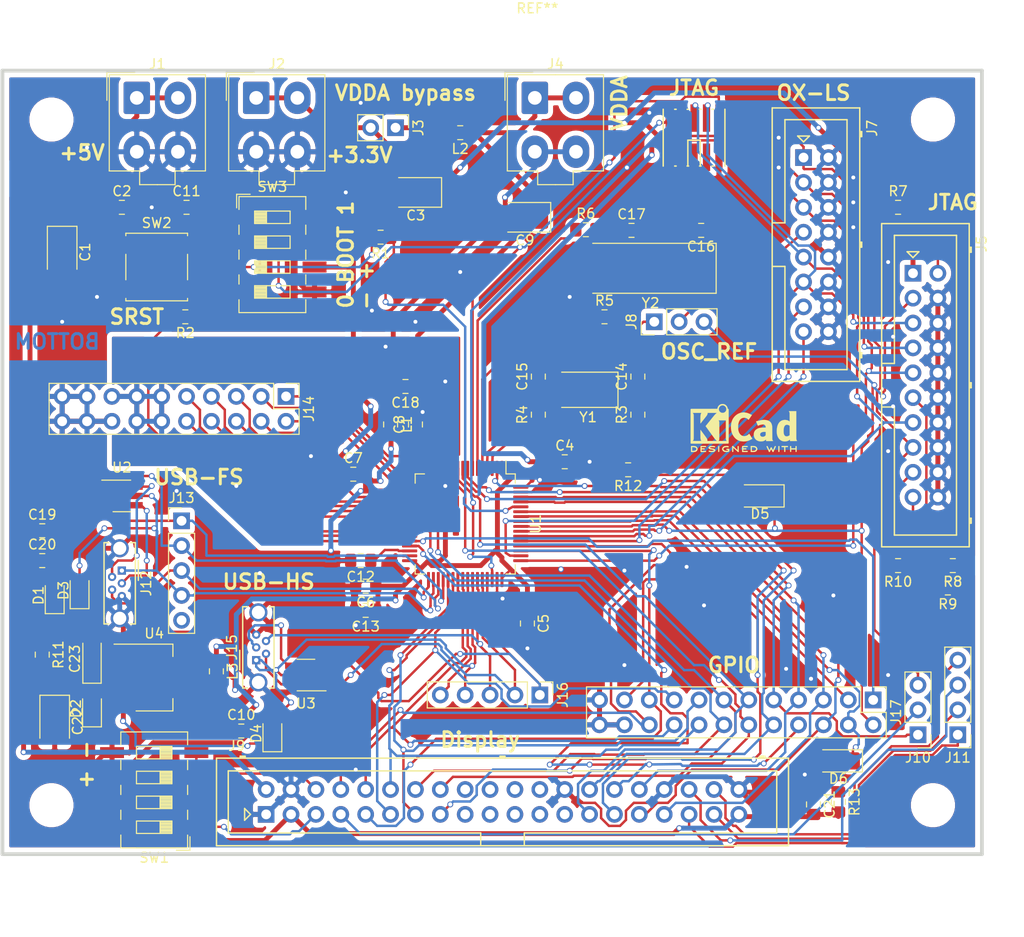
<source format=kicad_pcb>
(kicad_pcb (version 20171130) (host pcbnew "(5.1.9)-1")
  (title_block (title "Demo Setup with Cortex M4 (STM32F446RETx)") (date 2019-08-11) (rev 5) (comment 1 "Fist prototype as ordered"))
  (layers (0 F.Cu signal) (31 B.Cu signal) (34 B.Paste user) (35 F.Paste user) (36 B.SilkS user) (37 F.SilkS user) (38 B.Mask user) (39 F.Mask user) (44 Edge.Cuts user))
  (net 0 "")
  (net 1 +3V3)
  (net 2 GND)
  (net 3 VDDA)
  (net 4 GNDA)
  (net 5 /NRST)
  (net 6 "Net-(J5-Pad2)")
  (net 7 +5V)
  (net 8 "Net-(J5-Pad11)")
  (net 9 "Net-(J5-Pad17)")
  (net 10 "Net-(J5-Pad19)")
  (net 11 "Net-(J6-Pad7)")
  (net 12 "Net-(J7-Pad7)")
  (net 13 /RCC_OSC_REF)
  (net 14 "Net-(C12-Pad1)")
  (net 15 "Net-(C14-Pad1)")
  (net 16 "Net-(C15-Pad1)")
  (net 17 "Net-(C16-Pad1)")
  (net 18 "Net-(C17-Pad1)")
  (net 19 "Net-(J3-Pad1)")
  (net 20 /PB4)
  (net 21 /TDI)
  (net 22 /TMS_SWDIO)
  (net 23 /TCLK_SWCLK)
  (net 24 /TDO_SWO)
  (net 25 /UART_TX)
  (net 26 /UART_RX)
  (net 27 /Y-)
  (net 28 /X-)
  (net 29 /Y+)
  (net 30 /X+)
  (net 31 /FMARK)
  (net 32 /LCD-CS)
  (net 33 /LCD-RS)
  (net 34 /LCD_SCL)
  (net 35 /LCD-NRD)
  (net 36 /LCD_MOSI)
  (net 37 /LCD_MISO)
  (net 38 "Net-(J9-Pad25)")
  (net 39 "Net-(J9-Pad24)")
  (net 40 "Net-(J9-Pad23)")
  (net 41 "Net-(J9-Pad22)")
  (net 42 "Net-(J9-Pad21)")
  (net 43 "Net-(J9-Pad20)")
  (net 44 "Net-(J9-Pad19)")
  (net 45 "Net-(J9-Pad18)")
  (net 46 "Net-(J9-Pad17)")
  (net 47 /DB9)
  (net 48 /DB10)
  (net 49 /DB11)
  (net 50 /DB12)
  (net 51 /DB13)
  (net 52 /DB14)
  (net 53 /DB15)
  (net 54 /DB16)
  (net 55 /DB17)
  (net 56 /LCD-nRST)
  (net 57 "Net-(J9-Pad6)")
  (net 58 "Net-(J9-Pad5)")
  (net 59 "Net-(J9-Pad2)")
  (net 60 /LCD_RESET)
  (net 61 /USBOTG_HS_VBUS)
  (net 62 "Net-(J12-Pad2)")
  (net 63 "Net-(J12-Pad3)")
  (net 64 /USBOTG_HS_ID)
  (net 65 /USBOTG_HS_DP)
  (net 66 /USBOTG_HS_DM)
  (net 67 "Net-(J13-Pad5)")
  (net 68 /ADC2_IN9)
  (net 69 /ADC2_IN8)
  (net 70 /ADC2_IN7)
  (net 71 /ADC2_IN6)
  (net 72 /DAC_OUT1)
  (net 73 /DAC_OUT0)
  (net 74 /ADC1_IN3)
  (net 75 /ADC1_IN2)
  (net 76 /ADC1_IN1)
  (net 77 /ADC1_IN0)
  (net 78 /USBOTG_FS_ID)
  (net 79 "Net-(J15-Pad3)")
  (net 80 "Net-(J15-Pad2)")
  (net 81 /USBOTG_FS_VBUS)
  (net 82 /USBOTG_FS_SOF)
  (net 83 /USBOTG_FS_DM)
  (net 84 /USBOTG_FS_DP)
  (net 85 /PB6)
  (net 86 /PB5)
  (net 87 /PB2)
  (net 88 "Net-(R1-Pad1)")
  (net 89 "Net-(R1-Pad2)")
  (net 90 "Net-(R2-Pad1)")
  (net 91 "Net-(R3-Pad1)")
  (net 92 "Net-(R4-Pad1)")
  (net 93 "Net-(R6-Pad1)")
  (net 94 /VUSB5P)
  (net 95 "Net-(C23-Pad1)")
  (net 96 "Net-(D5-Pad2)")
  (net 97 "Net-(D6-Pad2)")
  (module Resistor_SMD:R_0805_2012Metric_Pad1.15x1.40mm_HandSolder (layer F.Cu) (at 162.56 151.13 270)
    (fp_text reference R13 (at 0 -1.65 270) (layer F.SilkS))
    (fp_text value 100)
    (pad 2 smd roundrect (at 1.025 0 270) (size 1.15 1.4) (layers F.Cu F.Paste F.Mask) (roundrect_rratio 0.217391) (net 1 +3V3))
    (pad 1 smd roundrect (at -1.025 0 270) (size 1.15 1.4) (layers F.Cu F.Paste F.Mask) (roundrect_rratio 0.217391) (net 97 "Net-(D6-Pad2)"))
  )
  (module Resistor_SMD:R_0805_2012Metric_Pad1.15x1.40mm_HandSolder (layer F.Cu) (at 141.097 117.221 180)
    (fp_text reference R12 (at 0 -1.65 180) (layer F.SilkS))
    (fp_text value 100)
    (pad 2 smd roundrect (at 1.025 0 180) (size 1.15 1.4) (layers F.Cu F.Paste F.Mask) (roundrect_rratio 0.217391) (net 1 +3V3))
    (pad 1 smd roundrect (at -1.025 0 180) (size 1.15 1.4) (layers F.Cu F.Paste F.Mask) (roundrect_rratio 0.217391) (net 96 "Net-(D5-Pad2)"))
  )
  (module Resistor_SMD:R_0805_2012Metric_Pad1.15x1.40mm_HandSolder (layer F.Cu) (at 81.28 136.0925 270)
    (fp_text reference R11 (at 0 -1.65 270) (layer F.SilkS))
    (fp_text value 100)
    (pad 2 smd roundrect (at 1.025 0 270) (size 1.15 1.4) (layers F.Cu F.Paste F.Mask) (roundrect_rratio 0.217391) (net 59 "Net-(J9-Pad2)"))
    (pad 1 smd roundrect (at -1.025 0 270) (size 1.15 1.4) (layers F.Cu F.Paste F.Mask) (roundrect_rratio 0.217391) (net 7 +5V))
  )
  (module modules:KiCad-Logo_Copper_11mmx5mm (layer F.Cu) (at 152.908 112.522)
    (fp_text reference G***)
    (fp_text value "KiCad Logo" hide)
    (fp_text user "DESIGNED WITH" (at 0 2.6) (layer F.SilkS) (effects (font (size 0.5 0.97) (thickness 0.125))))
    (pad 1 smd circle (at -2.17 -1.49) (size 0.9 0.9) (layers F.Cu F.Mask))
  )
  (module modules:FTSH-105-XX-X-DV (layer F.Cu) (at 147.828 83.312 180)
    (fp_text reference J6)
    (fp_text value JTAG_SWD_02x05_Samtec)
    (pad 10 smd rect (at -2.54 2) (size 0.74 2.8) (layers F.Cu F.Paste F.Mask) (net 5 /NRST))
    (pad 9 smd rect (at -2.54 -2) (size 0.74 2.8) (layers F.Cu F.Paste F.Mask) (net 2 GND))
    (pad 8 smd rect (at -1.27 2) (size 0.74 2.8) (layers F.Cu F.Paste F.Mask) (net 21 /TDI))
    (pad 7 smd rect (at -1.27 -2) (size 0.74 2.8) (layers F.Cu F.Paste F.Mask) (net 11 "Net-(J6-Pad7)"))
    (pad 6 smd rect (at 0 2) (size 0.74 2.8) (layers F.Cu F.Paste F.Mask) (net 24 /TDO_SWO))
    (pad 5 smd rect (at 0 -2) (size 0.74 2.8) (layers F.Cu F.Paste F.Mask) (net 2 GND))
    (pad 4 smd rect (at 1.27 2) (size 0.74 2.8) (layers F.Cu F.Paste F.Mask) (net 23 /TCLK_SWCLK))
    (pad 3 smd rect (at 1.27 -2) (size 0.74 2.8) (layers F.Cu F.Paste F.Mask) (net 2 GND))
    (pad 2 smd rect (at 2.54 2) (size 0.74 2.8) (layers F.Cu F.Paste F.Mask) (net 22 /TMS_SWDIO))
    (pad 1 smd rect (at 2.54 -2) (size 0.74 2.8) (layers F.Cu F.Paste F.Mask) (net 1 +3V3))
  )
  (module Capacitor_SMD:C_0805_2012Metric_Pad1.15x1.40mm_HandSolder (layer F.Cu) (at 89.408 90.424)
    (fp_text reference C2 (at 0 -1.65) (layer F.SilkS))
    (fp_text value 100n)
    (pad 2 smd roundrect (at 1.025 0) (size 1.15 1.4) (layers F.Cu F.Paste F.Mask) (roundrect_rratio 0.217391) (net 2 GND))
    (pad 1 smd roundrect (at -1.025 0) (size 1.15 1.4) (layers F.Cu F.Paste F.Mask) (roundrect_rratio 0.217391) (net 7 +5V))
  )
  (module Capacitor_SMD:C_0805_2012Metric_Pad1.15x1.40mm_HandSolder (layer F.Cu) (at 134.624507 116.400264)
    (fp_text reference C4 (at 0 -1.65) (layer F.SilkS))
    (fp_text value 100n)
    (pad 2 smd roundrect (at 1.025 0) (size 1.15 1.4) (layers F.Cu F.Paste F.Mask) (roundrect_rratio 0.217391) (net 2 GND))
    (pad 1 smd roundrect (at -1.025 0) (size 1.15 1.4) (layers F.Cu F.Paste F.Mask) (roundrect_rratio 0.217391) (net 1 +3V3))
  )
  (module Capacitor_SMD:C_0805_2012Metric_Pad1.15x1.40mm_HandSolder (layer F.Cu) (at 130.814507 132.910264 270)
    (fp_text reference C5 (at 0 -1.65 270) (layer F.SilkS))
    (fp_text value 100n)
    (pad 2 smd roundrect (at 1.025 0 270) (size 1.15 1.4) (layers F.Cu F.Paste F.Mask) (roundrect_rratio 0.217391) (net 2 GND))
    (pad 1 smd roundrect (at -1.025 0 270) (size 1.15 1.4) (layers F.Cu F.Paste F.Mask) (roundrect_rratio 0.217391) (net 1 +3V3))
  )
  (module Capacitor_SMD:C_0805_2012Metric_Pad1.15x1.40mm_HandSolder (layer F.Cu) (at 114.304507 129.100264 180)
    (fp_text reference C6 (at 0 -1.65 180) (layer F.SilkS))
    (fp_text value 100n)
    (pad 2 smd roundrect (at 1.025 0 180) (size 1.15 1.4) (layers F.Cu F.Paste F.Mask) (roundrect_rratio 0.217391) (net 2 GND))
    (pad 1 smd roundrect (at -1.025 0 180) (size 1.15 1.4) (layers F.Cu F.Paste F.Mask) (roundrect_rratio 0.217391) (net 1 +3V3))
  )
  (module Capacitor_SMD:C_0805_2012Metric_Pad1.15x1.40mm_HandSolder (layer F.Cu) (at 113.034507 117.670264)
    (fp_text reference C7 (at 0 -1.65) (layer F.SilkS))
    (fp_text value 100n)
    (pad 2 smd roundrect (at 1.025 0) (size 1.15 1.4) (layers F.Cu F.Paste F.Mask) (roundrect_rratio 0.217391) (net 2 GND))
    (pad 1 smd roundrect (at -1.025 0) (size 1.15 1.4) (layers F.Cu F.Paste F.Mask) (roundrect_rratio 0.217391) (net 1 +3V3))
  )
  (module Capacitor_SMD:C_0805_2012Metric_Pad1.15x1.40mm_HandSolder (layer F.Cu) (at 119.384507 112.590264 90)
    (fp_text reference C8 (at 0 -1.65 90) (layer F.SilkS))
    (fp_text value 100n)
    (pad 2 smd roundrect (at 1.025 0 90) (size 1.15 1.4) (layers F.Cu F.Paste F.Mask) (roundrect_rratio 0.217391) (net 4 GNDA))
    (pad 1 smd roundrect (at -1.025 0 90) (size 1.15 1.4) (layers F.Cu F.Paste F.Mask) (roundrect_rratio 0.217391) (net 3 VDDA))
  )
  (module Capacitor_SMD:C_0805_2012Metric_Pad1.15x1.40mm_HandSolder (layer F.Cu) (at 101.6 143.891)
    (fp_text reference C10 (at 0 -1.65) (layer F.SilkS))
    (fp_text value 100n)
    (pad 2 smd roundrect (at 1.025 0) (size 1.15 1.4) (layers F.Cu F.Paste F.Mask) (roundrect_rratio 0.217391) (net 1 +3V3))
    (pad 1 smd roundrect (at -1.025 0) (size 1.15 1.4) (layers F.Cu F.Paste F.Mask) (roundrect_rratio 0.217391) (net 2 GND))
  )
  (module Capacitor_SMD:C_0805_2012Metric_Pad1.15x1.40mm_HandSolder (layer F.Cu) (at 96.012 90.424)
    (fp_text reference C11 (at 0 -1.65) (layer F.SilkS))
    (fp_text value 100n)
    (pad 2 smd roundrect (at 1.025 0) (size 1.15 1.4) (layers F.Cu F.Paste F.Mask) (roundrect_rratio 0.217391) (net 5 /NRST))
    (pad 1 smd roundrect (at -1.025 0) (size 1.15 1.4) (layers F.Cu F.Paste F.Mask) (roundrect_rratio 0.217391) (net 2 GND))
  )
  (module Capacitor_SMD:C_0805_2012Metric_Pad1.15x1.40mm_HandSolder (layer F.Cu) (at 113.792 126.492 180)
    (fp_text reference C12 (at 0 -1.65 180) (layer F.SilkS))
    (fp_text value "4u7 l-ESR")
    (pad 2 smd roundrect (at 1.025 0 180) (size 1.15 1.4) (layers F.Cu F.Paste F.Mask) (roundrect_rratio 0.217391) (net 2 GND))
    (pad 1 smd roundrect (at -1.025 0 180) (size 1.15 1.4) (layers F.Cu F.Paste F.Mask) (roundrect_rratio 0.217391) (net 14 "Net-(C12-Pad1)"))
  )
  (module Capacitor_SMD:C_0805_2012Metric_Pad1.15x1.40mm_HandSolder (layer F.Cu) (at 114.3 131.572 180)
    (fp_text reference C13 (at 0 -1.65 180) (layer F.SilkS))
    (fp_text value "4u7 l-ESR")
    (pad 2 smd roundrect (at 1.025 0 180) (size 1.15 1.4) (layers F.Cu F.Paste F.Mask) (roundrect_rratio 0.217391) (net 2 GND))
    (pad 1 smd roundrect (at -1.025 0 180) (size 1.15 1.4) (layers F.Cu F.Paste F.Mask) (roundrect_rratio 0.217391) (net 1 +3V3))
  )
  (module Capacitor_SMD:C_0805_2012Metric_Pad1.15x1.40mm_HandSolder (layer F.Cu) (at 142.090079 107.705 90)
    (fp_text reference C14 (at 0 -1.65 90) (layer F.SilkS))
    (fp_text value 1.5p)
    (pad 2 smd roundrect (at 1.025 0 90) (size 1.15 1.4) (layers F.Cu F.Paste F.Mask) (roundrect_rratio 0.217391) (net 2 GND))
    (pad 1 smd roundrect (at -1.025 0 90) (size 1.15 1.4) (layers F.Cu F.Paste F.Mask) (roundrect_rratio 0.217391) (net 15 "Net-(C14-Pad1)"))
  )
  (module Capacitor_SMD:C_0805_2012Metric_Pad1.15x1.40mm_HandSolder (layer F.Cu) (at 131.930079 107.705 90)
    (fp_text reference C15 (at 0 -1.65 90) (layer F.SilkS))
    (fp_text value 1.5p)
    (pad 2 smd roundrect (at 1.025 0 90) (size 1.15 1.4) (layers F.Cu F.Paste F.Mask) (roundrect_rratio 0.217391) (net 2 GND))
    (pad 1 smd roundrect (at -1.025 0 90) (size 1.15 1.4) (layers F.Cu F.Paste F.Mask) (roundrect_rratio 0.217391) (net 16 "Net-(C15-Pad1)"))
  )
  (module Capacitor_SMD:C_0805_2012Metric_Pad1.15x1.40mm_HandSolder (layer F.Cu) (at 148.551699 92.776786 180)
    (fp_text reference C16 (at 0 -1.65 180) (layer F.SilkS))
    (fp_text value 27p)
    (pad 2 smd roundrect (at 1.025 0 180) (size 1.15 1.4) (layers F.Cu F.Paste F.Mask) (roundrect_rratio 0.217391) (net 2 GND))
    (pad 1 smd roundrect (at -1.025 0 180) (size 1.15 1.4) (layers F.Cu F.Paste F.Mask) (roundrect_rratio 0.217391) (net 17 "Net-(C16-Pad1)"))
  )
  (module Capacitor_SMD:C_0805_2012Metric_Pad1.15x1.40mm_HandSolder (layer F.Cu) (at 141.439699 92.776786)
    (fp_text reference C17 (at 0 -1.65) (layer F.SilkS))
    (fp_text value 27p)
    (pad 2 smd roundrect (at 1.025 0) (size 1.15 1.4) (layers F.Cu F.Paste F.Mask) (roundrect_rratio 0.217391) (net 2 GND))
    (pad 1 smd roundrect (at -1.025 0) (size 1.15 1.4) (layers F.Cu F.Paste F.Mask) (roundrect_rratio 0.217391) (net 18 "Net-(C17-Pad1)"))
  )
  (module Capacitor_SMD:C_0805_2012Metric_Pad1.15x1.40mm_HandSolder (layer F.Cu) (at 118.364 108.712 180)
    (fp_text reference C18 (at 0 -1.65 180) (layer F.SilkS))
    (fp_text value "4u7 l-ESR")
    (pad 2 smd roundrect (at 1.025 0 180) (size 1.15 1.4) (layers F.Cu F.Paste F.Mask) (roundrect_rratio 0.217391) (net 4 GNDA))
    (pad 1 smd roundrect (at -1.025 0 180) (size 1.15 1.4) (layers F.Cu F.Paste F.Mask) (roundrect_rratio 0.217391) (net 3 VDDA))
  )
  (module Capacitor_SMD:C_0805_2012Metric_Pad1.15x1.40mm_HandSolder (layer F.Cu) (at 81.28 123.444)
    (fp_text reference C19 (at 0 -1.65) (layer F.SilkS))
    (fp_text value "4u7 l-ESR")
    (pad 2 smd roundrect (at 1.025 0) (size 1.15 1.4) (layers F.Cu F.Paste F.Mask) (roundrect_rratio 0.217391) (net 2 GND))
    (pad 1 smd roundrect (at -1.025 0) (size 1.15 1.4) (layers F.Cu F.Paste F.Mask) (roundrect_rratio 0.217391) (net 7 +5V))
  )
  (module Capacitor_SMD:C_0805_2012Metric_Pad1.15x1.40mm_HandSolder (layer F.Cu) (at 81.28 126.492)
    (fp_text reference C20 (at 0 -1.65) (layer F.SilkS))
    (fp_text value 100n)
    (pad 2 smd roundrect (at 1.025 0) (size 1.15 1.4) (layers F.Cu F.Paste F.Mask) (roundrect_rratio 0.217391) (net 2 GND))
    (pad 1 smd roundrect (at -1.025 0) (size 1.15 1.4) (layers F.Cu F.Paste F.Mask) (roundrect_rratio 0.217391) (net 7 +5V))
  )
  (module Capacitor_SMD:C_0805_2012Metric_Pad1.15x1.40mm_HandSolder (layer F.Cu) (at 160.02 151.384 270)
    (fp_text reference C21 (at 0 -1.65 270) (layer F.SilkS))
    (fp_text value 100n)
    (pad 2 smd roundrect (at 1.025 0 270) (size 1.15 1.4) (layers F.Cu F.Paste F.Mask) (roundrect_rratio 0.217391) (net 1 +3V3))
    (pad 1 smd roundrect (at -1.025 0 270) (size 1.15 1.4) (layers F.Cu F.Paste F.Mask) (roundrect_rratio 0.217391) (net 2 GND))
  )
  (module Connector_Molex:Molex_Mini-Fit_Jr_5566-04A_2x02_P4.20mm_Vertical (layer F.Cu) (at 90.932 79.248)
    (fp_text reference J1 (at 2.1 -3.45) (layer F.SilkS))
    (fp_text value Conn_01x04)
    (pad 4 thru_hole oval (at 4.2 5.5) (size 2.7 3.3) (drill 1.4) (layers *.Cu *.Mask) (net 2 GND))
    (pad 3 thru_hole oval (at 0 5.5) (size 2.7 3.3) (drill 1.4) (layers *.Cu *.Mask) (net 2 GND))
    (pad 2 thru_hole oval (at 4.2 0) (size 2.7 3.3) (drill 1.4) (layers *.Cu *.Mask) (net 7 +5V))
    (pad 1 thru_hole roundrect (at 0 0) (size 2.7 3.3) (drill 1.4) (layers *.Cu *.Mask) (roundrect_rratio 0.09259299999999999) (net 7 +5V))
  )
  (module Connector_Molex:Molex_Mini-Fit_Jr_5566-04A_2x02_P4.20mm_Vertical (layer F.Cu) (at 103.124 79.248)
    (fp_text reference J2 (at 2.1 -3.45) (layer F.SilkS))
    (fp_text value Conn_01x04)
    (pad 4 thru_hole oval (at 4.2 5.5) (size 2.7 3.3) (drill 1.4) (layers *.Cu *.Mask) (net 2 GND))
    (pad 3 thru_hole oval (at 0 5.5) (size 2.7 3.3) (drill 1.4) (layers *.Cu *.Mask) (net 2 GND))
    (pad 2 thru_hole oval (at 4.2 0) (size 2.7 3.3) (drill 1.4) (layers *.Cu *.Mask) (net 1 +3V3))
    (pad 1 thru_hole roundrect (at 0 0) (size 2.7 3.3) (drill 1.4) (layers *.Cu *.Mask) (roundrect_rratio 0.09259299999999999) (net 1 +3V3))
  )
  (module Connector_PinHeader_2.54mm:PinHeader_1x02_P2.54mm_Vertical (layer F.Cu) (at 117.348 82.296 270)
    (fp_text reference J3 (at 0 -2.33 270) (layer F.SilkS))
    (fp_text value Conn_01x02_Male)
    (pad 2 thru_hole oval (at 0 2.54 270) (size 1.7 1.7) (drill 1) (layers *.Cu *.Mask) (net 1 +3V3))
    (pad 1 thru_hole rect (at 0 0 270) (size 1.7 1.7) (drill 1) (layers *.Cu *.Mask) (net 19 "Net-(J3-Pad1)"))
  )
  (module Connector_Molex:Molex_Mini-Fit_Jr_5566-04A_2x02_P4.20mm_Vertical (layer F.Cu) (at 131.572 79.248)
    (fp_text reference J4 (at 2.1 -3.45) (layer F.SilkS))
    (fp_text value Conn_01x04)
    (pad 4 thru_hole oval (at 4.2 5.5) (size 2.7 3.3) (drill 1.4) (layers *.Cu *.Mask) (net 4 GNDA))
    (pad 3 thru_hole oval (at 0 5.5) (size 2.7 3.3) (drill 1.4) (layers *.Cu *.Mask) (net 4 GNDA))
    (pad 2 thru_hole oval (at 4.2 0) (size 2.7 3.3) (drill 1.4) (layers *.Cu *.Mask) (net 3 VDDA))
    (pad 1 thru_hole roundrect (at 0 0) (size 2.7 3.3) (drill 1.4) (layers *.Cu *.Mask) (roundrect_rratio 0.09259299999999999) (net 3 VDDA))
  )
  (module Connector_Multicomp:Multicomp_MC9A12-2034_2x10_P2.54mm_Vertical (layer F.Cu) (at 170.18 97.155 270)
    (fp_text reference J5 (at -3 -7 270) (layer F.SilkS))
    (fp_text value Conn_ARM_JTAG_SWD_20)
    (pad 20 thru_hole circle (at 22.86 -2.54 270) (size 1.7 1.7) (drill 1) (layers *.Cu *.Mask) (net 2 GND))
    (pad 19 thru_hole circle (at 22.86 0 270) (size 1.7 1.7) (drill 1) (layers *.Cu *.Mask) (net 10 "Net-(J5-Pad19)"))
    (pad 18 thru_hole circle (at 20.32 -2.54 270) (size 1.7 1.7) (drill 1) (layers *.Cu *.Mask) (net 2 GND))
    (pad 17 thru_hole circle (at 20.32 0 270) (size 1.7 1.7) (drill 1) (layers *.Cu *.Mask) (net 9 "Net-(J5-Pad17)"))
    (pad 16 thru_hole circle (at 17.78 -2.54 270) (size 1.7 1.7) (drill 1) (layers *.Cu *.Mask) (net 2 GND))
    (pad 15 thru_hole circle (at 17.78 0 270) (size 1.7 1.7) (drill 1) (layers *.Cu *.Mask) (net 5 /NRST))
    (pad 14 thru_hole circle (at 15.24 -2.54 270) (size 1.7 1.7) (drill 1) (layers *.Cu *.Mask) (net 2 GND))
    (pad 13 thru_hole circle (at 15.24 0 270) (size 1.7 1.7) (drill 1) (layers *.Cu *.Mask) (net 24 /TDO_SWO))
    (pad 12 thru_hole circle (at 12.7 -2.54 270) (size 1.7 1.7) (drill 1) (layers *.Cu *.Mask) (net 2 GND))
    (pad 11 thru_hole circle (at 12.7 0 270) (size 1.7 1.7) (drill 1) (layers *.Cu *.Mask) (net 8 "Net-(J5-Pad11)"))
    (pad 10 thru_hole circle (at 10.16 -2.54 270) (size 1.7 1.7) (drill 1) (layers *.Cu *.Mask) (net 2 GND))
    (pad 9 thru_hole circle (at 10.16 0 270) (size 1.7 1.7) (drill 1) (layers *.Cu *.Mask) (net 23 /TCLK_SWCLK))
    (pad 8 thru_hole circle (at 7.62 -2.54 270) (size 1.7 1.7) (drill 1) (layers *.Cu *.Mask) (net 2 GND))
    (pad 7 thru_hole circle (at 7.62 0 270) (size 1.7 1.7) (drill 1) (layers *.Cu *.Mask) (net 22 /TMS_SWDIO))
    (pad 6 thru_hole circle (at 5.08 -2.54 270) (size 1.7 1.7) (drill 1) (layers *.Cu *.Mask) (net 2 GND))
    (pad 5 thru_hole circle (at 5.08 0 270) (size 1.7 1.7) (drill 1) (layers *.Cu *.Mask) (net 21 /TDI))
    (pad 4 thru_hole circle (at 2.54 -2.54 270) (size 1.7 1.7) (drill 1) (layers *.Cu *.Mask) (net 2 GND))
    (pad 3 thru_hole circle (at 2.54 0 270) (size 1.7 1.7) (drill 1) (layers *.Cu *.Mask) (net 20 /PB4))
    (pad 2 thru_hole circle (at 0 -2.54 270) (size 1.7 1.7) (drill 1) (layers *.Cu *.Mask) (net 6 "Net-(J5-Pad2)"))
    (pad 1 thru_hole rect (at 0 0 270) (size 1.7 1.7) (drill 1) (layers *.Cu *.Mask) (net 1 +3V3))
  )
  (module Connector_Multicomp:Multicomp_MC9A12-1634_2x08_P2.54mm_Vertical (layer F.Cu) (at 159.004 85.344 270)
    (fp_text reference J7 (at -3 -7 270) (layer F.SilkS))
    (fp_text value OX_02x08_Odd_Even)
    (pad 16 thru_hole circle (at 17.78 -2.54 270) (size 1.7 1.7) (drill 1) (layers *.Cu *.Mask) (net 2 GND))
    (pad 15 thru_hole circle (at 17.78 0 270) (size 1.7 1.7) (drill 1) (layers *.Cu *.Mask) (net 26 /UART_RX))
    (pad 14 thru_hole circle (at 15.24 -2.54 270) (size 1.7 1.7) (drill 1) (layers *.Cu *.Mask) (net 2 GND))
    (pad 13 thru_hole circle (at 15.24 0 270) (size 1.7 1.7) (drill 1) (layers *.Cu *.Mask) (net 25 /UART_TX))
    (pad 12 thru_hole circle (at 12.7 -2.54 270) (size 1.7 1.7) (drill 1) (layers *.Cu *.Mask) (net 2 GND))
    (pad 11 thru_hole circle (at 12.7 0 270) (size 1.7 1.7) (drill 1) (layers *.Cu *.Mask) (net 21 /TDI))
    (pad 10 thru_hole circle (at 10.16 -2.54 270) (size 1.7 1.7) (drill 1) (layers *.Cu *.Mask) (net 2 GND))
    (pad 9 thru_hole circle (at 10.16 0 270) (size 1.7 1.7) (drill 1) (layers *.Cu *.Mask) (net 24 /TDO_SWO))
    (pad 8 thru_hole circle (at 7.62 -2.54 270) (size 1.7 1.7) (drill 1) (layers *.Cu *.Mask) (net 2 GND))
    (pad 7 thru_hole circle (at 7.62 0 270) (size 1.7 1.7) (drill 1) (layers *.Cu *.Mask) (net 12 "Net-(J7-Pad7)"))
    (pad 6 thru_hole circle (at 5.08 -2.54 270) (size 1.7 1.7) (drill 1) (layers *.Cu *.Mask) (net 2 GND))
    (pad 5 thru_hole circle (at 5.08 0 270) (size 1.7 1.7) (drill 1) (layers *.Cu *.Mask) (net 22 /TMS_SWDIO))
    (pad 4 thru_hole circle (at 2.54 -2.54 270) (size 1.7 1.7) (drill 1) (layers *.Cu *.Mask) (net 2 GND))
    (pad 3 thru_hole circle (at 2.54 0 270) (size 1.7 1.7) (drill 1) (layers *.Cu *.Mask) (net 23 /TCLK_SWCLK))
    (pad 2 thru_hole circle (at 0 -2.54 270) (size 1.7 1.7) (drill 1) (layers *.Cu *.Mask) (net 2 GND))
    (pad 1 thru_hole rect (at 0 0 270) (size 1.7 1.7) (drill 1) (layers *.Cu *.Mask) (net 5 /NRST))
  )
  (module Connector_PinHeader_2.54mm:PinHeader_1x03_P2.54mm_Vertical (layer F.Cu) (at 143.764 102.108 90)
    (fp_text reference J8 (at 0 -2.33 90) (layer F.SilkS))
    (fp_text value Conn_01x03_Male)
    (pad 3 thru_hole oval (at 0 5.08 90) (size 1.7 1.7) (drill 1) (layers *.Cu *.Mask) (net 20 /PB4))
    (pad 2 thru_hole oval (at 0 2.54 90) (size 1.7 1.7) (drill 1) (layers *.Cu *.Mask) (net 12 "Net-(J7-Pad7)"))
    (pad 1 thru_hole rect (at 0 0 90) (size 1.7 1.7) (drill 1) (layers *.Cu *.Mask) (net 13 /RCC_OSC_REF))
  )
  (module Connector_Multicomp:Multicomp_MC9A12-4034_2x20_P2.54mm_Vertical (layer F.Cu) (at 104.14 152.4)
    (fp_text reference J9 (at -3 -7) (layer F.SilkS))
    (fp_text value Conn_02x20_Odd_Even)
    (pad 40 thru_hole circle (at 48.26 -2.54) (size 1.7 1.7) (drill 1) (layers *.Cu *.Mask) (net 2 GND))
    (pad 39 thru_hole circle (at 48.26 0) (size 1.7 1.7) (drill 1) (layers *.Cu *.Mask) (net 1 +3V3))
    (pad 38 thru_hole circle (at 45.72 -2.54) (size 1.7 1.7) (drill 1) (layers *.Cu *.Mask) (net 27 /Y-))
    (pad 37 thru_hole circle (at 45.72 0) (size 1.7 1.7) (drill 1) (layers *.Cu *.Mask) (net 28 /X-))
    (pad 36 thru_hole circle (at 43.18 -2.54) (size 1.7 1.7) (drill 1) (layers *.Cu *.Mask) (net 29 /Y+))
    (pad 35 thru_hole circle (at 43.18 0) (size 1.7 1.7) (drill 1) (layers *.Cu *.Mask) (net 30 /X+))
    (pad 34 thru_hole circle (at 40.64 -2.54) (size 1.7 1.7) (drill 1) (layers *.Cu *.Mask) (net 2 GND))
    (pad 33 thru_hole circle (at 40.64 0) (size 1.7 1.7) (drill 1) (layers *.Cu *.Mask) (net 31 /FMARK))
    (pad 32 thru_hole circle (at 38.1 -2.54) (size 1.7 1.7) (drill 1) (layers *.Cu *.Mask) (net 32 /LCD-CS))
    (pad 31 thru_hole circle (at 38.1 0) (size 1.7 1.7) (drill 1) (layers *.Cu *.Mask) (net 33 /LCD-RS))
    (pad 30 thru_hole circle (at 35.56 -2.54) (size 1.7 1.7) (drill 1) (layers *.Cu *.Mask) (net 34 /LCD_SCL))
    (pad 29 thru_hole circle (at 35.56 0) (size 1.7 1.7) (drill 1) (layers *.Cu *.Mask) (net 35 /LCD-NRD))
    (pad 28 thru_hole circle (at 33.02 -2.54) (size 1.7 1.7) (drill 1) (layers *.Cu *.Mask) (net 36 /LCD_MOSI))
    (pad 27 thru_hole circle (at 33.02 0) (size 1.7 1.7) (drill 1) (layers *.Cu *.Mask) (net 37 /LCD_MISO))
    (pad 26 thru_hole circle (at 30.48 -2.54) (size 1.7 1.7) (drill 1) (layers *.Cu *.Mask) (net 2 GND))
    (pad 25 thru_hole circle (at 30.48 0) (size 1.7 1.7) (drill 1) (layers *.Cu *.Mask) (net 38 "Net-(J9-Pad25)"))
    (pad 24 thru_hole circle (at 27.94 -2.54) (size 1.7 1.7) (drill 1) (layers *.Cu *.Mask) (net 39 "Net-(J9-Pad24)"))
    (pad 23 thru_hole circle (at 27.94 0) (size 1.7 1.7) (drill 1) (layers *.Cu *.Mask) (net 40 "Net-(J9-Pad23)"))
    (pad 22 thru_hole circle (at 25.4 -2.54) (size 1.7 1.7) (drill 1) (layers *.Cu *.Mask) (net 41 "Net-(J9-Pad22)"))
    (pad 21 thru_hole circle (at 25.4 0) (size 1.7 1.7) (drill 1) (layers *.Cu *.Mask) (net 42 "Net-(J9-Pad21)"))
    (pad 20 thru_hole circle (at 22.86 -2.54) (size 1.7 1.7) (drill 1) (layers *.Cu *.Mask) (net 43 "Net-(J9-Pad20)"))
    (pad 19 thru_hole circle (at 22.86 0) (size 1.7 1.7) (drill 1) (layers *.Cu *.Mask) (net 44 "Net-(J9-Pad19)"))
    (pad 18 thru_hole circle (at 20.32 -2.54) (size 1.7 1.7) (drill 1) (layers *.Cu *.Mask) (net 45 "Net-(J9-Pad18)"))
    (pad 17 thru_hole circle (at 20.32 0) (size 1.7 1.7) (drill 1) (layers *.Cu *.Mask) (net 46 "Net-(J9-Pad17)"))
    (pad 16 thru_hole circle (at 17.78 -2.54) (size 1.7 1.7) (drill 1) (layers *.Cu *.Mask) (net 47 /DB9))
    (pad 15 thru_hole circle (at 17.78 0) (size 1.7 1.7) (drill 1) (layers *.Cu *.Mask) (net 48 /DB10))
    (pad 14 thru_hole circle (at 15.24 -2.54) (size 1.7 1.7) (drill 1) (layers *.Cu *.Mask) (net 49 /DB11))
    (pad 13 thru_hole circle (at 15.24 0) (size 1.7 1.7) (drill 1) (layers *.Cu *.Mask) (net 50 /DB12))
    (pad 12 thru_hole circle (at 12.7 -2.54) (size 1.7 1.7) (drill 1) (layers *.Cu *.Mask) (net 51 /DB13))
    (pad 11 thru_hole circle (at 12.7 0) (size 1.7 1.7) (drill 1) (layers *.Cu *.Mask) (net 52 /DB14))
    (pad 10 thru_hole circle (at 10.16 -2.54) (size 1.7 1.7) (drill 1) (layers *.Cu *.Mask) (net 53 /DB15))
    (pad 9 thru_hole circle (at 10.16 0) (size 1.7 1.7) (drill 1) (layers *.Cu *.Mask) (net 54 /DB16))
    (pad 8 thru_hole circle (at 7.62 -2.54) (size 1.7 1.7) (drill 1) (layers *.Cu *.Mask) (net 55 /DB17))
    (pad 7 thru_hole circle (at 7.62 0) (size 1.7 1.7) (drill 1) (layers *.Cu *.Mask) (net 56 /LCD-nRST))
    (pad 6 thru_hole circle (at 5.08 -2.54) (size 1.7 1.7) (drill 1) (layers *.Cu *.Mask) (net 57 "Net-(J9-Pad6)"))
    (pad 5 thru_hole circle (at 5.08 0) (size 1.7 1.7) (drill 1) (layers *.Cu *.Mask) (net 58 "Net-(J9-Pad5)"))
    (pad 4 thru_hole circle (at 2.54 -2.54) (size 1.7 1.7) (drill 1) (layers *.Cu *.Mask) (net 2 GND))
    (pad 3 thru_hole circle (at 2.54 0) (size 1.7 1.7) (drill 1) (layers *.Cu *.Mask) (net 1 +3V3))
    (pad 2 thru_hole circle (at 0 -2.54) (size 1.7 1.7) (drill 1) (layers *.Cu *.Mask) (net 59 "Net-(J9-Pad2)"))
    (pad 1 thru_hole rect (at 0 0) (size 1.7 1.7) (drill 1) (layers *.Cu *.Mask) (net 2 GND))
  )
  (module Connector_PinHeader_2.54mm:PinHeader_1x03_P2.54mm_Vertical (layer F.Cu) (at 170.688 144.272 180)
    (fp_text reference J10 (at 0 -2.33 180) (layer F.SilkS))
    (fp_text value Conn_01x03_Male)
    (pad 3 thru_hole oval (at 0 5.08 180) (size 1.7 1.7) (drill 1) (layers *.Cu *.Mask) (net 5 /NRST))
    (pad 2 thru_hole oval (at 0 2.54 180) (size 1.7 1.7) (drill 1) (layers *.Cu *.Mask) (net 56 /LCD-nRST))
    (pad 1 thru_hole rect (at 0 0 180) (size 1.7 1.7) (drill 1) (layers *.Cu *.Mask) (net 60 /LCD_RESET))
  )
  (module Connector_PinHeader_2.54mm:PinHeader_1x04_P2.54mm_Vertical (layer F.Cu) (at 174.752 144.272 180)
    (fp_text reference J11 (at 0 -2.33 180) (layer F.SilkS))
    (fp_text value Conn_01x04_Male)
    (pad 4 thru_hole oval (at 0 7.62 180) (size 1.7 1.7) (drill 1) (layers *.Cu *.Mask) (net 27 /Y-))
    (pad 3 thru_hole oval (at 0 5.08 180) (size 1.7 1.7) (drill 1) (layers *.Cu *.Mask) (net 29 /Y+))
    (pad 2 thru_hole oval (at 0 2.54 180) (size 1.7 1.7) (drill 1) (layers *.Cu *.Mask) (net 28 /X-))
    (pad 1 thru_hole rect (at 0 0 180) (size 1.7 1.7) (drill 1) (layers *.Cu *.Mask) (net 30 /X+))
  )
  (module Connector_USB:USB_Micro-B_Wuerth_614105150721_Vertical_CircularHoles (layer F.Cu) (at 89.408 127.508 270)
    (fp_text reference J12 (at 1.3 -2.48 270) (layer F.SilkS))
    (fp_text value USB_B_Micro)
    (pad 6 thru_hole circle (at 4.875 0.22 270) (size 1.85 1.85) (drill 1.35) (layers *.Cu *.Mask) (net 2 GND))
    (pad 6 thru_hole circle (at -2.275 0.22 270) (size 1.85 1.85) (drill 1.35) (layers *.Cu *.Mask) (net 2 GND))
    (pad 5 thru_hole circle (at 2.6 0 270) (size 0.84 0.84) (drill 0.44) (layers *.Cu *.Mask) (net 2 GND))
    (pad 4 thru_hole circle (at 1.95 1 270) (size 0.84 0.84) (drill 0.44) (layers *.Cu *.Mask) (net 64 /USBOTG_HS_ID))
    (pad 3 thru_hole circle (at 1.3 0 270) (size 0.84 0.84) (drill 0.44) (layers *.Cu *.Mask) (net 63 "Net-(J12-Pad3)"))
    (pad 2 thru_hole circle (at 0.65 1 270) (size 0.84 0.84) (drill 0.44) (layers *.Cu *.Mask) (net 62 "Net-(J12-Pad2)"))
    (pad 1 thru_hole rect (at 0 0 270) (size 0.84 0.84) (drill 0.44) (layers *.Cu *.Mask) (net 61 /USBOTG_HS_VBUS))
  )
  (module Connector_PinHeader_2.54mm:PinHeader_1x05_P2.54mm_Vertical (layer F.Cu) (at 95.504 122.428)
    (fp_text reference J13 (at 0 -2.33) (layer F.SilkS))
    (fp_text value Conn_01x05)
    (pad 5 thru_hole oval (at 0 10.16) (size 1.7 1.7) (drill 1) (layers *.Cu *.Mask) (net 67 "Net-(J13-Pad5)"))
    (pad 4 thru_hole oval (at 0 7.62) (size 1.7 1.7) (drill 1) (layers *.Cu *.Mask) (net 61 /USBOTG_HS_VBUS))
    (pad 3 thru_hole oval (at 0 5.08) (size 1.7 1.7) (drill 1) (layers *.Cu *.Mask) (net 64 /USBOTG_HS_ID))
    (pad 2 thru_hole oval (at 0 2.54) (size 1.7 1.7) (drill 1) (layers *.Cu *.Mask) (net 66 /USBOTG_HS_DM))
    (pad 1 thru_hole rect (at 0 0) (size 1.7 1.7) (drill 1) (layers *.Cu *.Mask) (net 65 /USBOTG_HS_DP))
  )
  (module Connector_USB:USB_Micro-B_Wuerth_614105150721_Vertical_CircularHoles (layer F.Cu) (at 103.124 136.652 90)
    (fp_text reference J15 (at 1.3 -2.48 90) (layer F.SilkS))
    (fp_text value USB_B_Micro)
    (pad 6 thru_hole circle (at 4.875 0.22 90) (size 1.85 1.85) (drill 1.35) (layers *.Cu *.Mask) (net 2 GND))
    (pad 6 thru_hole circle (at -2.275 0.22 90) (size 1.85 1.85) (drill 1.35) (layers *.Cu *.Mask) (net 2 GND))
    (pad 5 thru_hole circle (at 2.6 0 90) (size 0.84 0.84) (drill 0.44) (layers *.Cu *.Mask) (net 2 GND))
    (pad 4 thru_hole circle (at 1.95 1 90) (size 0.84 0.84) (drill 0.44) (layers *.Cu *.Mask) (net 78 /USBOTG_FS_ID))
    (pad 3 thru_hole circle (at 1.3 0 90) (size 0.84 0.84) (drill 0.44) (layers *.Cu *.Mask) (net 79 "Net-(J15-Pad3)"))
    (pad 2 thru_hole circle (at 0.65 1 90) (size 0.84 0.84) (drill 0.44) (layers *.Cu *.Mask) (net 80 "Net-(J15-Pad2)"))
    (pad 1 thru_hole rect (at 0 0 90) (size 0.84 0.84) (drill 0.44) (layers *.Cu *.Mask) (net 81 /USBOTG_FS_VBUS))
  )
  (module Connector_PinHeader_2.54mm:PinHeader_1x05_P2.54mm_Vertical (layer F.Cu) (at 132.08 140.208 270)
    (fp_text reference J16 (at 0 -2.33 270) (layer F.SilkS))
    (fp_text value Conn_01x05)
    (pad 5 thru_hole oval (at 0 10.16 270) (size 1.7 1.7) (drill 1) (layers *.Cu *.Mask) (net 82 /USBOTG_FS_SOF))
    (pad 4 thru_hole oval (at 0 7.62 270) (size 1.7 1.7) (drill 1) (layers *.Cu *.Mask) (net 81 /USBOTG_FS_VBUS))
    (pad 3 thru_hole oval (at 0 5.08 270) (size 1.7 1.7) (drill 1) (layers *.Cu *.Mask) (net 78 /USBOTG_FS_ID))
    (pad 2 thru_hole oval (at 0 2.54 270) (size 1.7 1.7) (drill 1) (layers *.Cu *.Mask) (net 83 /USBOTG_FS_DM))
    (pad 1 thru_hole rect (at 0 0 270) (size 1.7 1.7) (drill 1) (layers *.Cu *.Mask) (net 84 /USBOTG_FS_DP))
  )
  (module Inductor_SMD:L_0805_2012Metric_Pad1.15x1.40mm_HandSolder (layer F.Cu) (at 116.844507 112.590264 270)
    (fp_text reference L1 (at 0 -1.65 270) (layer F.SilkS))
    (fp_text value Ferrite_Bead)
    (pad 2 smd roundrect (at 1.025 0 270) (size 1.15 1.4) (layers F.Cu F.Paste F.Mask) (roundrect_rratio 0.217391) (net 2 GND))
    (pad 1 smd roundrect (at -1.025 0 270) (size 1.15 1.4) (layers F.Cu F.Paste F.Mask) (roundrect_rratio 0.217391) (net 4 GNDA))
  )
  (module Inductor_SMD:L_0805_2012Metric_Pad1.15x1.40mm_HandSolder (layer F.Cu) (at 123.952 82.804 180)
    (fp_text reference L2 (at 0 -1.65 180) (layer F.SilkS))
    (fp_text value Ferrite_Bead)
    (pad 2 smd roundrect (at 1.025 0 180) (size 1.15 1.4) (layers F.Cu F.Paste F.Mask) (roundrect_rratio 0.217391) (net 19 "Net-(J3-Pad1)"))
    (pad 1 smd roundrect (at -1.025 0 180) (size 1.15 1.4) (layers F.Cu F.Paste F.Mask) (roundrect_rratio 0.217391) (net 3 VDDA))
  )
  (module Resistor_SMD:R_0805_2012Metric_Pad1.15x1.40mm_HandSolder (layer F.Cu) (at 115.824 93.472 180)
    (fp_text reference R1 (at 0 -1.65 180) (layer F.SilkS))
    (fp_text value 10k)
    (pad 2 smd roundrect (at 1.025 0 180) (size 1.15 1.4) (layers F.Cu F.Paste F.Mask) (roundrect_rratio 0.217391) (net 89 "Net-(R1-Pad2)"))
    (pad 1 smd roundrect (at -1.025 0 180) (size 1.15 1.4) (layers F.Cu F.Paste F.Mask) (roundrect_rratio 0.217391) (net 88 "Net-(R1-Pad1)"))
  )
  (module Resistor_SMD:R_0805_2012Metric_Pad1.15x1.40mm_HandSolder (layer F.Cu) (at 95.885 101.6 180)
    (fp_text reference R2 (at 0 -1.65 180) (layer F.SilkS))
    (fp_text value 10k)
    (pad 2 smd roundrect (at 1.025 0 180) (size 1.15 1.4) (layers F.Cu F.Paste F.Mask) (roundrect_rratio 0.217391) (net 87 /PB2))
    (pad 1 smd roundrect (at -1.025 0 180) (size 1.15 1.4) (layers F.Cu F.Paste F.Mask) (roundrect_rratio 0.217391) (net 90 "Net-(R2-Pad1)"))
  )
  (module Resistor_SMD:R_0805_2012Metric_Pad1.15x1.40mm_HandSolder (layer F.Cu) (at 142.090079 111.591922 90)
    (fp_text reference R3 (at 0 -1.65 90) (layer F.SilkS))
    (fp_text value 0R)
    (pad 2 smd roundrect (at 1.025 0 90) (size 1.15 1.4) (layers F.Cu F.Paste F.Mask) (roundrect_rratio 0.217391) (net 15 "Net-(C14-Pad1)"))
    (pad 1 smd roundrect (at -1.025 0 90) (size 1.15 1.4) (layers F.Cu F.Paste F.Mask) (roundrect_rratio 0.217391) (net 91 "Net-(R3-Pad1)"))
  )
  (module Resistor_SMD:R_0805_2012Metric_Pad1.15x1.40mm_HandSolder (layer F.Cu) (at 131.930079 111.591922 90)
    (fp_text reference R4 (at 0 -1.65 90) (layer F.SilkS))
    (fp_text value 0R)
    (pad 2 smd roundrect (at 1.025 0 90) (size 1.15 1.4) (layers F.Cu F.Paste F.Mask) (roundrect_rratio 0.217391) (net 16 "Net-(C15-Pad1)"))
    (pad 1 smd roundrect (at -1.025 0 90) (size 1.15 1.4) (layers F.Cu F.Paste F.Mask) (roundrect_rratio 0.217391) (net 92 "Net-(R4-Pad1)"))
  )
  (module Resistor_SMD:R_0805_2012Metric_Pad1.15x1.40mm_HandSolder (layer F.Cu) (at 138.684 101.6)
    (fp_text reference R5 (at 0 -1.65) (layer F.SilkS))
    (fp_text value 0R)
    (pad 2 smd roundrect (at 1.025 0) (size 1.15 1.4) (layers F.Cu F.Paste F.Mask) (roundrect_rratio 0.217391) (net 17 "Net-(C16-Pad1)"))
    (pad 1 smd roundrect (at -1.025 0) (size 1.15 1.4) (layers F.Cu F.Paste F.Mask) (roundrect_rratio 0.217391) (net 13 /RCC_OSC_REF))
  )
  (module Resistor_SMD:R_0805_2012Metric_Pad1.15x1.40mm_HandSolder (layer F.Cu) (at 136.779 92.71)
    (fp_text reference R6 (at 0 -1.65) (layer F.SilkS))
    (fp_text value 0R)
    (pad 2 smd roundrect (at 1.025 0) (size 1.15 1.4) (layers F.Cu F.Paste F.Mask) (roundrect_rratio 0.217391) (net 18 "Net-(C17-Pad1)"))
    (pad 1 smd roundrect (at -1.025 0) (size 1.15 1.4) (layers F.Cu F.Paste F.Mask) (roundrect_rratio 0.217391) (net 93 "Net-(R6-Pad1)"))
  )
  (module Resistor_SMD:R_0805_2012Metric_Pad1.15x1.40mm_HandSolder (layer F.Cu) (at 168.656 90.424)
    (fp_text reference R7 (at 0 -1.65) (layer F.SilkS))
    (fp_text value 10k)
    (pad 2 smd roundrect (at 1.025 0) (size 1.15 1.4) (layers F.Cu F.Paste F.Mask) (roundrect_rratio 0.217391) (net 6 "Net-(J5-Pad2)"))
    (pad 1 smd roundrect (at -1.025 0) (size 1.15 1.4) (layers F.Cu F.Paste F.Mask) (roundrect_rratio 0.217391) (net 1 +3V3))
  )
  (module Resistor_SMD:R_0805_2012Metric_Pad1.15x1.40mm_HandSolder (layer F.Cu) (at 174.244 127 180)
    (fp_text reference R8 (at 0 -1.65 180) (layer F.SilkS))
    (fp_text value 10k)
    (pad 2 smd roundrect (at 1.025 0 180) (size 1.15 1.4) (layers F.Cu F.Paste F.Mask) (roundrect_rratio 0.217391) (net 8 "Net-(J5-Pad11)"))
    (pad 1 smd roundrect (at -1.025 0 180) (size 1.15 1.4) (layers F.Cu F.Paste F.Mask) (roundrect_rratio 0.217391) (net 2 GND))
  )
  (module Resistor_SMD:R_0805_2012Metric_Pad1.15x1.40mm_HandSolder (layer F.Cu) (at 173.736 129.286 180)
    (fp_text reference R9 (at 0 -1.65 180) (layer F.SilkS))
    (fp_text value 10k)
    (pad 2 smd roundrect (at 1.025 0 180) (size 1.15 1.4) (layers F.Cu F.Paste F.Mask) (roundrect_rratio 0.217391) (net 10 "Net-(J5-Pad19)"))
    (pad 1 smd roundrect (at -1.025 0 180) (size 1.15 1.4) (layers F.Cu F.Paste F.Mask) (roundrect_rratio 0.217391) (net 2 GND))
  )
  (module Resistor_SMD:R_0805_2012Metric_Pad1.15x1.40mm_HandSolder (layer F.Cu) (at 168.656 127 180)
    (fp_text reference R10 (at 0 -1.65 180) (layer F.SilkS))
    (fp_text value 10k)
    (pad 2 smd roundrect (at 1.025 0 180) (size 1.15 1.4) (layers F.Cu F.Paste F.Mask) (roundrect_rratio 0.217391) (net 9 "Net-(J5-Pad17)"))
    (pad 1 smd roundrect (at -1.025 0 180) (size 1.15 1.4) (layers F.Cu F.Paste F.Mask) (roundrect_rratio 0.217391) (net 2 GND))
  )
  (module Button_Switch_SMD:SW_SPST_B3S-1000 (layer F.Cu) (at 92.964 96.52)
    (fp_text reference SW2 (at 0 -4.5) (layer F.SilkS))
    (fp_text value SW_Push)
    (pad 2 smd rect (at 3.975 2.25) (size 1.55 1.3) (layers F.Cu F.Paste F.Mask) (net 5 /NRST))
    (pad 2 smd rect (at -3.975 2.25) (size 1.55 1.3) (layers F.Cu F.Paste F.Mask) (net 5 /NRST))
    (pad 1 smd rect (at 3.975 -2.25) (size 1.55 1.3) (layers F.Cu F.Paste F.Mask) (net 2 GND))
    (pad 1 smd rect (at -3.975 -2.25) (size 1.55 1.3) (layers F.Cu F.Paste F.Mask) (net 2 GND))
  )
  (module Package_QFP:LQFP-64_10x10mm_P0.5mm (layer F.Cu) (at 124.464507 122.750264 270)
    (fp_text reference U1 (at 0 -7.2 270) (layer F.SilkS))
    (fp_text value STM32F446RETx)
    (pad 64 smd roundrect (at -3.75 -5.675 270) (size 0.3 1.55) (layers F.Cu F.Paste F.Mask) (net 1 +3V3))
    (pad 63 smd roundrect (at -3.25 -5.675 270) (size 0.3 1.55) (layers F.Cu F.Paste F.Mask) (net 2 GND))
    (pad 62 smd roundrect (at -2.75 -5.675 270) (size 0.3 1.55) (layers F.Cu F.Paste F.Mask) (net 32 /LCD-CS))
    (pad 61 smd roundrect (at -2.25 -5.675 270) (size 0.3 1.55) (layers F.Cu F.Paste F.Mask) (net 33 /LCD-RS))
    (pad 60 smd roundrect (at -1.75 -5.675 270) (size 0.3 1.55) (layers F.Cu F.Paste F.Mask) (net 88 "Net-(R1-Pad1)"))
    (pad 59 smd roundrect (at -1.25 -5.675 270) (size 0.3 1.55) (layers F.Cu F.Paste F.Mask) (net 31 /FMARK))
    (pad 58 smd roundrect (at -0.75 -5.675 270) (size 0.3 1.55) (layers F.Cu F.Paste F.Mask) (net 85 /PB6))
    (pad 57 smd roundrect (at -0.25 -5.675 270) (size 0.3 1.55) (layers F.Cu F.Paste F.Mask) (net 86 /PB5))
    (pad 56 smd roundrect (at 0.25 -5.675 270) (size 0.3 1.55) (layers F.Cu F.Paste F.Mask) (net 20 /PB4))
    (pad 55 smd roundrect (at 0.75 -5.675 270) (size 0.3 1.55) (layers F.Cu F.Paste F.Mask) (net 24 /TDO_SWO))
    (pad 54 smd roundrect (at 1.25 -5.675 270) (size 0.3 1.55) (layers F.Cu F.Paste F.Mask) (net 26 /UART_RX))
    (pad 53 smd roundrect (at 1.75 -5.675 270) (size 0.3 1.55) (layers F.Cu F.Paste F.Mask) (net 25 /UART_TX))
    (pad 52 smd roundrect (at 2.25 -5.675 270) (size 0.3 1.55) (layers F.Cu F.Paste F.Mask) (net 55 /DB17))
    (pad 51 smd roundrect (at 2.75 -5.675 270) (size 0.3 1.55) (layers F.Cu F.Paste F.Mask) (net 54 /DB16))
    (pad 50 smd roundrect (at 3.25 -5.675 270) (size 0.3 1.55) (layers F.Cu F.Paste F.Mask) (net 21 /TDI))
    (pad 49 smd roundrect (at 3.75 -5.675 270) (size 0.3 1.55) (layers F.Cu F.Paste F.Mask) (net 23 /TCLK_SWCLK))
    (pad 48 smd roundrect (at 5.675 -3.75 270) (size 1.55 0.3) (layers F.Cu F.Paste F.Mask) (net 1 +3V3))
    (pad 47 smd roundrect (at 5.675 -3.25 270) (size 1.55 0.3) (layers F.Cu F.Paste F.Mask) (net 2 GND))
    (pad 46 smd roundrect (at 5.675 -2.75 270) (size 1.55 0.3) (layers F.Cu F.Paste F.Mask) (net 22 /TMS_SWDIO))
    (pad 45 smd roundrect (at 5.675 -2.25 270) (size 1.55 0.3) (layers F.Cu F.Paste F.Mask) (net 84 /USBOTG_FS_DP))
    (pad 44 smd roundrect (at 5.675 -1.75 270) (size 1.55 0.3) (layers F.Cu F.Paste F.Mask) (net 83 /USBOTG_FS_DM))
    (pad 43 smd roundrect (at 5.675 -1.25 270) (size 1.55 0.3) (layers F.Cu F.Paste F.Mask) (net 78 /USBOTG_FS_ID))
    (pad 42 smd roundrect (at 5.675 -0.75 270) (size 1.55 0.3) (layers F.Cu F.Paste F.Mask) (net 81 /USBOTG_FS_VBUS))
    (pad 41 smd roundrect (at 5.675 -0.25 270) (size 1.55 0.3) (layers F.Cu F.Paste F.Mask) (net 82 /USBOTG_FS_SOF))
    (pad 40 smd roundrect (at 5.675 0.25 270) (size 1.55 0.3) (layers F.Cu F.Paste F.Mask) (net 53 /DB15))
    (pad 39 smd roundrect (at 5.675 0.75 270) (size 1.55 0.3) (layers F.Cu F.Paste F.Mask) (net 52 /DB14))
    (pad 38 smd roundrect (at 5.675 1.25 270) (size 1.55 0.3) (layers F.Cu F.Paste F.Mask) (net 51 /DB13))
    (pad 37 smd roundrect (at 5.675 1.75 270) (size 1.55 0.3) (layers F.Cu F.Paste F.Mask) (net 50 /DB12))
    (pad 36 smd roundrect (at 5.675 2.25 270) (size 1.55 0.3) (layers F.Cu F.Paste F.Mask) (net 65 /USBOTG_HS_DP))
    (pad 35 smd roundrect (at 5.675 2.75 270) (size 1.55 0.3) (layers F.Cu F.Paste F.Mask) (net 66 /USBOTG_HS_DM))
    (pad 34 smd roundrect (at 5.675 3.25 270) (size 1.55 0.3) (layers F.Cu F.Paste F.Mask) (net 61 /USBOTG_HS_VBUS))
    (pad 33 smd roundrect (at 5.675 3.75 270) (size 1.55 0.3) (layers F.Cu F.Paste F.Mask) (net 64 /USBOTG_HS_ID))
    (pad 32 smd roundrect (at 3.75 5.675 270) (size 0.3 1.55) (layers F.Cu F.Paste F.Mask) (net 1 +3V3))
    (pad 31 smd roundrect (at 3.25 5.675 270) (size 0.3 1.55) (layers F.Cu F.Paste F.Mask) (net 2 GND))
    (pad 30 smd roundrect (at 2.75 5.675 270) (size 0.3 1.55) (layers F.Cu F.Paste F.Mask) (net 14 "Net-(C12-Pad1)"))
    (pad 29 smd roundrect (at 2.25 5.675 270) (size 0.3 1.55) (layers F.Cu F.Paste F.Mask) (net 34 /LCD_SCL))
    (pad 28 smd roundrect (at 1.75 5.675 270) (size 0.3 1.55) (layers F.Cu F.Paste F.Mask) (net 87 /PB2))
    (pad 27 smd roundrect (at 1.25 5.675 270) (size 0.3 1.55) (layers F.Cu F.Paste F.Mask) (net 68 /ADC2_IN9))
    (pad 26 smd roundrect (at 0.75 5.675 270) (size 0.3 1.55) (layers F.Cu F.Paste F.Mask) (net 69 /ADC2_IN8))
    (pad 25 smd roundrect (at 0.25 5.675 270) (size 0.3 1.55) (layers F.Cu F.Paste F.Mask) (net 49 /DB11))
    (pad 24 smd roundrect (at -0.25 5.675 270) (size 0.3 1.55) (layers F.Cu F.Paste F.Mask) (net 48 /DB10))
    (pad 23 smd roundrect (at -0.75 5.675 270) (size 0.3 1.55) (layers F.Cu F.Paste F.Mask) (net 70 /ADC2_IN7))
    (pad 22 smd roundrect (at -1.25 5.675 270) (size 0.3 1.55) (layers F.Cu F.Paste F.Mask) (net 71 /ADC2_IN6))
    (pad 21 smd roundrect (at -1.75 5.675 270) (size 0.3 1.55) (layers F.Cu F.Paste F.Mask) (net 72 /DAC_OUT1))
    (pad 20 smd roundrect (at -2.25 5.675 270) (size 0.3 1.55) (layers F.Cu F.Paste F.Mask) (net 73 /DAC_OUT0))
    (pad 19 smd roundrect (at -2.75 5.675 270) (size 0.3 1.55) (layers F.Cu F.Paste F.Mask) (net 1 +3V3))
    (pad 18 smd roundrect (at -3.25 5.675 270) (size 0.3 1.55) (layers F.Cu F.Paste F.Mask) (net 2 GND))
    (pad 17 smd roundrect (at -3.75 5.675 270) (size 0.3 1.55) (layers F.Cu F.Paste F.Mask) (net 74 /ADC1_IN3))
    (pad 16 smd roundrect (at -5.675 3.75 270) (size 1.55 0.3) (layers F.Cu F.Paste F.Mask) (net 75 /ADC1_IN2))
    (pad 15 smd roundrect (at -5.675 3.25 270) (size 1.55 0.3) (layers F.Cu F.Paste F.Mask) (net 76 /ADC1_IN1))
    (pad 14 smd roundrect (at -5.675 2.75 270) (size 1.55 0.3) (layers F.Cu F.Paste F.Mask) (net 77 /ADC1_IN0))
    (pad 13 smd roundrect (at -5.675 2.25 270) (size 1.55 0.3) (layers F.Cu F.Paste F.Mask) (net 3 VDDA))
    (pad 12 smd roundrect (at -5.675 1.75 270) (size 1.55 0.3) (layers F.Cu F.Paste F.Mask) (net 4 GNDA))
    (pad 11 smd roundrect (at -5.675 1.25 270) (size 1.55 0.3) (layers F.Cu F.Paste F.Mask) (net 47 /DB9))
    (pad 10 smd roundrect (at -5.675 0.75 270) (size 1.55 0.3) (layers F.Cu F.Paste F.Mask) (net 37 /LCD_MISO))
    (pad 9 smd roundrect (at -5.675 0.25 270) (size 1.55 0.3) (layers F.Cu F.Paste F.Mask) (net 36 /LCD_MOSI))
    (pad 8 smd roundrect (at -5.675 -0.25 270) (size 1.55 0.3) (layers F.Cu F.Paste F.Mask) (net 60 /LCD_RESET))
    (pad 7 smd roundrect (at -5.675 -0.75 270) (size 1.55 0.3) (layers F.Cu F.Paste F.Mask) (net 5 /NRST))
    (pad 6 smd roundrect (at -5.675 -1.25 270) (size 1.55 0.3) (layers F.Cu F.Paste F.Mask) (net 93 "Net-(R6-Pad1)"))
    (pad 5 smd roundrect (at -5.675 -1.75 270) (size 1.55 0.3) (layers F.Cu F.Paste F.Mask) (net 13 /RCC_OSC_REF))
    (pad 4 smd roundrect (at -5.675 -2.25 270) (size 1.55 0.3) (layers F.Cu F.Paste F.Mask) (net 92 "Net-(R4-Pad1)"))
    (pad 3 smd roundrect (at -5.675 -2.75 270) (size 1.55 0.3) (layers F.Cu F.Paste F.Mask) (net 91 "Net-(R3-Pad1)"))
    (pad 2 smd roundrect (at -5.675 -3.25 270) (size 1.55 0.3) (layers F.Cu F.Paste F.Mask) (net 35 /LCD-NRD))
    (pad 1 smd roundrect (at -5.675 -3.75 270) (size 1.55 0.3) (layers F.Cu F.Paste F.Mask) (net 1 +3V3))
  )
  (module Package_TO_SOT_SMD:SOT-23-6_Handsoldering (layer F.Cu) (at 89.408 119.888)
    (fp_text reference U2 (at 0 -2.9) (layer F.SilkS))
    (fp_text value USBLC6-2SC6)
    (pad 5 smd rect (at 1.35 0) (size 1.56 0.65) (layers F.Cu F.Paste F.Mask) (net 61 /USBOTG_HS_VBUS))
    (pad 6 smd rect (at 1.35 -0.95) (size 1.56 0.65) (layers F.Cu F.Paste F.Mask) (net 62 "Net-(J12-Pad2)"))
    (pad 4 smd rect (at 1.35 0.95) (size 1.56 0.65) (layers F.Cu F.Paste F.Mask) (net 63 "Net-(J12-Pad3)"))
    (pad 3 smd rect (at -1.35 0.95) (size 1.56 0.65) (layers F.Cu F.Paste F.Mask) (net 65 /USBOTG_HS_DP))
    (pad 2 smd rect (at -1.35 0) (size 1.56 0.65) (layers F.Cu F.Paste F.Mask) (net 2 GND))
    (pad 1 smd rect (at -1.35 -0.95) (size 1.56 0.65) (layers F.Cu F.Paste F.Mask) (net 66 /USBOTG_HS_DM))
  )
  (module Package_TO_SOT_SMD:SOT-23-6_Handsoldering (layer F.Cu) (at 108.204 138.176 180)
    (fp_text reference U3 (at 0 -2.9 180) (layer F.SilkS))
    (fp_text value USBLC6-2SC6)
    (pad 5 smd rect (at 1.35 0 180) (size 1.56 0.65) (layers F.Cu F.Paste F.Mask) (net 81 /USBOTG_FS_VBUS))
    (pad 6 smd rect (at 1.35 -0.95 180) (size 1.56 0.65) (layers F.Cu F.Paste F.Mask) (net 80 "Net-(J15-Pad2)"))
    (pad 4 smd rect (at 1.35 0.95 180) (size 1.56 0.65) (layers F.Cu F.Paste F.Mask) (net 79 "Net-(J15-Pad3)"))
    (pad 3 smd rect (at -1.35 0.95 180) (size 1.56 0.65) (layers F.Cu F.Paste F.Mask) (net 84 /USBOTG_FS_DP))
    (pad 2 smd rect (at -1.35 0 180) (size 1.56 0.65) (layers F.Cu F.Paste F.Mask) (net 2 GND))
    (pad 1 smd rect (at -1.35 -0.95 180) (size 1.56 0.65) (layers F.Cu F.Paste F.Mask) (net 83 /USBOTG_FS_DM))
  )
  (module Crystal:Crystal_SMD_5032-2Pin_5.0x3.2mm (layer F.Cu) (at 137.010079 109.051922 180)
    (fp_text reference Y1 (at 0 -2.8 180) (layer F.SilkS))
    (fp_text value 32.768kHz)
    (pad 2 smd rect (at 1.85 0 180) (size 2 2.4) (layers F.Cu F.Paste F.Mask) (net 16 "Net-(C15-Pad1)"))
    (pad 1 smd rect (at -1.85 0 180) (size 2 2.4) (layers F.Cu F.Paste F.Mask) (net 15 "Net-(C14-Pad1)"))
  )
  (module Connector_PinHeader_2.54mm:PinHeader_2x10_P2.54mm_Vertical (layer F.Cu) (at 106.172 109.728 270)
    (fp_text reference J14 (at 1.27 -2.33 270) (layer F.SilkS))
    (fp_text value Conn_02x10_Top_Bottom)
    (pad 20 thru_hole oval (at 2.54 22.86 270) (size 1.7 1.7) (drill 1) (layers *.Cu *.Mask) (net 2 GND))
    (pad 19 thru_hole oval (at 0 22.86 270) (size 1.7 1.7) (drill 1) (layers *.Cu *.Mask) (net 2 GND))
    (pad 18 thru_hole oval (at 2.54 20.32 270) (size 1.7 1.7) (drill 1) (layers *.Cu *.Mask) (net 2 GND))
    (pad 17 thru_hole oval (at 0 20.32 270) (size 1.7 1.7) (drill 1) (layers *.Cu *.Mask) (net 2 GND))
    (pad 16 thru_hole oval (at 2.54 17.78 270) (size 1.7 1.7) (drill 1) (layers *.Cu *.Mask) (net 2 GND))
    (pad 15 thru_hole oval (at 0 17.78 270) (size 1.7 1.7) (drill 1) (layers *.Cu *.Mask) (net 4 GNDA))
    (pad 14 thru_hole oval (at 2.54 15.24 270) (size 1.7 1.7) (drill 1) (layers *.Cu *.Mask) (net 4 GNDA))
    (pad 13 thru_hole oval (at 0 15.24 270) (size 1.7 1.7) (drill 1) (layers *.Cu *.Mask) (net 4 GNDA))
    (pad 12 thru_hole oval (at 2.54 12.7 270) (size 1.7 1.7) (drill 1) (layers *.Cu *.Mask) (net 4 GNDA))
    (pad 11 thru_hole oval (at 0 12.7 270) (size 1.7 1.7) (drill 1) (layers *.Cu *.Mask) (net 4 GNDA))
    (pad 10 thru_hole oval (at 2.54 10.16 270) (size 1.7 1.7) (drill 1) (layers *.Cu *.Mask) (net 68 /ADC2_IN9))
    (pad 9 thru_hole oval (at 0 10.16 270) (size 1.7 1.7) (drill 1) (layers *.Cu *.Mask) (net 69 /ADC2_IN8))
    (pad 8 thru_hole oval (at 2.54 7.62 270) (size 1.7 1.7) (drill 1) (layers *.Cu *.Mask) (net 70 /ADC2_IN7))
    (pad 7 thru_hole oval (at 0 7.62 270) (size 1.7 1.7) (drill 1) (layers *.Cu *.Mask) (net 71 /ADC2_IN6))
    (pad 6 thru_hole oval (at 2.54 5.08 270) (size 1.7 1.7) (drill 1) (layers *.Cu *.Mask) (net 72 /DAC_OUT1))
    (pad 5 thru_hole oval (at 0 5.08 270) (size 1.7 1.7) (drill 1) (layers *.Cu *.Mask) (net 73 /DAC_OUT0))
    (pad 4 thru_hole oval (at 2.54 2.54 270) (size 1.7 1.7) (drill 1) (layers *.Cu *.Mask) (net 74 /ADC1_IN3))
    (pad 3 thru_hole oval (at 0 2.54 270) (size 1.7 1.7) (drill 1) (layers *.Cu *.Mask) (net 75 /ADC1_IN2))
    (pad 2 thru_hole oval (at 2.54 0 270) (size 1.7 1.7) (drill 1) (layers *.Cu *.Mask) (net 76 /ADC1_IN1))
    (pad 1 thru_hole rect (at 0 0 270) (size 1.7 1.7) (drill 1) (layers *.Cu *.Mask) (net 77 /ADC1_IN0))
  )
  (module Connector_PinHeader_2.54mm:PinHeader_2x12_P2.54mm_Vertical (layer F.Cu) (at 166.116 140.716 270)
    (fp_text reference J17 (at 1.27 -2.33 270) (layer F.SilkS))
    (fp_text value Conn_02x12_Odd_Even)
    (pad 24 thru_hole oval (at 2.54 27.94 270) (size 1.7 1.7) (drill 1) (layers *.Cu *.Mask) (net 2 GND))
    (pad 23 thru_hole oval (at 0 27.94 270) (size 1.7 1.7) (drill 1) (layers *.Cu *.Mask) (net 2 GND))
    (pad 22 thru_hole oval (at 2.54 25.4 270) (size 1.7 1.7) (drill 1) (layers *.Cu *.Mask) (net 2 GND))
    (pad 21 thru_hole oval (at 0 25.4 270) (size 1.7 1.7) (drill 1) (layers *.Cu *.Mask) (net 35 /LCD-NRD))
    (pad 20 thru_hole oval (at 2.54 22.86 270) (size 1.7 1.7) (drill 1) (layers *.Cu *.Mask) (net 55 /DB17))
    (pad 19 thru_hole oval (at 0 22.86 270) (size 1.7 1.7) (drill 1) (layers *.Cu *.Mask) (net 54 /DB16))
    (pad 18 thru_hole oval (at 2.54 20.32 270) (size 1.7 1.7) (drill 1) (layers *.Cu *.Mask) (net 53 /DB15))
    (pad 17 thru_hole oval (at 0 20.32 270) (size 1.7 1.7) (drill 1) (layers *.Cu *.Mask) (net 52 /DB14))
    (pad 16 thru_hole oval (at 2.54 17.78 270) (size 1.7 1.7) (drill 1) (layers *.Cu *.Mask) (net 51 /DB13))
    (pad 15 thru_hole oval (at 0 17.78 270) (size 1.7 1.7) (drill 1) (layers *.Cu *.Mask) (net 50 /DB12))
    (pad 14 thru_hole oval (at 2.54 15.24 270) (size 1.7 1.7) (drill 1) (layers *.Cu *.Mask) (net 49 /DB11))
    (pad 13 thru_hole oval (at 0 15.24 270) (size 1.7 1.7) (drill 1) (layers *.Cu *.Mask) (net 48 /DB10))
    (pad 12 thru_hole oval (at 2.54 12.7 270) (size 1.7 1.7) (drill 1) (layers *.Cu *.Mask) (net 47 /DB9))
    (pad 11 thru_hole oval (at 0 12.7 270) (size 1.7 1.7) (drill 1) (layers *.Cu *.Mask) (net 37 /LCD_MISO))
    (pad 10 thru_hole oval (at 2.54 10.16 270) (size 1.7 1.7) (drill 1) (layers *.Cu *.Mask) (net 36 /LCD_MOSI))
    (pad 9 thru_hole oval (at 0 10.16 270) (size 1.7 1.7) (drill 1) (layers *.Cu *.Mask) (net 60 /LCD_RESET))
    (pad 8 thru_hole oval (at 2.54 7.62 270) (size 1.7 1.7) (drill 1) (layers *.Cu *.Mask) (net 34 /LCD_SCL))
    (pad 7 thru_hole oval (at 0 7.62 270) (size 1.7 1.7) (drill 1) (layers *.Cu *.Mask) (net 32 /LCD-CS))
    (pad 6 thru_hole oval (at 2.54 5.08 270) (size 1.7 1.7) (drill 1) (layers *.Cu *.Mask) (net 33 /LCD-RS))
    (pad 5 thru_hole oval (at 0 5.08 270) (size 1.7 1.7) (drill 1) (layers *.Cu *.Mask) (net 31 /FMARK))
    (pad 4 thru_hole oval (at 2.54 2.54 270) (size 1.7 1.7) (drill 1) (layers *.Cu *.Mask) (net 85 /PB6))
    (pad 3 thru_hole oval (at 0 2.54 270) (size 1.7 1.7) (drill 1) (layers *.Cu *.Mask) (net 86 /PB5))
    (pad 2 thru_hole oval (at 2.54 0 270) (size 1.7 1.7) (drill 1) (layers *.Cu *.Mask) (net 20 /PB4))
    (pad 1 thru_hole rect (at 0 0 270) (size 1.7 1.7) (drill 1) (layers *.Cu *.Mask) (net 87 /PB2))
  )
  (module Capacitor_Tantalum_SMD:CP_EIA-3528-15_AVX-H_Pad1.50x2.35mm_HandSolder (layer F.Cu) (at 82.55 142.875 270)
    (fp_text reference C22 (at 0 -2.35 270) (layer F.SilkS))
    (fp_text value 10u)
    (pad 2 smd roundrect (at 1.625 0 270) (size 1.5 2.35) (layers F.Cu F.Paste F.Mask) (roundrect_rratio 0.166667) (net 2 GND))
    (pad 1 smd roundrect (at -1.625 0 270) (size 1.5 2.35) (layers F.Cu F.Paste F.Mask) (roundrect_rratio 0.166667) (net 94 /VUSB5P))
  )
  (module Capacitor_Tantalum_SMD:CP_EIA-3216-18_Kemet-A_Pad1.58x1.35mm_HandSolder (layer F.Cu) (at 86.36 136.525 90)
    (fp_text reference C23 (at 0 -1.75 90) (layer F.SilkS))
    (fp_text value 22u)
    (pad 2 smd roundrect (at 1.4375 0 90) (size 1.575 1.35) (layers F.Cu F.Paste F.Mask) (roundrect_rratio 0.185185) (net 2 GND))
    (pad 1 smd roundrect (at -1.4375 0 90) (size 1.575 1.35) (layers F.Cu F.Paste F.Mask) (roundrect_rratio 0.185185) (net 95 "Net-(C23-Pad1)"))
  )
  (module Diode_SMD:D_0805_2012Metric_Pad1.15x1.40mm_HandSolder (layer F.Cu) (at 82.55 130.048 90)
    (fp_text reference D1 (at 0 -1.65 90) (layer F.SilkS))
    (fp_text value D_Schottky)
    (pad 2 smd roundrect (at 1.025 0 90) (size 1.15 1.4) (layers F.Cu F.Paste F.Mask) (roundrect_rratio 0.217391) (net 7 +5V))
    (pad 1 smd roundrect (at -1.025 0 90) (size 1.15 1.4) (layers F.Cu F.Paste F.Mask) (roundrect_rratio 0.217391) (net 94 /VUSB5P))
  )
  (module Diode_SMD:D_0805_2012Metric_Pad1.15x1.40mm_HandSolder (layer F.Cu) (at 86.36 141.605 90)
    (fp_text reference D2 (at 0 -1.65 90) (layer F.SilkS))
    (fp_text value D_Schottky)
    (pad 2 smd roundrect (at 1.025 0 90) (size 1.15 1.4) (layers F.Cu F.Paste F.Mask) (roundrect_rratio 0.217391) (net 95 "Net-(C23-Pad1)"))
    (pad 1 smd roundrect (at -1.025 0 90) (size 1.15 1.4) (layers F.Cu F.Paste F.Mask) (roundrect_rratio 0.217391) (net 94 /VUSB5P))
  )
  (module Diode_SMD:D_0805_2012Metric_Pad1.15x1.40mm_HandSolder (layer F.Cu) (at 85.09 129.54 90)
    (fp_text reference D3 (at 0 -1.65 90) (layer F.SilkS))
    (fp_text value D_Schottky)
    (pad 2 smd roundrect (at 1.025 0 90) (size 1.15 1.4) (layers F.Cu F.Paste F.Mask) (roundrect_rratio 0.217391) (net 61 /USBOTG_HS_VBUS))
    (pad 1 smd roundrect (at -1.025 0 90) (size 1.15 1.4) (layers F.Cu F.Paste F.Mask) (roundrect_rratio 0.217391) (net 94 /VUSB5P))
  )
  (module Diode_SMD:D_0805_2012Metric_Pad1.15x1.40mm_HandSolder (layer F.Cu) (at 104.775 144.145 90)
    (fp_text reference D4 (at 0 -1.65 90) (layer F.SilkS))
    (fp_text value D_Schottky)
    (pad 2 smd roundrect (at 1.025 0 90) (size 1.15 1.4) (layers F.Cu F.Paste F.Mask) (roundrect_rratio 0.217391) (net 81 /USBOTG_FS_VBUS))
    (pad 1 smd roundrect (at -1.025 0 90) (size 1.15 1.4) (layers F.Cu F.Paste F.Mask) (roundrect_rratio 0.217391) (net 94 /VUSB5P))
  )
  (module Inductor_SMD:L_0805_2012Metric_Pad1.15x1.40mm_HandSolder (layer F.Cu) (at 99.06 137.795 270)
    (fp_text reference L3 (at 0 -1.65 270) (layer F.SilkS))
    (fp_text value Ferrite_Bead)
    (pad 2 smd roundrect (at 1.025 0 270) (size 1.15 1.4) (layers F.Cu F.Paste F.Mask) (roundrect_rratio 0.217391) (net 95 "Net-(C23-Pad1)"))
    (pad 1 smd roundrect (at -1.025 0 270) (size 1.15 1.4) (layers F.Cu F.Paste F.Mask) (roundrect_rratio 0.217391) (net 1 +3V3))
  )
  (module Button_Switch_SMD:SW_DIP_SPSTx04_Slide_6.7x11.72mm_W8.61mm_P2.54mm_LowProfile (layer F.Cu) (at 92.71 149.90318 180)
    (fp_text reference SW1 (at 0 -6.92 180) (layer F.SilkS))
    (fp_text value SW_DIP_x04)
    (pad 8 smd rect (at 4.305 -3.81 180) (size 2.44 1.12) (layers F.Cu F.Paste F.Mask) (net 1 +3V3))
    (pad 4 smd rect (at -4.305 3.81 180) (size 2.44 1.12) (layers F.Cu F.Paste F.Mask) (net 57 "Net-(J9-Pad6)"))
    (pad 7 smd rect (at 4.305 -1.27 180) (size 2.44 1.12) (layers F.Cu F.Paste F.Mask) (net 2 GND))
    (pad 3 smd rect (at -4.305 1.27 180) (size 2.44 1.12) (layers F.Cu F.Paste F.Mask) (net 57 "Net-(J9-Pad6)"))
    (pad 6 smd rect (at 4.305 1.27 180) (size 2.44 1.12) (layers F.Cu F.Paste F.Mask) (net 1 +3V3))
    (pad 2 smd rect (at -4.305 -1.27 180) (size 2.44 1.12) (layers F.Cu F.Paste F.Mask) (net 58 "Net-(J9-Pad5)"))
    (pad 5 smd rect (at 4.305 3.81 180) (size 2.44 1.12) (layers F.Cu F.Paste F.Mask) (net 2 GND))
    (pad 1 smd rect (at -4.305 -3.81 180) (size 2.44 1.12) (layers F.Cu F.Paste F.Mask) (net 58 "Net-(J9-Pad5)"))
  )
  (module Button_Switch_SMD:SW_DIP_SPSTx04_Slide_6.7x11.72mm_W8.61mm_P2.54mm_LowProfile (layer F.Cu) (at 104.775 95.25)
    (fp_text reference SW3 (at 0 -6.92) (layer F.SilkS))
    (fp_text value SW_DIP_x04)
    (pad 8 smd rect (at 4.305 -3.81) (size 2.44 1.12) (layers F.Cu F.Paste F.Mask) (net 1 +3V3))
    (pad 4 smd rect (at -4.305 3.81) (size 2.44 1.12) (layers F.Cu F.Paste F.Mask) (net 89 "Net-(R1-Pad2)"))
    (pad 7 smd rect (at 4.305 -1.27) (size 2.44 1.12) (layers F.Cu F.Paste F.Mask) (net 2 GND))
    (pad 3 smd rect (at -4.305 1.27) (size 2.44 1.12) (layers F.Cu F.Paste F.Mask) (net 89 "Net-(R1-Pad2)"))
    (pad 6 smd rect (at 4.305 1.27) (size 2.44 1.12) (layers F.Cu F.Paste F.Mask) (net 1 +3V3))
    (pad 2 smd rect (at -4.305 -1.27) (size 2.44 1.12) (layers F.Cu F.Paste F.Mask) (net 90 "Net-(R2-Pad1)"))
    (pad 5 smd rect (at 4.305 3.81) (size 2.44 1.12) (layers F.Cu F.Paste F.Mask) (net 2 GND))
    (pad 1 smd rect (at -4.305 -3.81) (size 2.44 1.12) (layers F.Cu F.Paste F.Mask) (net 90 "Net-(R2-Pad1)"))
  )
  (module Package_TO_SOT_SMD:SOT-223-3_TabPin2 (layer F.Cu) (at 92.71 138.43)
    (fp_text reference U4 (at 0 -4.5) (layer F.SilkS))
    (fp_text value AZ1117-3.3)
    (pad 1 smd rect (at -3.15 -2.3) (size 2 1.5) (layers F.Cu F.Paste F.Mask) (net 2 GND))
    (pad 3 smd rect (at -3.15 2.3) (size 2 1.5) (layers F.Cu F.Paste F.Mask) (net 94 /VUSB5P))
    (pad 2 smd rect (at -3.15 0) (size 2 1.5) (layers F.Cu F.Paste F.Mask) (net 95 "Net-(C23-Pad1)"))
    (pad 2 smd rect (at 3.15 0) (size 2 3.8) (layers F.Cu F.Paste F.Mask) (net 95 "Net-(C23-Pad1)"))
  )
  (module Capacitor_Tantalum_SMD:CP_EIA-3528-15_AVX-H_Pad1.50x2.35mm_HandSolder (layer F.Cu) (at 83.312 94.996 270)
    (fp_text reference C1 (at 0 -2.35 270) (layer F.SilkS))
    (fp_text value 10u)
    (pad 2 smd roundrect (at 1.625 0 270) (size 1.5 2.35) (layers F.Cu F.Paste F.Mask) (roundrect_rratio 0.166667) (net 2 GND))
    (pad 1 smd roundrect (at -1.625 0 270) (size 1.5 2.35) (layers F.Cu F.Paste F.Mask) (roundrect_rratio 0.166667) (net 7 +5V))
  )
  (module Capacitor_Tantalum_SMD:CP_EIA-3528-15_AVX-H_Pad1.50x2.35mm_HandSolder (layer F.Cu) (at 119.415 88.9 180)
    (fp_text reference C3 (at 0 -2.35 180) (layer F.SilkS))
    (fp_text value 10u)
    (pad 2 smd roundrect (at 1.625 0 180) (size 1.5 2.35) (layers F.Cu F.Paste F.Mask) (roundrect_rratio 0.166667) (net 2 GND))
    (pad 1 smd roundrect (at -1.625 0 180) (size 1.5 2.35) (layers F.Cu F.Paste F.Mask) (roundrect_rratio 0.166667) (net 1 +3V3))
  )
  (module Capacitor_Tantalum_SMD:CP_EIA-3528-15_AVX-H_Pad1.50x2.35mm_HandSolder (layer F.Cu) (at 130.556 91.44 180)
    (fp_text reference C9 (at 0 -2.35 180) (layer F.SilkS))
    (fp_text value 10u)
    (pad 2 smd roundrect (at 1.625 0 180) (size 1.5 2.35) (layers F.Cu F.Paste F.Mask) (roundrect_rratio 0.166667) (net 4 GNDA))
    (pad 1 smd roundrect (at -1.625 0 180) (size 1.5 2.35) (layers F.Cu F.Paste F.Mask) (roundrect_rratio 0.166667) (net 3 VDDA))
  )
  (module LED_SMD:LED_1206_3216Metric_Pad1.42x1.75mm_HandSolder (layer F.Cu) (at 154.559 119.888 180)
    (fp_text reference D5 (at 0 -1.82 180) (layer F.SilkS))
    (fp_text value LED)
    (pad 2 smd roundrect (at 1.4875 0 180) (size 1.425 1.75) (layers F.Cu F.Paste F.Mask) (roundrect_rratio 0.175439) (net 96 "Net-(D5-Pad2)"))
    (pad 1 smd roundrect (at -1.4875 0 180) (size 1.425 1.75) (layers F.Cu F.Paste F.Mask) (roundrect_rratio 0.175439) (net 20 /PB4))
  )
  (module LED_SMD:LED_1206_3216Metric_Pad1.42x1.75mm_HandSolder (layer F.Cu) (at 162.56 146.939 180)
    (fp_text reference D6 (at 0 -1.82 180) (layer F.SilkS))
    (fp_text value LED)
    (pad 2 smd roundrect (at 1.4875 0 180) (size 1.425 1.75) (layers F.Cu F.Paste F.Mask) (roundrect_rratio 0.175439) (net 97 "Net-(D6-Pad2)"))
    (pad 1 smd roundrect (at -1.4875 0 180) (size 1.425 1.75) (layers F.Cu F.Paste F.Mask) (roundrect_rratio 0.175439) (net 85 /PB6))
  )
  (module Crystal:Crystal_SMD_HC49-SD (layer F.Cu) (at 143.383 96.647 180)
    (fp_text reference Y2 (at 0 -3.55 180) (layer F.SilkS))
    (fp_text value 8MHz)
    (pad 2 smd rect (at 4.25 0 180) (size 4.5 2) (layers F.Cu F.Paste F.Mask) (net 18 "Net-(C17-Pad1)"))
    (pad 1 smd rect (at -4.25 0 180) (size 4.5 2) (layers F.Cu F.Paste F.Mask) (net 17 "Net-(C16-Pad1)"))
  )
  (module EuroBoard_Outline:EuroBoard_halb_Type-I_100mmX80mm_holes (layer F.Cu) (at 77.216 156.464)
    (fp_text reference REF** (at 54.61 -86.36) (layer F.SilkS))
    (fp_text value EuroBoard_halb_Type-I_100mmX80mm_holes)
    (fp_line (start 99.9998 0) (end 0 0) (layer Edge.Cuts) (width 0.381))
    (fp_line (start 99.9998 -79.99984) (end 99.9998 0) (layer Edge.Cuts) (width 0.381))
    (fp_line (start 0 -79.99984) (end 99.9998 -79.99984) (layer Edge.Cuts) (width 0.381))
    (fp_line (start 0 0) (end 0 -79.99984) (layer Edge.Cuts) (width 0.381))
    (pad "" np_thru_hole circle (at 5.00126 -5.00126) (size 3.50012 3.50012) (drill 3.50012) (layers *.Cu *.Mask))
    (pad "" np_thru_hole circle (at 5.00126 -75.00112) (size 3.50012 3.50012) (drill 3.50012) (layers *.Cu *.Mask))
    (pad "" np_thru_hole circle (at 95.00108 -75.00112) (size 3.50012 3.50012) (drill 3.50012) (layers *.Cu *.Mask))
    (pad "" np_thru_hole circle (at 95.00108 -5.00126) (size 3.50012 3.50012) (drill 3.50012) (layers *.Cu *.Mask))
  )
  (gr_text "+ -" (at 85.725 147.32 90) (layer F.SilkS) (effects (font (size 1.5 1.5) (thickness 0.3))))
  (gr_text GPIO (at 151.892 137.16) (layer F.SilkS) (effects (font (size 1.5 1.5) (thickness 0.3))))
  (gr_text Display (at 125.984 144.78) (layer F.SilkS) (effects (font (size 1.5 1.5) (thickness 0.3))))
  (gr_text USB-FS (at 97.282 117.983) (layer F.SilkS) (effects (font (size 1.5 1.5) (thickness 0.3))))
  (gr_text USB-HS (at 104.394 128.651) (layer F.SilkS) (effects (font (size 1.5 1.5) (thickness 0.3))))
  (gr_text "0 BOOT 1" (at 112.268 95.25 90) (layer F.SilkS) (effects (font (size 1.5 1.5) (thickness 0.3))))
  (gr_text "- +" (at 114.3 98.425 90) (layer F.SilkS) (effects (font (size 1.5 1.5) (thickness 0.3))))
  (gr_text SRST (at 90.932 101.6) (layer F.SilkS) (effects (font (size 1.5 1.5) (thickness 0.3))))
  (gr_text JTAG (at 147.828 78.232) (layer F.SilkS) (effects (font (size 1.5 1.5) (thickness 0.3))))
  (gr_text OSC_REF (at 149.352 105.156) (layer F.SilkS) (effects (font (size 1.5 1.5) (thickness 0.3))))
  (gr_text JTAG (at 174.244 89.916) (layer F.SilkS) (effects (font (size 1.5 1.5) (thickness 0.3))))
  (gr_text TOP (at 80.772 87.376) (layer F.Cu) (effects (font (size 1.5 1.5) (thickness 0.3))))
  (gr_text BOTTOM (at 82.804 104.14) (layer B.Cu) (effects (font (size 1.5 1.5) (thickness 0.3)) (justify mirror)))
  (gr_text "VDDA bypass" (at 118.364 78.74) (layer F.SilkS) (effects (font (size 1.5 1.5) (thickness 0.3))))
  (gr_text +5V (at 85.344 84.836) (layer F.SilkS) (effects (font (size 1.5 1.5) (thickness 0.3))))
  (gr_text +3.3V (at 113.665 85.09) (layer F.SilkS) (effects (font (size 1.5 1.5) (thickness 0.3))))
  (gr_text VDDA (at 140.208 79.756 90) (layer F.SilkS) (effects (font (size 1.5 1.5) (thickness 0.3))))
  (gr_text OX-LS (at 160.02 78.74) (layer F.SilkS) (effects (font (size 1.5 1.5) (thickness 0.3))))
  (segment (start 133.374507 116.400264) (end 133.499507 116.400264) (width 0.5) (layer F.Cu) (net 1))
  (segment (start 120.639506 126.575265) (end 120.019507 127.195264) (width 0.5) (layer F.Cu) (net 1))
  (segment (start 120.019507 127.195264) (end 118.114507 129.100264) (width 0.5) (layer F.Cu) (net 1))
  (segment (start 118.824507 126.500264) (end 119.199507 126.500264) (width 0.25) (layer F.Cu) (net 1))
  (segment (start 119.199507 126.500264) (end 119.894507 127.195264) (width 0.25) (layer F.Cu) (net 1))
  (segment (start 119.894507 127.195264) (end 120.019507 127.195264) (width 0.25) (layer F.Cu) (net 1))
  (segment (start 118.114507 129.100264) (end 115.554507 129.100264) (width 0.5) (layer F.Cu) (net 1))
  (segment (start 131.294507 118.305264) (end 131.294507 117.670264) (width 0.5) (layer F.Cu) (net 1))
  (segment (start 130.814507 131.535264) (end 130.814507 131.660264) (width 0.5) (layer F.Cu) (net 1))
  (segment (start 130.224507 119.000264) (end 130.599507 119.000264) (width 0.25) (layer F.Cu) (net 1))
  (segment (start 130.599507 119.000264) (end 131.294507 118.305264) (width 0.25) (layer F.Cu) (net 1))
  (segment (start 123.19 88.9) (end 122.665 88.9) (width 0.5) (layer F.Cu) (net 1))
  (segment (start 103.124 79.248) (end 107.324 79.248) (width 0.5) (layer F.Cu) (net 1))
  (segment (start 110.372 82.296) (end 114.808 82.296) (width 0.5) (layer F.Cu) (net 1))
  (segment (start 107.324 79.248) (end 110.372 82.296) (width 0.5) (layer F.Cu) (net 1))
  (segment (start 121.412 88.9) (end 123.19 88.9) (width 0.5) (layer F.Cu) (net 1))
  (segment (start 114.808 82.296) (end 121.412 88.9) (width 0.5) (layer F.Cu) (net 1))
  (via (at 123.952 86.36) (size 0.6) (drill 0.4) (layers F.Cu B.Cu) (net 1))
  (segment (start 123.19 88.9) (end 123.19 87.122) (width 0.5) (layer F.Cu) (net 1))
  (segment (start 123.19 87.122) (end 123.952 86.36) (width 0.5) (layer F.Cu) (net 1))
  (via (at 140.716 81.788) (size 0.6) (drill 0.4) (layers F.Cu B.Cu) (net 1))
  (segment (start 123.952 86.36) (end 128.524 81.788) (width 0.5) (layer B.Cu) (net 1))
  (segment (start 145.288 84.282) (end 145.288 85.312) (width 0.5) (layer F.Cu) (net 1))
  (segment (start 140.716 81.788) (end 142.794 81.788) (width 0.5) (layer F.Cu) (net 1))
  (segment (start 115.554507 131.567493) (end 115.55 131.572) (width 0.5) (layer F.Cu) (net 1))
  (segment (start 115.554507 129.100264) (end 115.554507 131.567493) (width 0.5) (layer F.Cu) (net 1))
  (via (at 103.124 141.224) (size 0.6) (drill 0.4) (layers F.Cu B.Cu) (net 1))
  (segment (start 102.85 141.498) (end 103.124 141.224) (width 0.5) (layer F.Cu) (net 1))
  (via (at 117.348 130.556) (size 0.6) (drill 0.4) (layers F.Cu B.Cu) (net 1))
  (segment (start 102.683999 130.401999) (end 117.193999 130.401999) (width 0.5) (layer B.Cu) (net 1))
  (segment (start 103.124 141.224) (end 101.092 139.192) (width 0.5) (layer B.Cu) (net 1))
  (segment (start 117.193999 130.401999) (end 117.348 130.556) (width 0.5) (layer B.Cu) (net 1))
  (segment (start 101.092 131.993998) (end 102.683999 130.401999) (width 0.5) (layer B.Cu) (net 1))
  (segment (start 117.348 129.866771) (end 118.114507 129.100264) (width 0.5) (layer F.Cu) (net 1))
  (segment (start 117.348 130.556) (end 117.348 129.866771) (width 0.5) (layer F.Cu) (net 1))
  (segment (start 152.634 152.634) (end 152.4 152.4) (width 0.5) (layer F.Cu) (net 1))
  (segment (start 160.02 152.634) (end 152.634 152.634) (width 0.5) (layer F.Cu) (net 1))
  (via (at 112.268 115.316) (size 0.6) (drill 0.4) (layers F.Cu B.Cu) (net 1))
  (segment (start 111.784507 117.670264) (end 111.784507 115.799493) (width 0.5) (layer F.Cu) (net 1))
  (segment (start 111.784507 115.799493) (end 112.268 115.316) (width 0.5) (layer F.Cu) (net 1))
  (segment (start 112.268 115.316) (end 114.808 112.776) (width 0.5) (layer B.Cu) (net 1))
  (via (at 114.808 110.744) (size 0.6) (drill 0.4) (layers F.Cu B.Cu) (net 1))
  (segment (start 114.808 112.776) (end 114.808 110.744) (width 0.5) (layer B.Cu) (net 1))
  (segment (start 167.406 90.424) (end 167.306 90.424) (width 0.5) (layer F.Cu) (net 1))
  (segment (start 170.18 93.198) (end 167.406 90.424) (width 0.5) (layer F.Cu) (net 1))
  (segment (start 170.18 97.155) (end 170.18 93.198) (width 0.5) (layer F.Cu) (net 1))
  (segment (start 139.7 81.788) (end 140.716 81.788) (width 0.5) (layer B.Cu) (net 1))
  (segment (start 128.524 81.788) (end 139.7 81.788) (width 0.5) (layer B.Cu) (net 1))
  (segment (start 140.716 81.788) (end 143.764 78.74) (width 0.5) (layer B.Cu) (net 1))
  (via (at 160.528 82.296) (size 0.6) (drill 0.4) (layers F.Cu B.Cu) (net 1))
  (segment (start 143.764 78.74) (end 156.972 78.74) (width 0.5) (layer B.Cu) (net 1))
  (segment (start 156.972 78.74) (end 160.528 82.296) (width 0.5) (layer B.Cu) (net 1))
  (segment (start 167.306 89.074) (end 167.306 90.424) (width 0.5) (layer F.Cu) (net 1))
  (segment (start 160.528 82.296) (end 167.306 89.074) (width 0.5) (layer F.Cu) (net 1))
  (segment (start 146.012184 154.106989) (end 146.312183 153.80699) (width 0.5) (layer F.Cu) (net 1))
  (segment (start 108.644284 154.364284) (end 145.754889 154.364284) (width 0.5) (layer F.Cu) (net 1))
  (segment (start 106.68 152.4) (end 108.644284 154.364284) (width 0.5) (layer F.Cu) (net 1))
  (segment (start 150.99301 153.80699) (end 146.736447 153.80699) (width 0.5) (layer B.Cu) (net 1))
  (segment (start 152.4 152.4) (end 150.99301 153.80699) (width 0.5) (layer B.Cu) (net 1))
  (segment (start 145.754889 154.364284) (end 146.012184 154.106989) (width 0.5) (layer F.Cu) (net 1))
  (segment (start 146.736447 153.80699) (end 146.312183 153.80699) (width 0.5) (layer B.Cu) (net 1))
  (via (at 146.312183 153.80699) (size 0.6) (drill 0.4) (layers F.Cu B.Cu) (net 1))
  (segment (start 131.294507 117.670264) (end 129.544507 117.670264) (width 0.5) (layer F.Cu) (net 1))
  (segment (start 132.124507 116.400264) (end 133.374507 116.400264) (width 0.5) (layer F.Cu) (net 1))
  (segment (start 131.294507 117.230264) (end 132.124507 116.400264) (width 0.5) (layer F.Cu) (net 1))
  (segment (start 131.294507 117.670264) (end 131.294507 117.230264) (width 0.5) (layer F.Cu) (net 1))
  (segment (start 121.852927 126.575265) (end 122.43926 125.988932) (width 0.5) (layer F.Cu) (net 1))
  (segment (start 120.639506 126.575265) (end 121.852927 126.575265) (width 0.5) (layer F.Cu) (net 1))
  (segment (start 122.43926 122.025019) (end 120.639506 120.225265) (width 0.5) (layer F.Cu) (net 1))
  (segment (start 122.43926 125.988932) (end 122.43926 122.025019) (width 0.5) (layer F.Cu) (net 1))
  (segment (start 130.814507 129.100264) (end 130.814507 131.660264) (width 0.5) (layer F.Cu) (net 1))
  (segment (start 128.206243 126.492) (end 130.814507 129.100264) (width 0.5) (layer F.Cu) (net 1))
  (segment (start 127.508 125.476) (end 128.206243 126.174243) (width 0.5) (layer F.Cu) (net 1))
  (segment (start 128.206243 126.174243) (end 128.206243 126.492) (width 0.5) (layer F.Cu) (net 1))
  (segment (start 111.784507 117.670264) (end 111.784507 118.545264) (width 0.25) (layer F.Cu) (net 1))
  (segment (start 114.096738 120.000264) (end 120.414505 120.000264) (width 0.25) (layer F.Cu) (net 1))
  (segment (start 111.784507 118.545264) (end 113.244244 120.005001) (width 0.25) (layer F.Cu) (net 1))
  (segment (start 120.414505 120.000264) (end 120.639506 120.225265) (width 0.25) (layer F.Cu) (net 1))
  (segment (start 114.092001 120.005001) (end 114.096738 120.000264) (width 0.25) (layer F.Cu) (net 1))
  (segment (start 113.244244 120.005001) (end 114.092001 120.005001) (width 0.25) (layer F.Cu) (net 1))
  (segment (start 128.834507 117.670264) (end 128.475209 117.079325) (width 0.5) (layer F.Cu) (net 1))
  (segment (start 129.544507 117.670264) (end 128.834507 117.670264) (width 0.5) (layer F.Cu) (net 1))
  (segment (start 128.224517 128.263864) (end 128.224517 128.450264) (width 0.25) (layer F.Cu) (net 1))
  (segment (start 129.127121 127.412879) (end 128.206243 128.24559) (width 0.25) (layer F.Cu) (net 1))
  (segment (start 128.206243 128.24559) (end 128.224517 128.263864) (width 0.25) (layer F.Cu) (net 1))
  (segment (start 121.064241 127) (end 120.639506 126.575265) (width 0.5) (layer F.Cu) (net 1))
  (segment (start 126.047757 127) (end 121.064241 127) (width 0.5) (layer F.Cu) (net 1))
  (segment (start 127.755779 125.291979) (end 126.047757 127) (width 0.5) (layer F.Cu) (net 1))
  (segment (start 127.750001 124.765758) (end 127.755779 125.291979) (width 0.5) (layer F.Cu) (net 1))
  (segment (start 129.544507 117.670264) (end 127.750001 119.46477) (width 0.5) (layer F.Cu) (net 1))
  (segment (start 127.750001 119.46477) (end 127.750001 124.765758) (width 0.5) (layer F.Cu) (net 1))
  (segment (start 128.314517 117.079325) (end 128.314517 117.075264) (width 0.5) (layer F.Cu) (net 1))
  (segment (start 128.475209 117.079325) (end 128.314517 117.079325) (width 0.5) (layer F.Cu) (net 1))
  (segment (start 102.625 141.723) (end 103.124 141.224) (width 0.5) (layer F.Cu) (net 1))
  (segment (start 102.625 143.891) (end 102.625 141.723) (width 0.5) (layer F.Cu) (net 1))
  (segment (start 92.615001 145.083179) (end 89.065 148.63318) (width 0.5) (layer F.Cu) (net 1))
  (segment (start 101.432821 145.083179) (end 92.615001 145.083179) (width 0.5) (layer F.Cu) (net 1))
  (segment (start 102.625 143.891) (end 101.432821 145.083179) (width 0.5) (layer F.Cu) (net 1))
  (segment (start 89.065 148.63318) (end 88.405 148.63318) (width 0.5) (layer F.Cu) (net 1))
  (segment (start 90.125 149.69318) (end 89.065 148.63318) (width 0.5) (layer F.Cu) (net 1))
  (segment (start 89.065 153.71318) (end 90.125 152.65318) (width 0.5) (layer F.Cu) (net 1))
  (segment (start 88.405 153.71318) (end 89.065 153.71318) (width 0.5) (layer F.Cu) (net 1))
  (segment (start 90.125 152.65318) (end 90.125 149.69318) (width 0.5) (layer F.Cu) (net 1))
  (segment (start 90.125 153.71318) (end 88.405 153.71318) (width 0.5) (layer F.Cu) (net 1))
  (segment (start 91.47882 155.067) (end 90.125 153.71318) (width 0.5) (layer F.Cu) (net 1))
  (segment (start 104.013 155.067) (end 91.47882 155.067) (width 0.5) (layer F.Cu) (net 1))
  (segment (start 106.68 152.4) (end 104.013 155.067) (width 0.5) (layer F.Cu) (net 1))
  (via (at 99.06 135.255) (size 0.6) (drill 0.4) (layers F.Cu B.Cu) (net 1))
  (segment (start 99.06 136.77) (end 99.06 135.255) (width 0.5) (layer F.Cu) (net 1))
  (segment (start 100.965 135.255) (end 101.092 135.382) (width 0.5) (layer B.Cu) (net 1))
  (segment (start 99.06 135.255) (end 100.965 135.255) (width 0.5) (layer B.Cu) (net 1))
  (segment (start 101.092 139.192) (end 101.092 135.382) (width 0.5) (layer B.Cu) (net 1))
  (segment (start 101.092 135.382) (end 101.092 131.993998) (width 0.5) (layer B.Cu) (net 1))
  (via (at 100.965 139.7) (size 0.6) (drill 0.4) (layers F.Cu B.Cu) (net 1))
  (segment (start 101.092 139.192) (end 101.092 139.573) (width 0.5) (layer B.Cu) (net 1))
  (segment (start 101.092 139.573) (end 100.965 139.7) (width 0.5) (layer B.Cu) (net 1))
  (segment (start 100.965 139.7) (end 100.965 138.43) (width 0.5) (layer F.Cu) (net 1))
  (segment (start 100.72 138.43) (end 99.06 136.77) (width 0.5) (layer F.Cu) (net 1))
  (segment (start 100.965 138.43) (end 100.72 138.43) (width 0.5) (layer F.Cu) (net 1))
  (segment (start 114.508001 110.444001) (end 114.808 110.744) (width 0.5) (layer F.Cu) (net 1))
  (segment (start 113.041999 108.977999) (end 114.508001 110.444001) (width 0.5) (layer F.Cu) (net 1))
  (segment (start 110.49 88.9) (end 113.041999 91.451999) (width 0.5) (layer F.Cu) (net 1))
  (segment (start 110.49 82.296) (end 110.49 88.9) (width 0.5) (layer F.Cu) (net 1))
  (segment (start 110.49 88.97) (end 110.49 88.9) (width 0.5) (layer F.Cu) (net 1))
  (segment (start 109.08 90.38) (end 110.49 88.97) (width 0.5) (layer F.Cu) (net 1))
  (segment (start 109.08 91.44) (end 109.08 90.38) (width 0.5) (layer F.Cu) (net 1))
  (segment (start 113.03 96.52) (end 113.041999 96.531999) (width 0.5) (layer F.Cu) (net 1))
  (segment (start 109.08 96.52) (end 113.03 96.52) (width 0.5) (layer F.Cu) (net 1))
  (segment (start 113.041999 91.451999) (end 113.041999 96.531999) (width 0.5) (layer F.Cu) (net 1))
  (segment (start 113.041999 96.531999) (end 113.041999 108.977999) (width 0.5) (layer F.Cu) (net 1))
  (segment (start 132.124507 116.400264) (end 131.005264 116.400264) (width 0.5) (layer F.Cu) (net 1))
  (via (at 130.81 116.205) (size 0.6) (drill 0.4) (layers F.Cu B.Cu) (net 1))
  (segment (start 131.005264 116.400264) (end 130.81 116.205) (width 0.5) (layer F.Cu) (net 1))
  (segment (start 142.794 81.788) (end 144.168 83.162) (width 0.5) (layer F.Cu) (net 1))
  (segment (start 144.168 83.162) (end 145.288 84.282) (width 0.5) (layer F.Cu) (net 1))
  (segment (start 130.175 115.57) (end 130.81 116.205) (width 0.5) (layer B.Cu) (net 1))
  (segment (start 143.51 85.09) (end 143.51 83.82) (width 0.5) (layer F.Cu) (net 1))
  (segment (start 143.51 83.82) (end 144.168 83.162) (width 0.5) (layer F.Cu) (net 1))
  (segment (start 143.51 85.09) (end 126.365 102.235) (width 0.5) (layer B.Cu) (net 1))
  (segment (start 126.365 102.235) (end 126.365 115.57) (width 0.5) (layer B.Cu) (net 1))
  (segment (start 126.365 115.57) (end 130.175 115.57) (width 0.5) (layer B.Cu) (net 1))
  (via (at 143.51 85.09) (size 0.6) (drill 0.4) (layers F.Cu B.Cu) (net 1))
  (segment (start 134.222879 117.023636) (end 133.599507 116.400264) (width 0.5) (layer F.Cu) (net 1))
  (segment (start 134.749517 117.550274) (end 134.222879 117.023636) (width 0.5) (layer F.Cu) (net 1))
  (segment (start 138.467726 117.550274) (end 134.749517 117.550274) (width 0.5) (layer F.Cu) (net 1))
  (segment (start 138.797 117.221) (end 138.467726 117.550274) (width 0.5) (layer F.Cu) (net 1))
  (segment (start 139.6095 117.221) (end 138.797 117.221) (width 0.5) (layer F.Cu) (net 1))
  (segment (start 162.3515 152.409) (end 162.56 152.6175) (width 0.5) (layer F.Cu) (net 1))
  (segment (start 160.02 152.409) (end 162.3515 152.409) (width 0.5) (layer F.Cu) (net 1))
  (segment (start 166.37 145.034) (end 167.894 143.51) (width 0.25) (layer B.Cu) (net 2))
  (segment (start 167.894 143.51) (end 168.148 143.256) (width 0.25) (layer B.Cu) (net 2))
  (segment (start 130.814507 135.450264) (end 130.814507 134.160264) (width 0.5) (layer F.Cu) (net 2))
  (segment (start 137.164507 116.400264) (end 135.874507 116.400264) (width 0.5) (layer F.Cu) (net 2))
  (via (at 137.164507 116.400264) (size 0.6) (drill 0.4) (layers F.Cu B.Cu) (net 2))
  (via (at 112.268 88.9) (size 0.6) (drill 0.4) (layers F.Cu B.Cu) (net 2))
  (segment (start 111.476 88.9) (end 112.268 88.9) (width 0.5) (layer B.Cu) (net 2))
  (segment (start 112.268 88.9) (end 115.64 88.9) (width 0.5) (layer F.Cu) (net 2))
  (via (at 86.868 99.568) (size 0.6) (drill 0.4) (layers F.Cu B.Cu) (net 2))
  (segment (start 83.312 98.771) (end 86.071 98.771) (width 0.5) (layer F.Cu) (net 2))
  (segment (start 86.071 98.771) (end 86.868 99.568) (width 0.5) (layer F.Cu) (net 2))
  (via (at 92.456 90.424) (size 0.6) (drill 0.4) (layers F.Cu B.Cu) (net 2))
  (segment (start 86.868 99.568) (end 92.456 93.98) (width 0.5) (layer B.Cu) (net 2))
  (segment (start 92.456 93.98) (end 92.456 90.424) (width 0.5) (layer B.Cu) (net 2))
  (segment (start 92.456 90.424) (end 90.658 90.424) (width 0.5) (layer F.Cu) (net 2))
  (segment (start 92.456 86.272) (end 90.932 84.748) (width 0.5) (layer B.Cu) (net 2))
  (segment (start 92.456 90.424) (end 92.456 86.272) (width 0.5) (layer B.Cu) (net 2))
  (segment (start 93.608 86.272) (end 95.132 84.748) (width 0.5) (layer B.Cu) (net 2))
  (segment (start 92.456 86.272) (end 93.608 86.272) (width 0.5) (layer B.Cu) (net 2))
  (segment (start 101.724001 86.147999) (end 103.124 84.748) (width 0.5) (layer B.Cu) (net 2))
  (segment (start 96.531999 86.147999) (end 101.724001 86.147999) (width 0.5) (layer B.Cu) (net 2))
  (segment (start 95.132 84.748) (end 96.531999 86.147999) (width 0.5) (layer B.Cu) (net 2))
  (segment (start 105.924001 86.147999) (end 107.324 84.748) (width 0.5) (layer B.Cu) (net 2))
  (segment (start 104.523999 86.147999) (end 105.924001 86.147999) (width 0.5) (layer B.Cu) (net 2))
  (segment (start 103.124 84.748) (end 104.523999 86.147999) (width 0.5) (layer B.Cu) (net 2))
  (segment (start 85.162 98.771) (end 83.312 98.771) (width 0.5) (layer F.Cu) (net 2))
  (segment (start 85.593 98.771) (end 85.162 98.771) (width 0.5) (layer F.Cu) (net 2))
  (via (at 83.312 102.108) (size 0.6) (drill 0.4) (layers F.Cu B.Cu) (net 2))
  (segment (start 83.312 98.771) (end 83.312 102.108) (width 0.5) (layer F.Cu) (net 2))
  (segment (start 84.328 102.108) (end 86.868 99.568) (width 0.5) (layer B.Cu) (net 2))
  (segment (start 83.312 102.108) (end 84.328 102.108) (width 0.5) (layer B.Cu) (net 2))
  (segment (start 112.542 126.492) (end 112.542 126.726) (width 0.5) (layer F.Cu) (net 2))
  (segment (start 88.989 94.27) (end 90.264 94.27) (width 0.5) (layer F.Cu) (net 2))
  (segment (start 90.658 93.876) (end 90.658 90.424) (width 0.5) (layer F.Cu) (net 2))
  (segment (start 90.264 94.27) (end 90.658 93.876) (width 0.5) (layer F.Cu) (net 2))
  (segment (start 94.762 94.036) (end 94.762 90.424) (width 0.5) (layer F.Cu) (net 2))
  (segment (start 94.996 94.27) (end 94.762 94.036) (width 0.5) (layer F.Cu) (net 2))
  (segment (start 90.264 94.27) (end 94.996 94.27) (width 0.5) (layer F.Cu) (net 2))
  (segment (start 94.996 94.27) (end 96.939 94.27) (width 0.5) (layer F.Cu) (net 2))
  (segment (start 107.324 84.748) (end 111.252 88.676) (width 0.5) (layer B.Cu) (net 2))
  (segment (start 111.252 88.676) (end 111.476 88.9) (width 0.5) (layer B.Cu) (net 2))
  (segment (start 174.986 129.032) (end 175.086 129.032) (width 0.5) (layer F.Cu) (net 2))
  (segment (start 175.086 127.508) (end 175.594 127) (width 0.5) (layer F.Cu) (net 2))
  (segment (start 175.594 122.889) (end 172.72 120.015) (width 0.5) (layer F.Cu) (net 2))
  (segment (start 175.594 127) (end 175.594 122.889) (width 0.5) (layer F.Cu) (net 2))
  (segment (start 172.72 120.015) (end 172.72 117.475) (width 0.5) (layer F.Cu) (net 2))
  (segment (start 172.72 117.475) (end 172.72 114.935) (width 0.5) (layer F.Cu) (net 2))
  (segment (start 172.72 114.935) (end 172.72 112.395) (width 0.5) (layer F.Cu) (net 2))
  (segment (start 172.72 112.395) (end 172.72 109.855) (width 0.5) (layer F.Cu) (net 2))
  (segment (start 172.72 109.855) (end 172.72 107.315) (width 0.5) (layer F.Cu) (net 2))
  (segment (start 172.72 107.315) (end 172.72 104.775) (width 0.5) (layer F.Cu) (net 2))
  (segment (start 172.72 104.775) (end 172.72 102.235) (width 0.5) (layer F.Cu) (net 2))
  (segment (start 172.72 102.235) (end 172.72 99.695) (width 0.5) (layer F.Cu) (net 2))
  (segment (start 83.312 102.108) (end 83.312 109.728) (width 0.5) (layer F.Cu) (net 2))
  (segment (start 83.312 109.728) (end 85.852 109.728) (width 0.5) (layer F.Cu) (net 2))
  (segment (start 83.312 109.728) (end 83.312 112.268) (width 0.5) (layer F.Cu) (net 2))
  (segment (start 83.312 112.268) (end 85.852 112.268) (width 0.5) (layer F.Cu) (net 2))
  (segment (start 85.852 112.268) (end 88.392 112.268) (width 0.5) (layer F.Cu) (net 2))
  (segment (start 83.312 122.662) (end 82.53 123.444) (width 0.5) (layer F.Cu) (net 2))
  (segment (start 82.53 123.444) (end 82.53 126.492) (width 0.5) (layer F.Cu) (net 2))
  (segment (start 88.058 119.888) (end 83.312 119.888) (width 0.5) (layer F.Cu) (net 2))
  (segment (start 83.312 112.268) (end 83.312 119.888) (width 0.5) (layer F.Cu) (net 2))
  (segment (start 83.312 119.888) (end 83.312 122.662) (width 0.5) (layer F.Cu) (net 2))
  (segment (start 82.53 124.569) (end 82.53 123.444) (width 0.5) (layer F.Cu) (net 2))
  (segment (start 83.194 125.233) (end 82.53 124.569) (width 0.5) (layer F.Cu) (net 2))
  (segment (start 89.188 125.233) (end 83.194 125.233) (width 0.5) (layer F.Cu) (net 2))
  (segment (start 88.263001 131.458001) (end 89.188 132.383) (width 0.5) (layer B.Cu) (net 2))
  (segment (start 87.537999 130.732999) (end 88.263001 131.458001) (width 0.5) (layer B.Cu) (net 2))
  (segment (start 87.537999 126.883001) (end 87.537999 130.732999) (width 0.5) (layer B.Cu) (net 2))
  (segment (start 89.188 125.233) (end 87.537999 126.883001) (width 0.5) (layer B.Cu) (net 2))
  (segment (start 89.188 130.328) (end 89.408 130.108) (width 0.5) (layer B.Cu) (net 2))
  (segment (start 89.188 132.383) (end 89.188 130.328) (width 0.5) (layer B.Cu) (net 2))
  (segment (start 102.419001 132.701999) (end 103.344 131.777) (width 0.5) (layer F.Cu) (net 2))
  (segment (start 101.232999 133.888001) (end 102.419001 132.701999) (width 0.5) (layer F.Cu) (net 2))
  (segment (start 90.693001 133.888001) (end 101.232999 133.888001) (width 0.5) (layer F.Cu) (net 2))
  (segment (start 89.188 132.383) (end 90.693001 133.888001) (width 0.5) (layer F.Cu) (net 2))
  (segment (start 102.419001 133.347001) (end 103.124 134.052) (width 0.5) (layer F.Cu) (net 2))
  (segment (start 102.419001 132.701999) (end 102.419001 133.347001) (width 0.5) (layer F.Cu) (net 2))
  (segment (start 103.344 138.927) (end 101.092 136.675) (width 0.5) (layer F.Cu) (net 2))
  (segment (start 101.092 134.029) (end 101.232999 133.888001) (width 0.5) (layer F.Cu) (net 2))
  (segment (start 101.092 136.675) (end 101.092 134.029) (width 0.5) (layer F.Cu) (net 2))
  (segment (start 104.318001 139.901001) (end 104.268999 139.851999) (width 0.5) (layer F.Cu) (net 2))
  (segment (start 107.994001 139.901001) (end 104.318001 139.901001) (width 0.5) (layer F.Cu) (net 2))
  (segment (start 108.323999 139.571003) (end 107.994001 139.901001) (width 0.5) (layer F.Cu) (net 2))
  (segment (start 108.323999 138.440999) (end 108.323999 139.571003) (width 0.5) (layer F.Cu) (net 2))
  (segment (start 104.268999 139.851999) (end 103.344 138.927) (width 0.5) (layer F.Cu) (net 2))
  (segment (start 108.588998 138.176) (end 108.323999 138.440999) (width 0.5) (layer F.Cu) (net 2))
  (segment (start 113.054507 129.100264) (end 113.179507 129.100264) (width 0.5) (layer F.Cu) (net 2))
  (segment (start 113.175 131.572) (end 113.05 131.572) (width 0.5) (layer F.Cu) (net 2))
  (segment (start 108.588998 138.176) (end 109.554 138.176) (width 0.5) (layer F.Cu) (net 2))
  (segment (start 108.323999 137.911001) (end 108.588998 138.176) (width 0.5) (layer F.Cu) (net 2))
  (segment (start 108.323999 135.048001) (end 108.323999 137.911001) (width 0.5) (layer F.Cu) (net 2))
  (segment (start 111.8 131.572) (end 108.323999 135.048001) (width 0.5) (layer F.Cu) (net 2))
  (segment (start 113.05 131.572) (end 111.8 131.572) (width 0.5) (layer F.Cu) (net 2))
  (segment (start 136.080243 140.716) (end 130.814507 135.450264) (width 0.5) (layer F.Cu) (net 2))
  (segment (start 138.176 140.716) (end 136.080243 140.716) (width 0.5) (layer F.Cu) (net 2))
  (segment (start 152.674 150.134) (end 152.4 149.86) (width 0.5) (layer F.Cu) (net 2))
  (segment (start 160.02 150.134) (end 152.674 150.134) (width 0.5) (layer F.Cu) (net 2))
  (via (at 116.888955 115.085816) (size 0.6) (drill 0.4) (layers F.Cu B.Cu) (net 2))
  (segment (start 116.844507 113.940264) (end 116.888955 113.984712) (width 0.5) (layer F.Cu) (net 2))
  (segment (start 116.888955 114.661552) (end 116.888955 115.085816) (width 0.5) (layer F.Cu) (net 2))
  (segment (start 116.888955 113.984712) (end 116.888955 114.661552) (width 0.5) (layer F.Cu) (net 2))
  (segment (start 116.888955 115.085816) (end 116.888955 116.315816) (width 0.5) (layer B.Cu) (net 2))
  (segment (start 114.284507 117.670264) (end 114.420578 117.806335) (width 0.5) (layer F.Cu) (net 2))
  (segment (start 116.888955 116.315816) (end 115.698435 117.506336) (width 0.5) (layer B.Cu) (net 2))
  (segment (start 147.551699 92.776786) (end 142.439699 92.776786) (width 0.5) (layer F.Cu) (net 2))
  (segment (start 147.551699 85.588301) (end 147.828 85.312) (width 0.5) (layer F.Cu) (net 2))
  (segment (start 147.551699 88.205699) (end 147.551699 88.392) (width 0.5) (layer F.Cu) (net 2))
  (segment (start 146.558 87.212) (end 147.551699 88.205699) (width 0.5) (layer F.Cu) (net 2))
  (segment (start 146.558 85.312) (end 146.558 87.212) (width 0.5) (layer F.Cu) (net 2))
  (segment (start 147.551699 92.776786) (end 147.551699 88.392) (width 0.5) (layer F.Cu) (net 2))
  (segment (start 147.551699 88.392) (end 147.551699 85.588301) (width 0.5) (layer F.Cu) (net 2))
  (segment (start 149.374301 88.205699) (end 147.551699 88.205699) (width 0.5) (layer F.Cu) (net 2))
  (segment (start 150.368 87.212) (end 149.374301 88.205699) (width 0.5) (layer F.Cu) (net 2))
  (segment (start 150.368 85.312) (end 150.368 87.212) (width 0.5) (layer F.Cu) (net 2))
  (segment (start 151.550001 149.010001) (end 152.4 149.86) (width 0.5) (layer B.Cu) (net 2))
  (segment (start 151.099999 148.559999) (end 151.550001 149.010001) (width 0.5) (layer B.Cu) (net 2))
  (segment (start 146.080001 148.559999) (end 151.099999 148.559999) (width 0.5) (layer B.Cu) (net 2))
  (segment (start 144.78 149.86) (end 146.080001 148.559999) (width 0.5) (layer B.Cu) (net 2))
  (segment (start 143.930001 150.709999) (end 144.78 149.86) (width 0.25) (layer F.Cu) (net 2))
  (segment (start 143.415001 151.224999) (end 143.930001 150.709999) (width 0.25) (layer F.Cu) (net 2))
  (segment (start 141.675999 151.224999) (end 143.415001 151.224999) (width 0.25) (layer F.Cu) (net 2))
  (segment (start 140.264001 153.575001) (end 140.875001 152.964001) (width 0.25) (layer F.Cu) (net 2))
  (segment (start 139.135999 153.575001) (end 140.264001 153.575001) (width 0.25) (layer F.Cu) (net 2))
  (segment (start 138.335001 152.774003) (end 139.135999 153.575001) (width 0.25) (layer F.Cu) (net 2))
  (segment (start 138.335001 151.835999) (end 138.335001 152.774003) (width 0.25) (layer F.Cu) (net 2))
  (segment (start 137.724001 151.224999) (end 138.335001 151.835999) (width 0.25) (layer F.Cu) (net 2))
  (segment (start 135.984999 151.224999) (end 137.724001 151.224999) (width 0.25) (layer F.Cu) (net 2))
  (segment (start 134.62 149.86) (end 135.984999 151.224999) (width 0.25) (layer F.Cu) (net 2))
  (segment (start 140.875001 152.964001) (end 140.875001 152.025997) (width 0.25) (layer F.Cu) (net 2))
  (segment (start 140.875001 152.025997) (end 141.675999 151.224999) (width 0.25) (layer F.Cu) (net 2))
  (segment (start 138.176 143.256) (end 139.600188 143.256) (width 0.5) (layer F.Cu) (net 2))
  (segment (start 139.600188 143.256) (end 140.716 143.256) (width 0.5) (layer F.Cu) (net 2))
  (segment (start 138.176 140.716) (end 138.176 143.256) (width 0.5) (layer F.Cu) (net 2))
  (segment (start 137.164507 116.400264) (end 135.317781 118.24699) (width 0.5) (layer B.Cu) (net 2))
  (segment (start 135.317781 118.24699) (end 132.508771 118.24699) (width 0.5) (layer B.Cu) (net 2))
  (segment (start 132.508771 118.24699) (end 132.084507 118.24699) (width 0.5) (layer B.Cu) (net 2))
  (segment (start 130.224507 119.500264) (end 131.255497 119.500264) (width 0.25) (layer F.Cu) (net 2))
  (segment (start 132.084507 118.671254) (end 132.084507 118.24699) (width 0.25) (layer F.Cu) (net 2))
  (segment (start 131.255497 119.500264) (end 132.084507 118.671254) (width 0.25) (layer F.Cu) (net 2))
  (via (at 132.084507 118.24699) (size 0.6) (drill 0.4) (layers F.Cu B.Cu) (net 2))
  (via (at 135.128 99.568) (size 0.6) (drill 0.4) (layers F.Cu B.Cu) (net 2))
  (via (at 114.935 100.965) (size 0.6) (drill 0.4) (layers F.Cu B.Cu) (net 2))
  (via (at 123.952 97.028) (size 0.6) (drill 0.4) (layers F.Cu B.Cu) (net 2))
  (via (at 119.38 102.108) (size 0.6) (drill 0.4) (layers F.Cu B.Cu) (net 2))
  (via (at 113.792 79.756) (size 0.6) (drill 0.4) (layers F.Cu B.Cu) (net 2))
  (via (at 85.852 84.328) (size 0.6) (drill 0.4) (layers F.Cu B.Cu) (net 2))
  (via (at 167.64 96.012) (size 0.6) (drill 0.4) (layers F.Cu B.Cu) (net 2))
  (via (at 168.148 103.632) (size 0.6) (drill 0.4) (layers F.Cu B.Cu) (net 2))
  (via (at 168.148 110.744) (size 0.6) (drill 0.4) (layers F.Cu B.Cu) (net 2))
  (via (at 167.64 115.316) (size 0.6) (drill 0.4) (layers F.Cu B.Cu) (net 2))
  (via (at 164.084 92.456) (size 0.6) (drill 0.4) (layers F.Cu B.Cu) (net 2))
  (via (at 164.084 89.916) (size 0.6) (drill 0.4) (layers F.Cu B.Cu) (net 2))
  (via (at 164.084 87.376) (size 0.6) (drill 0.4) (layers F.Cu B.Cu) (net 2))
  (via (at 156.464 83.312) (size 0.6) (drill 0.4) (layers F.Cu B.Cu) (net 2))
  (via (at 156.464 86.36) (size 0.6) (drill 0.4) (layers F.Cu B.Cu) (net 2))
  (via (at 143.256 80.772) (size 0.6) (drill 0.4) (layers F.Cu B.Cu) (net 2))
  (via (at 140.716 137.16) (size 0.6) (drill 0.4) (layers F.Cu B.Cu) (net 2))
  (via (at 113.284 147.828) (size 0.6) (drill 0.4) (layers F.Cu B.Cu) (net 2))
  (via (at 162.052 130.048) (size 0.6) (drill 0.4) (layers F.Cu B.Cu) (net 2))
  (via (at 140.716 127.508) (size 0.6) (drill 0.4) (layers F.Cu B.Cu) (net 2))
  (via (at 159.131 148.336) (size 0.6) (drill 0.4) (layers F.Cu B.Cu) (net 2))
  (via (at 94.996 119.38) (size 0.6) (drill 0.4) (layers F.Cu B.Cu) (net 2))
  (via (at 148.844 131.064) (size 0.6) (drill 0.4) (layers F.Cu B.Cu) (net 2))
  (segment (start 128.274507 132.910264) (end 130.814507 135.450264) (width 0.5) (layer B.Cu) (net 2))
  (segment (start 128.274507 130.370264) (end 128.274507 132.910264) (width 0.5) (layer B.Cu) (net 2))
  (via (at 128.274507 130.370264) (size 0.6) (drill 0.4) (layers F.Cu B.Cu) (net 2))
  (via (at 130.814507 135.450264) (size 0.6) (drill 0.4) (layers F.Cu B.Cu) (net 2))
  (segment (start 128.274507 130.370264) (end 128.274507 130.306507) (width 0.5) (layer F.Cu) (net 2))
  (segment (start 127.714507 129.746507) (end 127.714507 128.450264) (width 0.25) (layer F.Cu) (net 2))
  (segment (start 128.274507 130.306507) (end 127.714507 129.746507) (width 0.25) (layer F.Cu) (net 2))
  (via (at 115.824 118.364) (size 0.6) (drill 0.4) (layers F.Cu B.Cu) (net 2))
  (segment (start 115.698435 117.506336) (end 115.698435 118.238435) (width 0.5) (layer B.Cu) (net 2))
  (segment (start 115.698435 118.238435) (end 115.824 118.364) (width 0.5) (layer B.Cu) (net 2))
  (segment (start 114.978243 118.364) (end 114.284507 117.670264) (width 0.5) (layer F.Cu) (net 2))
  (segment (start 115.824 118.364) (end 114.978243 118.364) (width 0.5) (layer F.Cu) (net 2))
  (segment (start 114.284507 117.670264) (end 114.284507 119.364507) (width 0.5) (layer F.Cu) (net 2))
  (segment (start 114.284507 119.364507) (end 114.3 119.38) (width 0.5) (layer F.Cu) (net 2))
  (segment (start 114.3 119.38) (end 117.348 119.38) (width 0.5) (layer F.Cu) (net 2))
  (segment (start 117.468264 119.500264) (end 117.348 119.38) (width 0.25) (layer F.Cu) (net 2))
  (segment (start 118.764507 119.500264) (end 117.468264 119.500264) (width 0.25) (layer F.Cu) (net 2))
  (segment (start 118.014507 126.000264) (end 118.764507 126.000264) (width 0.25) (layer F.Cu) (net 2))
  (segment (start 117.364264 126.000264) (end 118.014507 126.000264) (width 0.25) (layer F.Cu) (net 2))
  (segment (start 117.348 125.984) (end 117.364264 126.000264) (width 0.25) (layer F.Cu) (net 2))
  (segment (start 113.05 129.104771) (end 113.054507 129.100264) (width 0.5) (layer F.Cu) (net 2))
  (segment (start 113.05 131.572) (end 113.05 129.104771) (width 0.5) (layer F.Cu) (net 2))
  (segment (start 111.804507 129.100264) (end 110.744 128.039757) (width 0.5) (layer F.Cu) (net 2))
  (segment (start 113.054507 129.100264) (end 111.804507 129.100264) (width 0.5) (layer F.Cu) (net 2))
  (segment (start 110.744 128.039757) (end 110.744 126.492) (width 0.5) (layer F.Cu) (net 2))
  (segment (start 110.744 126.492) (end 112.542 126.492) (width 0.5) (layer F.Cu) (net 2))
  (segment (start 116.84 127.508) (end 116.780999 127.567001) (width 0.5) (layer F.Cu) (net 2))
  (segment (start 117.348 125.984) (end 116.84 126.492) (width 0.5) (layer F.Cu) (net 2))
  (segment (start 116.84 126.492) (end 116.84 127.508) (width 0.5) (layer F.Cu) (net 2))
  (segment (start 110.744 126.492) (end 110.744 125.476) (width 0.5) (layer F.Cu) (net 2))
  (via (at 110.744 125.476) (size 0.6) (drill 0.4) (layers F.Cu B.Cu) (net 2))
  (segment (start 110.744 125.476) (end 110.744 122.428) (width 0.5) (layer B.Cu) (net 2))
  (via (at 113.792 119.38) (size 0.6) (drill 0.4) (layers F.Cu B.Cu) (net 2))
  (segment (start 110.744 122.428) (end 113.792 119.38) (width 0.5) (layer B.Cu) (net 2))
  (segment (start 114.269014 119.38) (end 114.284507 119.364507) (width 0.5) (layer F.Cu) (net 2))
  (segment (start 113.792 119.38) (end 114.269014 119.38) (width 0.5) (layer F.Cu) (net 2))
  (via (at 113.284 133.096) (size 0.6) (drill 0.4) (layers F.Cu B.Cu) (net 2))
  (segment (start 113.05 131.572) (end 113.05 132.862) (width 0.5) (layer F.Cu) (net 2))
  (segment (start 113.05 132.862) (end 113.284 133.096) (width 0.5) (layer F.Cu) (net 2))
  (segment (start 128.088771 133.096) (end 128.274507 132.910264) (width 0.5) (layer B.Cu) (net 2))
  (segment (start 113.284 133.096) (end 128.088771 133.096) (width 0.5) (layer B.Cu) (net 2))
  (via (at 167.64 138.176) (size 0.6) (drill 0.4) (layers F.Cu B.Cu) (net 2))
  (segment (start 131.930079 107.035922) (end 143.215079 107.035922) (width 0.5) (layer F.Cu) (net 2))
  (segment (start 113.902879 128.476892) (end 113.279507 129.100264) (width 0.5) (layer F.Cu) (net 2))
  (segment (start 114.737761 127.64201) (end 113.902879 128.476892) (width 0.5) (layer F.Cu) (net 2))
  (segment (start 116.70599 127.64201) (end 114.737761 127.64201) (width 0.5) (layer F.Cu) (net 2))
  (segment (start 116.84 127.508) (end 116.70599 127.64201) (width 0.5) (layer F.Cu) (net 2))
  (segment (start 143.215079 107.035922) (end 142.595922 107.035922) (width 0.5) (layer F.Cu) (net 2))
  (segment (start 142.24 106.68) (end 142.090079 106.68) (width 0.5) (layer F.Cu) (net 2))
  (segment (start 142.595922 107.035922) (end 142.24 106.68) (width 0.5) (layer F.Cu) (net 2))
  (segment (start 87.745 146.09318) (end 88.405 146.09318) (width 0.5) (layer F.Cu) (net 2))
  (segment (start 86.685 147.15318) (end 87.745 146.09318) (width 0.5) (layer F.Cu) (net 2))
  (segment (start 86.685 150.11318) (end 86.685 147.15318) (width 0.5) (layer F.Cu) (net 2))
  (segment (start 87.745 151.17318) (end 86.685 150.11318) (width 0.5) (layer F.Cu) (net 2))
  (segment (start 88.405 151.17318) (end 87.745 151.17318) (width 0.5) (layer F.Cu) (net 2))
  (segment (start 99.9 143.891) (end 100.575 143.891) (width 0.5) (layer F.Cu) (net 2))
  (segment (start 92.32718 143.891) (end 99.9 143.891) (width 0.5) (layer F.Cu) (net 2))
  (segment (start 90.125 146.09318) (end 92.32718 143.891) (width 0.5) (layer F.Cu) (net 2))
  (segment (start 88.405 146.09318) (end 90.125 146.09318) (width 0.5) (layer F.Cu) (net 2))
  (segment (start 100.575 141.696) (end 100.575 143.891) (width 0.5) (layer F.Cu) (net 2))
  (segment (start 103.344 138.927) (end 100.575 141.696) (width 0.5) (layer F.Cu) (net 2))
  (segment (start 106.68 142.263) (end 103.344 138.927) (width 0.5) (layer B.Cu) (net 2))
  (segment (start 106.68 149.86) (end 106.68 142.263) (width 0.5) (layer B.Cu) (net 2))
  (segment (start 104.14 152.4) (end 106.68 149.86) (width 0.5) (layer B.Cu) (net 2))
  (segment (start 89.56 132.755) (end 89.188 132.383) (width 0.5) (layer F.Cu) (net 2))
  (segment (start 89.56 136.13) (end 89.56 132.755) (width 0.5) (layer F.Cu) (net 2))
  (segment (start 87.4025 136.13) (end 86.36 135.0875) (width 0.5) (layer F.Cu) (net 2))
  (segment (start 89.56 136.13) (end 87.4025 136.13) (width 0.5) (layer F.Cu) (net 2))
  (segment (start 88.405 145.03318) (end 88.405 146.09318) (width 0.5) (layer F.Cu) (net 2))
  (segment (start 87.87182 144.5) (end 88.405 145.03318) (width 0.5) (layer F.Cu) (net 2))
  (segment (start 82.55 144.5) (end 87.87182 144.5) (width 0.5) (layer F.Cu) (net 2))
  (segment (start 108.42 93.98) (end 106.68 92.24) (width 0.5) (layer F.Cu) (net 2))
  (segment (start 109.08 93.98) (end 108.42 93.98) (width 0.5) (layer F.Cu) (net 2))
  (segment (start 106.68 92.24) (end 106.68 90.17) (width 0.5) (layer F.Cu) (net 2))
  (segment (start 107.324 89.526) (end 107.324 84.748) (width 0.5) (layer F.Cu) (net 2))
  (segment (start 106.68 90.17) (end 107.324 89.526) (width 0.5) (layer F.Cu) (net 2))
  (segment (start 106.68 97.32) (end 106.68 92.24) (width 0.5) (layer F.Cu) (net 2))
  (segment (start 108.42 99.06) (end 106.68 97.32) (width 0.5) (layer F.Cu) (net 2))
  (segment (start 109.08 99.06) (end 108.42 99.06) (width 0.5) (layer F.Cu) (net 2))
  (via (at 140.97 86.36) (size 0.6) (drill 0.4) (layers F.Cu B.Cu) (net 2))
  (segment (start 137.588771 116.400264) (end 137.164507 116.400264) (width 0.5) (layer F.Cu) (net 2))
  (segment (start 138.176 114.3) (end 137.588771 116.400264) (width 0.5) (layer F.Cu) (net 2))
  (segment (start 144.78 114.3) (end 138.176 114.3) (width 0.5) (layer F.Cu) (net 2))
  (segment (start 143.215079 107.035922) (end 144.78 107.95) (width 0.5) (layer F.Cu) (net 2))
  (segment (start 144.78 107.95) (end 144.78 114.3) (width 0.5) (layer F.Cu) (net 2))
  (via (at 159.766 138.557) (size 0.6) (drill 0.4) (layers F.Cu B.Cu) (net 2))
  (via (at 159.766 138.557) (size 0.6) (drill 0.4) (layers F.Cu B.Cu) (net 2))
  (via (at 147.066 127.127) (size 0.6) (drill 0.4) (layers F.Cu B.Cu) (net 2))
  (via (at 103.505 127.762) (size 0.6) (drill 0.4) (layers F.Cu B.Cu) (net 2))
  (via (at 157.226 137.541) (size 0.6) (drill 0.4) (layers F.Cu B.Cu) (net 2))
  (via (at 134.239 127.381) (size 0.6) (drill 0.4) (layers F.Cu B.Cu) (net 2))
  (segment (start 175.269 128.778) (end 174.761 129.286) (width 0.5) (layer F.Cu) (net 2))
  (segment (start 175.269 127) (end 175.269 128.778) (width 0.5) (layer F.Cu) (net 2))
  (segment (start 174.625 130.683) (end 174.761 129.286) (width 0.5) (layer F.Cu) (net 2))
  (segment (start 171.958 130.683) (end 174.625 130.683) (width 0.5) (layer F.Cu) (net 2))
  (segment (start 171.323 130.048) (end 171.958 130.683) (width 0.5) (layer F.Cu) (net 2))
  (segment (start 171.323 129.662966) (end 171.323 130.048) (width 0.5) (layer F.Cu) (net 2))
  (segment (start 169.681 127) (end 169.681 128.020966) (width 0.5) (layer F.Cu) (net 2))
  (segment (start 169.681 128.020966) (end 171.323 129.662966) (width 0.5) (layer F.Cu) (net 2))
  (segment (start 115.64 88.9) (end 117.79 88.9) (width 0.5) (layer F.Cu) (net 2))
  (segment (start 131.572 79.248) (end 135.772 79.248) (width 0.5) (layer F.Cu) (net 3))
  (segment (start 122.274507 115.605264) (end 122.214507 117.075264) (width 0.2) (layer F.Cu) (net 3))
  (segment (start 120.864 112.235771) (end 119.384507 113.715264) (width 0.5) (layer F.Cu) (net 3))
  (segment (start 119.384507 113.715264) (end 119.384507 113.840264) (width 0.5) (layer F.Cu) (net 3))
  (segment (start 120.864 109.837) (end 120.864 112.235771) (width 0.5) (layer F.Cu) (net 3))
  (segment (start 119.739 108.712) (end 120.864 109.837) (width 0.5) (layer F.Cu) (net 3))
  (segment (start 120.509507 113.840264) (end 122.274507 115.605264) (width 0.5) (layer F.Cu) (net 3))
  (segment (start 131.706 91.44) (end 119.614 103.532) (width 0.5) (layer F.Cu) (net 3))
  (segment (start 131.572 81.148) (end 129.916 82.804) (width 0.5) (layer F.Cu) (net 3))
  (segment (start 131.572 79.248) (end 131.572 81.148) (width 0.5) (layer F.Cu) (net 3))
  (segment (start 119.384507 113.840264) (end 120.509507 113.840264) (width 0.5) (layer F.Cu) (net 3))
  (segment (start 129.916 82.804) (end 125.402 82.804) (width 0.5) (layer F.Cu) (net 3))
  (segment (start 125.402 82.804) (end 132.556 89.958) (width 0.5) (layer F.Cu) (net 3))
  (segment (start 119.614 103.532) (end 119.614 108.712) (width 0.5) (layer F.Cu) (net 3))
  (segment (start 132.556 89.958) (end 132.556 91.44) (width 0.5) (layer F.Cu) (net 3))
  (segment (start 119.614 108.712) (end 119.739 108.712) (width 0.5) (layer F.Cu) (net 3))
  (segment (start 132.556 91.44) (end 131.706 91.44) (width 0.5) (layer F.Cu) (net 3))
  (segment (start 119.384507 111.340264) (end 116.944507 111.340264) (width 0.5) (layer F.Cu) (net 4))
  (segment (start 116.944507 111.340264) (end 116.844507 111.240264) (width 0.5) (layer F.Cu) (net 4))
  (segment (start 135.772 84.748) (end 131.572 84.748) (width 0.5) (layer B.Cu) (net 4))
  (via (at 128.524 89.408) (size 0.6) (drill 0.4) (layers F.Cu B.Cu) (net 4))
  (segment (start 128.556 91.44) (end 128.556 89.44) (width 0.5) (layer F.Cu) (net 4))
  (segment (start 128.556 89.44) (end 128.524 89.408) (width 0.5) (layer F.Cu) (net 4))
  (segment (start 131.572 86.36) (end 131.572 84.748) (width 0.5) (layer B.Cu) (net 4))
  (segment (start 128.524 89.408) (end 131.572 86.36) (width 0.5) (layer B.Cu) (net 4))
  (segment (start 117.114 110.970771) (end 116.844507 111.240264) (width 0.5) (layer F.Cu) (net 4))
  (segment (start 117.114 108.712) (end 117.114 110.970771) (width 0.5) (layer F.Cu) (net 4))
  (segment (start 127.706 91.44) (end 128.556 91.44) (width 0.5) (layer F.Cu) (net 4))
  (segment (start 117.114 102.032) (end 127.706 91.44) (width 0.5) (layer F.Cu) (net 4))
  (segment (start 88.392 109.728) (end 90.932 109.728) (width 0.5) (layer B.Cu) (net 4))
  (via (at 116.332 104.648) (size 0.6) (drill 0.4) (layers F.Cu B.Cu) (net 4))
  (segment (start 117.114 104.648) (end 116.332 104.648) (width 0.5) (layer F.Cu) (net 4))
  (segment (start 117.114 108.712) (end 117.114 104.648) (width 0.5) (layer F.Cu) (net 4))
  (segment (start 117.114 104.648) (end 117.114 102.032) (width 0.5) (layer F.Cu) (net 4))
  (segment (start 120.413989 111.620263) (end 120.11399 111.320264) (width 0.5) (layer B.Cu) (net 4))
  (segment (start 122.428 114.808) (end 120.413989 111.620263) (width 0.5) (layer B.Cu) (net 4))
  (segment (start 122.428 118.872) (end 122.428 114.808) (width 0.5) (layer B.Cu) (net 4))
  (via (at 120.11399 111.320264) (size 0.6) (drill 0.4) (layers F.Cu B.Cu) (net 4))
  (segment (start 119.689726 111.320264) (end 120.11399 111.320264) (width 0.5) (layer F.Cu) (net 4))
  (segment (start 119.384507 111.340264) (end 119.404507 111.320264) (width 0.5) (layer F.Cu) (net 4))
  (segment (start 119.404507 111.320264) (end 119.689726 111.320264) (width 0.5) (layer F.Cu) (net 4))
  (via (at 122.428 118.872) (size 0.6) (drill 0.4) (layers F.Cu B.Cu) (net 4))
  (via (at 108.712 115.824) (size 0.6) (drill 0.4) (layers F.Cu B.Cu) (net 4))
  (via (at 101.092 118.872) (size 0.6) (drill 0.4) (layers F.Cu B.Cu) (net 4))
  (via (at 122.428 108.204) (size 0.6) (drill 0.4) (layers F.Cu B.Cu) (net 4))
  (segment (start 122.428 118.872) (end 122.6312 118.4148) (width 0.5) (layer F.Cu) (net 4))
  (segment (start 122.714507 117.800264) (end 122.714507 117.050264) (width 0.25) (layer F.Cu) (net 4))
  (segment (start 122.6312 118.4148) (end 122.714507 117.800264) (width 0.25) (layer F.Cu) (net 4))
  (segment (start 159.004 84.244) (end 159.004 85.344) (width 0.25) (layer F.Cu) (net 5))
  (segment (start 156.072 81.312) (end 159.004 84.244) (width 0.25) (layer F.Cu) (net 5))
  (segment (start 150.368 81.312) (end 156.072 81.312) (width 0.25) (layer F.Cu) (net 5))
  (segment (start 88.989 98.77) (end 96.939 98.77) (width 0.25) (layer F.Cu) (net 5))
  (segment (start 97.262 91.299) (end 97.262 90.424) (width 0.25) (layer F.Cu) (net 5))
  (segment (start 98.262 92.299) (end 97.262 91.299) (width 0.25) (layer F.Cu) (net 5))
  (segment (start 97.964 98.77) (end 98.262 98.472) (width 0.25) (layer F.Cu) (net 5))
  (segment (start 96.939 98.77) (end 97.964 98.77) (width 0.25) (layer F.Cu) (net 5))
  (segment (start 98.262 98.472) (end 98.262 95.504) (width 0.25) (layer F.Cu) (net 5))
  (segment (start 98.262 95.504) (end 98.262 92.299) (width 0.25) (layer F.Cu) (net 5))
  (via (at 139.192 85.852) (size 0.6) (drill 0.4) (layers F.Cu B.Cu) (net 5))
  (via (at 130.048 94.488) (size 0.6) (drill 0.4) (layers F.Cu B.Cu) (net 5))
  (segment (start 125.214507 99.321493) (end 130.048 94.488) (width 0.25) (layer F.Cu) (net 5))
  (segment (start 125.214507 117.050264) (end 125.214507 99.321493) (width 0.25) (layer F.Cu) (net 5))
  (segment (start 122.936 94.488) (end 130.048 94.488) (width 0.25) (layer B.Cu) (net 5))
  (segment (start 169.330001 115.784999) (end 170.18 114.935) (width 0.25) (layer F.Cu) (net 5))
  (segment (start 166.230999 118.884001) (end 169.330001 115.784999) (width 0.25) (layer F.Cu) (net 5))
  (segment (start 166.230999 133.532918) (end 166.230999 118.884001) (width 0.25) (layer F.Cu) (net 5))
  (segment (start 170.688 137.989919) (end 166.230999 133.532918) (width 0.25) (layer F.Cu) (net 5))
  (segment (start 170.688 139.192) (end 170.688 137.989919) (width 0.25) (layer F.Cu) (net 5))
  (segment (start 130.048 94.488) (end 130.556 94.488) (width 0.25) (layer B.Cu) (net 5))
  (segment (start 138.892001 86.151999) (end 139.192 85.852) (width 0.25) (layer B.Cu) (net 5))
  (segment (start 130.556 94.488) (end 138.892001 86.151999) (width 0.25) (layer B.Cu) (net 5))
  (segment (start 166.508022 111.263021) (end 169.330001 114.085001) (width 0.25) (layer F.Cu) (net 5))
  (segment (start 166.230999 104.100574) (end 166.858012 104.727587) (width 0.25) (layer F.Cu) (net 5))
  (segment (start 166.858012 104.727587) (end 166.858012 108.846724) (width 0.25) (layer F.Cu) (net 5))
  (segment (start 166.858012 108.846724) (end 166.508022 109.196714) (width 0.25) (layer F.Cu) (net 5))
  (segment (start 169.330001 114.085001) (end 170.18 114.935) (width 0.25) (layer F.Cu) (net 5))
  (segment (start 161.918003 86.519001) (end 166.230999 90.831997) (width 0.25) (layer F.Cu) (net 5))
  (segment (start 166.508022 109.196714) (end 166.508022 111.263021) (width 0.25) (layer F.Cu) (net 5))
  (segment (start 159.079001 86.519001) (end 161.918003 86.519001) (width 0.25) (layer F.Cu) (net 5))
  (segment (start 166.230999 90.831997) (end 166.230999 104.100574) (width 0.25) (layer F.Cu) (net 5))
  (segment (start 159.004 86.444) (end 159.079001 86.519001) (width 0.25) (layer F.Cu) (net 5))
  (segment (start 159.004 85.344) (end 159.004 86.444) (width 0.25) (layer F.Cu) (net 5))
  (segment (start 116.930998 94.488) (end 112.358998 99.06) (width 0.25) (layer B.Cu) (net 5))
  (segment (start 122.936 94.488) (end 116.930998 94.488) (width 0.25) (layer B.Cu) (net 5))
  (via (at 105.41 98.425) (size 0.6) (drill 0.4) (layers F.Cu B.Cu) (net 5))
  (segment (start 112.358998 99.06) (end 106.045 99.06) (width 0.25) (layer B.Cu) (net 5))
  (segment (start 106.045 99.06) (end 105.41 98.425) (width 0.25) (layer B.Cu) (net 5))
  (segment (start 97.712 90.424) (end 97.037 90.424) (width 0.25) (layer F.Cu) (net 5))
  (segment (start 102.489 90.424) (end 97.712 90.424) (width 0.25) (layer F.Cu) (net 5))
  (segment (start 105.41 93.345) (end 102.489 90.424) (width 0.25) (layer F.Cu) (net 5))
  (segment (start 105.41 98.425) (end 105.41 93.345) (width 0.25) (layer F.Cu) (net 5))
  (segment (start 150.352466 79.136534) (end 150.368 81.312) (width 0.25) (layer F.Cu) (net 5))
  (segment (start 139.7 85.344) (end 139.7 79.756) (width 0.25) (layer F.Cu) (net 5))
  (segment (start 139.7 79.756) (end 139.869001 79.586999) (width 0.25) (layer F.Cu) (net 5))
  (segment (start 139.192 85.852) (end 139.7 85.344) (width 0.25) (layer F.Cu) (net 5))
  (segment (start 139.869001 79.586999) (end 146.473001 79.586999) (width 0.25) (layer F.Cu) (net 5))
  (segment (start 146.473001 79.586999) (end 146.939 79.121) (width 0.25) (layer F.Cu) (net 5))
  (segment (start 146.939 79.121) (end 150.352466 79.136534) (width 0.25) (layer F.Cu) (net 5))
  (segment (start 170.106 90.424) (end 170.006 90.424) (width 0.25) (layer F.Cu) (net 6))
  (segment (start 172.72 93.038) (end 170.106 90.424) (width 0.25) (layer F.Cu) (net 6))
  (segment (start 172.72 97.155) (end 172.72 93.038) (width 0.25) (layer F.Cu) (net 6))
  (segment (start 87.361 91.221) (end 88.158 90.424) (width 0.5) (layer F.Cu) (net 7))
  (segment (start 83.312 91.221) (end 87.361 91.221) (width 0.5) (layer F.Cu) (net 7))
  (segment (start 88.158 90.424) (end 88.158 87.61) (width 0.5) (layer F.Cu) (net 7))
  (segment (start 88.158 87.61) (end 88.392 87.376) (width 0.5) (layer F.Cu) (net 7))
  (segment (start 90.932 81.148) (end 90.932 79.248) (width 0.5) (layer F.Cu) (net 7))
  (segment (start 88.392 83.688) (end 90.932 81.148) (width 0.5) (layer F.Cu) (net 7))
  (segment (start 88.392 87.376) (end 88.392 83.688) (width 0.5) (layer F.Cu) (net 7))
  (segment (start 95.132 79.248) (end 90.932 79.248) (width 0.5) (layer F.Cu) (net 7))
  (segment (start 86.609 91.221) (end 85.162 91.221) (width 0.5) (layer F.Cu) (net 7))
  (segment (start 83.312 91.221) (end 81.462 91.221) (width 0.5) (layer F.Cu) (net 7))
  (segment (start 81.462 91.221) (end 80.03 92.653) (width 0.5) (layer F.Cu) (net 7))
  (segment (start 82.033 128.925) (end 80.03 128.925) (width 0.5) (layer F.Cu) (net 7))
  (segment (start 82.131 129.023) (end 82.033 128.925) (width 0.5) (layer F.Cu) (net 7))
  (segment (start 82.931 129.023) (end 82.131 129.023) (width 0.5) (layer F.Cu) (net 7))
  (segment (start 80.03 92.653) (end 80.03 128.925) (width 0.5) (layer F.Cu) (net 7))
  (segment (start 80.03 130.83) (end 80.03 128.925) (width 0.5) (layer F.Cu) (net 7))
  (segment (start 81.28 134.605) (end 81.28 132.08) (width 0.5) (layer F.Cu) (net 7))
  (segment (start 81.28 132.08) (end 80.03 130.83) (width 0.5) (layer F.Cu) (net 7))
  (segment (start 83.312 91.313) (end 83.404 91.221) (width 0.5) (layer F.Cu) (net 7))
  (segment (start 83.312 93.371) (end 83.312 91.313) (width 0.5) (layer F.Cu) (net 7))
  (segment (start 85.162 91.221) (end 83.404 91.221) (width 0.5) (layer F.Cu) (net 7))
  (segment (start 83.404 91.221) (end 83.312 91.221) (width 0.5) (layer F.Cu) (net 7))
  (segment (start 172.894 125.592) (end 172.894 127) (width 0.25) (layer F.Cu) (net 8))
  (segment (start 171.544999 124.242999) (end 172.894 125.592) (width 0.25) (layer F.Cu) (net 8))
  (segment (start 170.18 109.855) (end 171.544999 111.219999) (width 0.25) (layer F.Cu) (net 8))
  (segment (start 171.544999 111.219999) (end 171.544999 124.242999) (width 0.25) (layer F.Cu) (net 8))
  (segment (start 167.306 120.349) (end 170.18 117.475) (width 0.25) (layer F.Cu) (net 9))
  (segment (start 167.306 127) (end 167.306 120.349) (width 0.25) (layer F.Cu) (net 9))
  (segment (start 171.386 128.132) (end 171.386 124.72041) (width 0.25) (layer F.Cu) (net 10))
  (segment (start 170.18 123.51441) (end 170.18 121.217081) (width 0.25) (layer F.Cu) (net 10))
  (segment (start 170.18 121.217081) (end 170.18 120.015) (width 0.25) (layer F.Cu) (net 10))
  (segment (start 172.286 129.032) (end 171.386 128.132) (width 0.25) (layer F.Cu) (net 10))
  (segment (start 172.386 129.032) (end 172.286 129.032) (width 0.25) (layer F.Cu) (net 10))
  (segment (start 171.386 124.72041) (end 170.18 123.51441) (width 0.25) (layer F.Cu) (net 10))
  (segment (start 155.575 95.885) (end 159.004 92.964) (width 0.25) (layer F.Cu) (net 12))
  (segment (start 155.575 99.568) (end 155.575 95.885) (width 0.25) (layer F.Cu) (net 12))
  (segment (start 146.304 102.108) (end 148.844 99.568) (width 0.25) (layer F.Cu) (net 12))
  (segment (start 148.844 99.568) (end 155.575 99.568) (width 0.25) (layer F.Cu) (net 12))
  (segment (start 137.134 101.6) (end 137.734 101.6) (width 0.25) (layer F.Cu) (net 13))
  (segment (start 132.588 101.6) (end 137.134 101.6) (width 0.25) (layer F.Cu) (net 13))
  (segment (start 126.214507 117.050264) (end 126.214507 107.973493) (width 0.25) (layer F.Cu) (net 13))
  (segment (start 126.214507 107.973493) (end 132.588 101.6) (width 0.25) (layer F.Cu) (net 13))
  (segment (start 137.734 101.9) (end 138.958 103.124) (width 0.25) (layer F.Cu) (net 13))
  (segment (start 137.734 101.6) (end 137.734 101.9) (width 0.25) (layer F.Cu) (net 13))
  (segment (start 142.664 102.108) (end 143.764 102.108) (width 0.25) (layer F.Cu) (net 13))
  (segment (start 141.648 103.124) (end 142.664 102.108) (width 0.25) (layer F.Cu) (net 13))
  (segment (start 138.958 103.124) (end 141.648 103.124) (width 0.25) (layer F.Cu) (net 13))
  (segment (start 117.586178 125.40899) (end 117.677452 125.500264) (width 0.25) (layer F.Cu) (net 14))
  (segment (start 118.014507 125.500264) (end 118.764507 125.500264) (width 0.25) (layer F.Cu) (net 14))
  (segment (start 116.25001 125.40899) (end 117.586178 125.40899) (width 0.25) (layer F.Cu) (net 14))
  (segment (start 115.167 126.492) (end 116.25001 125.40899) (width 0.25) (layer F.Cu) (net 14))
  (segment (start 115.042 126.492) (end 115.167 126.492) (width 0.25) (layer F.Cu) (net 14))
  (segment (start 117.677452 125.500264) (end 118.014507 125.500264) (width 0.25) (layer F.Cu) (net 14))
  (segment (start 142.074079 109.051922) (end 142.090079 109.035922) (width 0.25) (layer F.Cu) (net 15))
  (segment (start 138.860079 109.051922) (end 142.074079 109.051922) (width 0.25) (layer F.Cu) (net 15))
  (segment (start 142.090079 109.035922) (end 142.090079 110.641922) (width 0.25) (layer F.Cu) (net 15))
  (segment (start 131.930079 110.641922) (end 131.930079 109.035922) (width 0.25) (layer F.Cu) (net 16))
  (segment (start 135.144079 109.035922) (end 135.160079 109.051922) (width 0.25) (layer F.Cu) (net 16))
  (segment (start 131.930079 109.035922) (end 135.144079 109.035922) (width 0.25) (layer F.Cu) (net 16))
  (segment (start 146.745699 96.840786) (end 149.245699 96.840786) (width 0.25) (layer F.Cu) (net 17))
  (segment (start 144.993214 96.840786) (end 146.745699 96.840786) (width 0.25) (layer F.Cu) (net 17))
  (segment (start 140.234 101.6) (end 144.993214 96.840786) (width 0.25) (layer F.Cu) (net 17))
  (segment (start 139.634 101.6) (end 140.234 101.6) (width 0.25) (layer F.Cu) (net 17))
  (segment (start 149.551699 96.534786) (end 149.245699 96.840786) (width 0.25) (layer F.Cu) (net 17))
  (segment (start 149.551699 92.776786) (end 149.551699 96.534786) (width 0.25) (layer F.Cu) (net 17))
  (segment (start 137.870786 92.776786) (end 137.804 92.71) (width 0.25) (layer F.Cu) (net 18))
  (segment (start 140.414699 92.776786) (end 137.870786 92.776786) (width 0.25) (layer F.Cu) (net 18))
  (segment (start 137.804 96.2885) (end 137.4455 96.647) (width 0.25) (layer F.Cu) (net 18))
  (segment (start 137.804 92.71) (end 137.804 96.2885) (width 0.25) (layer F.Cu) (net 18))
  (segment (start 122.094 82.296) (end 122.602 82.804) (width 0.25) (layer F.Cu) (net 19))
  (segment (start 117.348 82.296) (end 122.094 82.296) (width 0.5) (layer F.Cu) (net 19))
  (segment (start 165.266001 142.406001) (end 166.116 143.256) (width 0.25) (layer F.Cu) (net 20))
  (segment (start 164.940999 142.080999) (end 165.266001 142.406001) (width 0.25) (layer F.Cu) (net 20))
  (segment (start 164.940999 114.993001) (end 164.940999 142.080999) (width 0.25) (layer F.Cu) (net 20))
  (segment (start 165.608 114.326) (end 164.940999 114.993001) (width 0.25) (layer F.Cu) (net 20))
  (segment (start 165.608 113.726) (end 165.608 114.326) (width 0.25) (layer F.Cu) (net 20))
  (via (at 145.288 123.444) (size 0.6) (drill 0.4) (layers F.Cu B.Cu) (net 20))
  (via (at 164.940999 123.444) (size 0.6) (drill 0.4) (layers F.Cu B.Cu) (net 20))
  (segment (start 141.576306 122.875958) (end 143.915038 122.875958) (width 0.25) (layer F.Cu) (net 20))
  (segment (start 143.971998 122.818998) (end 144.662998 122.818998) (width 0.25) (layer F.Cu) (net 20))
  (segment (start 144.662998 122.818998) (end 144.988001 123.144001) (width 0.25) (layer F.Cu) (net 20))
  (segment (start 130.164507 123.000264) (end 141.452 123.000264) (width 0.25) (layer F.Cu) (net 20))
  (segment (start 141.452 123.000264) (end 141.576306 122.875958) (width 0.25) (layer F.Cu) (net 20))
  (segment (start 144.988001 123.144001) (end 145.288 123.444) (width 0.25) (layer F.Cu) (net 20))
  (segment (start 143.915038 122.875958) (end 143.971998 122.818998) (width 0.25) (layer F.Cu) (net 20))
  (segment (start 167.133032 109.303736) (end 167.133032 109.728) (width 0.25) (layer F.Cu) (net 20))
  (segment (start 166.058011 108.746711) (end 166.23301 108.571712) (width 0.25) (layer F.Cu) (net 20))
  (segment (start 166.058011 113.341989) (end 166.058011 108.746711) (width 0.25) (layer F.Cu) (net 20))
  (segment (start 167.308023 102.566977) (end 167.308023 109.128745) (width 0.25) (layer F.Cu) (net 20))
  (segment (start 167.308023 109.128745) (end 167.133032 109.303736) (width 0.25) (layer F.Cu) (net 20))
  (segment (start 165.608 113.792) (end 166.058011 113.341989) (width 0.25) (layer F.Cu) (net 20))
  (segment (start 170.18 99.695) (end 167.308023 102.566977) (width 0.25) (layer F.Cu) (net 20))
  (via (at 167.133032 109.728) (size 0.6) (drill 0.4) (layers F.Cu B.Cu) (net 20))
  (via (at 166.23301 108.571712) (size 0.6) (drill 0.4) (layers F.Cu B.Cu) (net 20))
  (segment (start 163.325298 105.664) (end 166.23301 108.571712) (width 0.25) (layer B.Cu) (net 20))
  (segment (start 148.844 102.108) (end 152.4 105.664) (width 0.25) (layer B.Cu) (net 20))
  (segment (start 152.4 105.664) (end 163.325298 105.664) (width 0.25) (layer B.Cu) (net 20))
  (segment (start 166.23301 108.827978) (end 167.133032 109.728) (width 0.25) (layer B.Cu) (net 20))
  (segment (start 166.23301 108.571712) (end 166.23301 108.827978) (width 0.25) (layer B.Cu) (net 20))
  (segment (start 157.861 123.444) (end 164.940999 123.444) (width 0.25) (layer B.Cu) (net 20))
  (via (at 156.083 123.19) (size 0.6) (drill 0.4) (layers F.Cu B.Cu) (net 20))
  (segment (start 156.0465 119.888) (end 156.0465 123.1535) (width 0.25) (layer F.Cu) (net 20))
  (segment (start 156.0465 123.1535) (end 156.083 123.19) (width 0.25) (layer F.Cu) (net 20))
  (segment (start 155.956 123.317) (end 155.956 123.444) (width 0.25) (layer B.Cu) (net 20))
  (segment (start 156.083 123.19) (end 155.956 123.317) (width 0.25) (layer B.Cu) (net 20))
  (segment (start 145.288 123.444) (end 155.956 123.444) (width 0.25) (layer B.Cu) (net 20))
  (segment (start 155.956 123.444) (end 157.861 123.444) (width 0.25) (layer B.Cu) (net 20))
  (via (at 164.084 102.108) (size 0.6) (drill 0.4) (layers F.Cu B.Cu) (net 21))
  (segment (start 164.211 102.235) (end 164.084 102.108) (width 0.25) (layer B.Cu) (net 21))
  (segment (start 170.18 102.235) (end 164.211 102.235) (width 0.25) (layer B.Cu) (net 21))
  (segment (start 159.853999 98.893999) (end 159.004 98.044) (width 0.25) (layer F.Cu) (net 21))
  (segment (start 160.179001 99.219001) (end 159.853999 98.893999) (width 0.25) (layer F.Cu) (net 21))
  (segment (start 161.918003 99.219001) (end 160.179001 99.219001) (width 0.25) (layer F.Cu) (net 21))
  (segment (start 164.084 101.384998) (end 161.918003 99.219001) (width 0.25) (layer F.Cu) (net 21))
  (segment (start 164.084 102.108) (end 164.084 101.384998) (width 0.25) (layer F.Cu) (net 21))
  (via (at 156.464 107.696) (size 0.6) (drill 0.4) (layers F.Cu B.Cu) (net 21))
  (segment (start 156.464 100.584) (end 159.004 98.044) (width 0.25) (layer F.Cu) (net 21))
  (segment (start 156.464 107.696) (end 156.464 100.584) (width 0.25) (layer F.Cu) (net 21))
  (via (at 128.5875 122.4407) (size 0.6) (drill 0.4) (layers F.Cu B.Cu) (net 21))
  (segment (start 141.732 122.428) (end 156.464 107.696) (width 0.25) (layer B.Cu) (net 21))
  (segment (start 128.5875 122.4407) (end 141.732 122.428) (width 0.25) (layer B.Cu) (net 21))
  (segment (start 129.032 125.984) (end 130.164507 126.000264) (width 0.25) (layer F.Cu) (net 21))
  (segment (start 128.5875 122.4407) (end 128.6002 125.7046) (width 0.25) (layer F.Cu) (net 21))
  (segment (start 128.6002 125.7046) (end 129.032 125.984) (width 0.25) (layer F.Cu) (net 21))
  (segment (start 149.098 81.312) (end 149.098 81.167452) (width 0.25) (layer F.Cu) (net 21))
  (via (at 149.225 80.01) (size 0.6) (drill 0.4) (layers F.Cu B.Cu) (net 21))
  (segment (start 160.179001 96.868999) (end 159.004 98.044) (width 0.25) (layer B.Cu) (net 21))
  (segment (start 149.225 83.185) (end 149.188443 85.052033) (width 0.25) (layer B.Cu) (net 21))
  (segment (start 149.225 80.01) (end 149.225 83.185) (width 0.25) (layer B.Cu) (net 21))
  (segment (start 149.188443 85.052033) (end 158.465409 94.328999) (width 0.25) (layer B.Cu) (net 21))
  (segment (start 158.465409 94.328999) (end 159.568001 94.328999) (width 0.25) (layer B.Cu) (net 21))
  (segment (start 159.568001 94.328999) (end 160.179001 94.939999) (width 0.25) (layer B.Cu) (net 21))
  (segment (start 160.179001 94.939999) (end 160.179001 96.868999) (width 0.25) (layer B.Cu) (net 21))
  (segment (start 158.154001 89.574001) (end 159.004 90.424) (width 0.25) (layer F.Cu) (net 22))
  (segment (start 152.166999 83.586999) (end 158.154001 89.574001) (width 0.25) (layer F.Cu) (net 22))
  (segment (start 146.532999 83.586999) (end 152.166999 83.586999) (width 0.25) (layer F.Cu) (net 22))
  (segment (start 145.288 82.342) (end 146.532999 83.586999) (width 0.25) (layer F.Cu) (net 22))
  (segment (start 145.288 81.312) (end 145.288 82.342) (width 0.25) (layer F.Cu) (net 22))
  (via (at 165.21701 104.648) (size 0.6) (drill 0.4) (layers F.Cu B.Cu) (net 22))
  (segment (start 170.18 104.775) (end 165.34401 104.775) (width 0.25) (layer B.Cu) (net 22))
  (segment (start 165.34401 104.775) (end 165.21701 104.648) (width 0.25) (layer B.Cu) (net 22))
  (segment (start 160.368999 91.788999) (end 162.108001 91.788999) (width 0.25) (layer F.Cu) (net 22))
  (segment (start 165.1 94.780998) (end 165.1 101.562587) (width 0.25) (layer F.Cu) (net 22))
  (segment (start 165.159012 104.590002) (end 165.21701 104.648) (width 0.25) (layer F.Cu) (net 22))
  (segment (start 159.004 90.424) (end 160.368999 91.788999) (width 0.25) (layer F.Cu) (net 22))
  (segment (start 165.159012 101.621599) (end 165.159012 104.590002) (width 0.25) (layer F.Cu) (net 22))
  (segment (start 165.1 101.562587) (end 165.159012 101.621599) (width 0.25) (layer F.Cu) (net 22))
  (segment (start 162.108001 91.788999) (end 165.1 94.780998) (width 0.25) (layer F.Cu) (net 22))
  (via (at 144.272 81.788) (size 0.6) (drill 0.4) (layers F.Cu B.Cu) (net 22))
  (segment (start 144.812 81.788) (end 145.288 81.312) (width 0.25) (layer F.Cu) (net 22))
  (segment (start 144.272 81.788) (end 144.812 81.788) (width 0.25) (layer F.Cu) (net 22))
  (via (at 124.968 126.10101) (size 0.6) (drill 0.4) (layers F.Cu B.Cu) (net 22))
  (via (at 127.127 127) (size 0.6) (drill 0.4) (layers F.Cu B.Cu) (net 22))
  (segment (start 127.214507 127.561301) (end 127.214507 128.450264) (width 0.25) (layer F.Cu) (net 22))
  (segment (start 127.127 127) (end 127.214507 127.561301) (width 0.25) (layer F.Cu) (net 22))
  (segment (start 127.127 126.111) (end 124.968 126.10101) (width 0.25) (layer B.Cu) (net 22))
  (segment (start 127.127 127) (end 127.127 126.111) (width 0.25) (layer B.Cu) (net 22))
  (via (at 125.267999 120.578989) (size 0.6) (drill 0.4) (layers F.Cu B.Cu) (net 22))
  (segment (start 125.267999 125.801011) (end 124.968 126.10101) (width 0.25) (layer F.Cu) (net 22))
  (segment (start 125.267999 120.578989) (end 125.267999 125.801011) (width 0.25) (layer F.Cu) (net 22))
  (segment (start 125.08501 100.97499) (end 144.272 81.788) (width 0.25) (layer B.Cu) (net 22))
  (segment (start 125.08501 119.971736) (end 125.08501 100.97499) (width 0.25) (layer B.Cu) (net 22))
  (segment (start 125.267999 120.578989) (end 125.08501 119.971736) (width 0.25) (layer B.Cu) (net 22))
  (segment (start 154.256988 83.136988) (end 158.154001 87.034001) (width 0.25) (layer F.Cu) (net 23))
  (segment (start 158.154001 87.034001) (end 159.004 87.884) (width 0.25) (layer F.Cu) (net 23))
  (segment (start 147.352988 83.136988) (end 154.256988 83.136988) (width 0.25) (layer F.Cu) (net 23))
  (segment (start 146.558 81.312) (end 146.558 82.342) (width 0.25) (layer F.Cu) (net 23))
  (segment (start 146.558 82.342) (end 147.352988 83.136988) (width 0.25) (layer F.Cu) (net 23))
  (segment (start 130.164507 126.500264) (end 143.755736 126.500264) (width 0.25) (layer F.Cu) (net 23))
  (via (at 144.272 125.984) (size 0.6) (drill 0.4) (layers F.Cu B.Cu) (net 23))
  (segment (start 143.755736 126.500264) (end 144.272 125.984) (width 0.25) (layer F.Cu) (net 23))
  (via (at 164.084 124.968) (size 0.6) (drill 0.4) (layers F.Cu B.Cu) (net 23))
  (segment (start 144.272 125.984) (end 145.288 124.968) (width 0.25) (layer B.Cu) (net 23))
  (segment (start 145.288 124.968) (end 164.084 124.968) (width 0.25) (layer B.Cu) (net 23))
  (via (at 165.670598 107.125402) (size 0.6) (drill 0.4) (layers F.Cu B.Cu) (net 23))
  (segment (start 170.18 107.315) (end 165.860196 107.315) (width 0.25) (layer B.Cu) (net 23))
  (segment (start 165.860196 107.315) (end 165.670598 107.125402) (width 0.25) (layer B.Cu) (net 23))
  (segment (start 160.179001 89.059001) (end 161.918003 89.059001) (width 0.25) (layer F.Cu) (net 23))
  (segment (start 161.918003 89.059001) (end 165.608 92.748998) (width 0.25) (layer F.Cu) (net 23))
  (segment (start 165.608 92.748998) (end 165.608 101.434176) (width 0.25) (layer F.Cu) (net 23))
  (segment (start 165.608 101.434176) (end 165.609023 101.435199) (width 0.25) (layer F.Cu) (net 23))
  (segment (start 165.609023 101.435199) (end 165.609023 104.115009) (width 0.25) (layer F.Cu) (net 23))
  (segment (start 165.609023 104.115009) (end 165.970597 104.476583) (width 0.25) (layer F.Cu) (net 23))
  (segment (start 165.370599 111.997401) (end 165.370599 107.425401) (width 0.25) (layer F.Cu) (net 23))
  (segment (start 159.004 87.884) (end 160.179001 89.059001) (width 0.25) (layer F.Cu) (net 23))
  (segment (start 165.370599 107.425401) (end 165.670598 107.125402) (width 0.25) (layer F.Cu) (net 23))
  (segment (start 164.084 113.284) (end 165.370599 111.997401) (width 0.25) (layer F.Cu) (net 23))
  (segment (start 164.084 124.968) (end 164.084 113.284) (width 0.25) (layer F.Cu) (net 23))
  (segment (start 165.970597 106.825403) (end 165.670598 107.125402) (width 0.25) (layer F.Cu) (net 23))
  (segment (start 165.970597 104.476583) (end 165.970597 106.825403) (width 0.25) (layer F.Cu) (net 23))
  (segment (start 170.18 112.395) (end 167.259032 112.395) (width 0.25) (layer B.Cu) (net 24))
  (via (at 144.272 123.444) (size 0.6) (drill 0.4) (layers F.Cu B.Cu) (net 24))
  (segment (start 144.272 123.444) (end 151.892 115.824) (width 0.25) (layer B.Cu) (net 24))
  (segment (start 163.830032 115.824) (end 167.259032 112.395) (width 0.25) (layer B.Cu) (net 24))
  (segment (start 151.892 115.824) (end 163.830032 115.824) (width 0.25) (layer B.Cu) (net 24))
  (segment (start 130.164507 123.500264) (end 141.588411 123.500264) (width 0.25) (layer F.Cu) (net 24))
  (segment (start 141.762706 123.325969) (end 143.729705 123.325969) (width 0.25) (layer F.Cu) (net 24))
  (segment (start 143.847736 123.444) (end 144.272 123.444) (width 0.25) (layer F.Cu) (net 24))
  (segment (start 143.729705 123.325969) (end 143.847736 123.444) (width 0.25) (layer F.Cu) (net 24))
  (segment (start 141.588411 123.500264) (end 141.762706 123.325969) (width 0.25) (layer F.Cu) (net 24))
  (segment (start 164.592 99.352998) (end 164.592 101.690998) (width 0.25) (layer F.Cu) (net 24))
  (segment (start 164.47499 102.642012) (end 164.47499 109.303704) (width 0.25) (layer F.Cu) (net 24))
  (segment (start 159.004 95.504) (end 160.179001 96.679001) (width 0.25) (layer F.Cu) (net 24))
  (segment (start 160.179001 96.679001) (end 161.918003 96.679001) (width 0.25) (layer F.Cu) (net 24))
  (segment (start 164.774989 110.027967) (end 164.47499 109.727968) (width 0.25) (layer B.Cu) (net 24))
  (segment (start 167.259032 112.395) (end 167.142022 112.395) (width 0.25) (layer B.Cu) (net 24))
  (segment (start 164.47499 109.303704) (end 164.47499 109.727968) (width 0.25) (layer F.Cu) (net 24))
  (segment (start 164.709001 102.408001) (end 164.47499 102.642012) (width 0.25) (layer F.Cu) (net 24))
  (via (at 164.47499 109.727968) (size 0.6) (drill 0.4) (layers F.Cu B.Cu) (net 24))
  (segment (start 164.709001 101.807999) (end 164.709001 102.408001) (width 0.25) (layer F.Cu) (net 24))
  (segment (start 164.592 101.690998) (end 164.709001 101.807999) (width 0.25) (layer F.Cu) (net 24))
  (segment (start 167.142022 112.395) (end 164.774989 110.027967) (width 0.25) (layer B.Cu) (net 24))
  (segment (start 161.918003 96.679001) (end 164.592 99.352998) (width 0.25) (layer F.Cu) (net 24))
  (segment (start 148.229512 84.729512) (end 159.004 95.504) (width 0.25) (layer B.Cu) (net 24))
  (segment (start 147.955 80.01) (end 147.929513 80.173009) (width 0.25) (layer F.Cu) (net 24))
  (segment (start 147.929513 80.173009) (end 147.828 80.274522) (width 0.25) (layer F.Cu) (net 24))
  (segment (start 147.828 80.274522) (end 147.828 81.312) (width 0.25) (layer F.Cu) (net 24))
  (segment (start 147.955 80.01) (end 148.229512 80.297274) (width 0.25) (layer B.Cu) (net 24))
  (segment (start 148.229512 80.297274) (end 148.229512 84.729512) (width 0.25) (layer B.Cu) (net 24))
  (via (at 147.955 80.01) (size 0.6) (drill 0.4) (layers F.Cu B.Cu) (net 24))
  (via (at 157.48 107.696) (size 0.6) (drill 0.4) (layers F.Cu B.Cu) (net 25))
  (segment (start 157.48 102.108) (end 159.004 100.584) (width 0.25) (layer F.Cu) (net 25))
  (segment (start 157.48 107.696) (end 157.48 102.108) (width 0.25) (layer F.Cu) (net 25))
  (segment (start 157.48 107.696) (end 142.249107 122.926893) (width 0.25) (layer B.Cu) (net 25))
  (segment (start 142.149824 124.500264) (end 142.249107 124.400981) (width 0.25) (layer F.Cu) (net 25))
  (segment (start 130.164507 124.500264) (end 142.149824 124.500264) (width 0.25) (layer F.Cu) (net 25))
  (segment (start 142.249107 123.976717) (end 142.249107 124.400981) (width 0.25) (layer B.Cu) (net 25))
  (segment (start 142.249107 122.926893) (end 142.249107 123.976717) (width 0.25) (layer B.Cu) (net 25))
  (via (at 142.249107 124.400981) (size 0.6) (drill 0.4) (layers F.Cu B.Cu) (net 25))
  (via (at 143.256 123.952) (size 0.6) (drill 0.4) (layers F.Cu B.Cu) (net 26))
  (segment (start 143.256 123.952) (end 143.256 122.936) (width 0.25) (layer B.Cu) (net 26))
  (segment (start 143.256 122.936) (end 143.764 122.936) (width 0.25) (layer B.Cu) (net 26))
  (via (at 159.004 107.696) (size 0.6) (drill 0.4) (layers F.Cu B.Cu) (net 26))
  (segment (start 143.764 122.936) (end 159.004 107.696) (width 0.25) (layer B.Cu) (net 26))
  (segment (start 159.004 107.696) (end 159.004 103.124) (width 0.25) (layer F.Cu) (net 26))
  (segment (start 130.164507 124.000264) (end 141.724822 124.000264) (width 0.25) (layer F.Cu) (net 26))
  (segment (start 141.724822 124.000264) (end 141.949106 123.77598) (width 0.25) (layer F.Cu) (net 26))
  (segment (start 142.831736 123.952) (end 143.256 123.952) (width 0.25) (layer F.Cu) (net 26))
  (segment (start 141.949106 123.77598) (end 142.655716 123.77598) (width 0.25) (layer F.Cu) (net 26))
  (segment (start 142.655716 123.77598) (end 142.831736 123.952) (width 0.25) (layer F.Cu) (net 26))
  (segment (start 151.035001 151.035001) (end 149.86 149.86) (width 0.25) (layer F.Cu) (net 27))
  (segment (start 152.088414 153.575001) (end 151.835999 153.575001) (width 0.25) (layer F.Cu) (net 27))
  (segment (start 152.945413 154.432) (end 152.088414 153.575001) (width 0.25) (layer F.Cu) (net 27))
  (segment (start 172.72 138.684) (end 172.72 144.492589) (width 0.25) (layer F.Cu) (net 27))
  (segment (start 151.035001 152.774003) (end 151.035001 151.035001) (width 0.25) (layer F.Cu) (net 27))
  (segment (start 174.752 136.652) (end 172.72 138.684) (width 0.25) (layer F.Cu) (net 27))
  (segment (start 151.835999 153.575001) (end 151.035001 152.774003) (width 0.25) (layer F.Cu) (net 27))
  (segment (start 172.72 144.492589) (end 171.765588 145.447001) (width 0.25) (layer F.Cu) (net 27))
  (segment (start 171.765588 145.447001) (end 167.988999 145.447001) (width 0.25) (layer F.Cu) (net 27))
  (segment (start 164.211 154.432) (end 152.945413 154.432) (width 0.25) (layer F.Cu) (net 27))
  (segment (start 167.988999 145.447001) (end 164.211 149.225) (width 0.25) (layer F.Cu) (net 27))
  (segment (start 164.211 149.225) (end 164.211 154.432) (width 0.25) (layer F.Cu) (net 27))
  (segment (start 173.902001 142.581999) (end 174.752 141.732) (width 0.25) (layer F.Cu) (net 28))
  (segment (start 173.576999 142.907001) (end 173.902001 142.581999) (width 0.25) (layer F.Cu) (net 28))
  (segment (start 173.576999 144.302591) (end 173.576999 144.272) (width 0.25) (layer F.Cu) (net 28))
  (segment (start 173.576999 144.272) (end 173.576999 142.907001) (width 0.25) (layer F.Cu) (net 28))
  (segment (start 152.342011 154.882011) (end 149.86 152.4) (width 0.25) (layer F.Cu) (net 28))
  (segment (start 173.576999 144.272) (end 171.951987 145.897012) (width 0.25) (layer F.Cu) (net 28))
  (segment (start 171.951987 145.897012) (end 168.175398 145.897012) (width 0.25) (layer F.Cu) (net 28))
  (segment (start 162.997579 154.882011) (end 152.342011 154.882011) (width 0.25) (layer F.Cu) (net 28))
  (segment (start 164.66101 149.4114) (end 164.66101 154.6184) (width 0.25) (layer F.Cu) (net 28))
  (segment (start 164.66101 154.6184) (end 164.3974 154.88201) (width 0.25) (layer F.Cu) (net 28))
  (segment (start 168.175398 145.897012) (end 164.66101 149.4114) (width 0.25) (layer F.Cu) (net 28))
  (segment (start 164.3974 154.88201) (end 162.997579 154.882011) (width 0.25) (layer F.Cu) (net 28))
  (segment (start 151.100024 155.05701) (end 151.524288 155.05701) (width 0.25) (layer F.Cu) (net 29))
  (segment (start 147.32 149.86) (end 148.495001 151.035001) (width 0.25) (layer F.Cu) (net 29))
  (segment (start 150.568746 155.05701) (end 151.100024 155.05701) (width 0.25) (layer F.Cu) (net 29))
  (segment (start 148.495001 151.035001) (end 148.495001 152.983265) (width 0.25) (layer F.Cu) (net 29))
  (segment (start 148.495001 152.983265) (end 150.568746 155.05701) (width 0.25) (layer F.Cu) (net 29))
  (via (at 151.524288 155.05701) (size 0.6) (drill 0.4) (layers F.Cu B.Cu) (net 29))
  (segment (start 173.576999 140.367001) (end 174.752 139.192) (width 0.25) (layer B.Cu) (net 29))
  (segment (start 151.524288 155.05701) (end 162.95099 155.05701) (width 0.25) (layer B.Cu) (net 29))
  (segment (start 162.95099 155.05701) (end 162.95099 150.48501) (width 0.25) (layer B.Cu) (net 29))
  (segment (start 162.95099 150.48501) (end 167.64 145.796) (width 0.25) (layer B.Cu) (net 29))
  (segment (start 167.64 145.796) (end 172.212 145.796) (width 0.25) (layer B.Cu) (net 29))
  (segment (start 172.212 145.796) (end 173.576999 144.431001) (width 0.25) (layer B.Cu) (net 29))
  (segment (start 173.576999 144.431001) (end 173.576999 140.367001) (width 0.25) (layer B.Cu) (net 29))
  (segment (start 147.32 153.602081) (end 149.399931 155.682012) (width 0.25) (layer F.Cu) (net 30))
  (segment (start 147.32 152.4) (end 147.32 153.602081) (width 0.25) (layer F.Cu) (net 30))
  (segment (start 151.7993 155.682012) (end 152.14929 155.332022) (width 0.25) (layer F.Cu) (net 30))
  (segment (start 149.399931 155.682012) (end 151.7993 155.682012) (width 0.25) (layer F.Cu) (net 30))
  (segment (start 164.583798 155.332022) (end 162.929978 155.332022) (width 0.25) (layer F.Cu) (net 30))
  (segment (start 165.11102 149.5978) (end 165.111019 154.804801) (width 0.25) (layer F.Cu) (net 30))
  (segment (start 162.929978 155.332022) (end 163.183978 155.332022) (width 0.25) (layer F.Cu) (net 30))
  (segment (start 165.111019 154.804801) (end 164.583798 155.332022) (width 0.25) (layer F.Cu) (net 30))
  (segment (start 152.14929 155.332022) (end 162.929978 155.332022) (width 0.25) (layer F.Cu) (net 30))
  (segment (start 168.361797 146.347023) (end 165.11102 149.5978) (width 0.25) (layer F.Cu) (net 30))
  (segment (start 174.752 144.272) (end 174.752 145.372) (width 0.25) (layer F.Cu) (net 30))
  (segment (start 174.752 145.372) (end 173.144 145.372) (width 0.25) (layer F.Cu) (net 30))
  (segment (start 173.144 145.372) (end 172.168977 146.347023) (width 0.25) (layer F.Cu) (net 30))
  (segment (start 172.168977 146.347023) (end 168.361797 146.347023) (width 0.25) (layer F.Cu) (net 30))
  (segment (start 160.186001 141.565999) (end 161.036 140.716) (width 0.25) (layer B.Cu) (net 31))
  (segment (start 159.671001 142.080999) (end 160.186001 141.565999) (width 0.25) (layer B.Cu) (net 31))
  (segment (start 159.671001 144.328001) (end 159.671001 142.080999) (width 0.25) (layer B.Cu) (net 31))
  (segment (start 152.774003 151.224999) (end 159.671001 144.328001) (width 0.25) (layer B.Cu) (net 31))
  (segment (start 145.955001 151.224999) (end 152.774003 151.224999) (width 0.25) (layer B.Cu) (net 31))
  (segment (start 144.78 152.4) (end 145.955001 151.224999) (width 0.25) (layer B.Cu) (net 31))
  (via (at 161.036 136.144) (size 0.6) (drill 0.4) (layers F.Cu B.Cu) (net 31))
  (segment (start 161.036 136.144) (end 161.036 140.716) (width 0.25) (layer B.Cu) (net 31))
  (segment (start 130.164507 121.500264) (end 143.381499 121.500264) (width 0.25) (layer F.Cu) (net 31))
  (segment (start 143.381499 121.500264) (end 143.412798 121.468965) (width 0.25) (layer F.Cu) (net 31))
  (segment (start 143.412798 121.468965) (end 146.360965 121.468965) (width 0.25) (layer F.Cu) (net 31))
  (segment (start 160.736001 135.844001) (end 161.036 136.144) (width 0.25) (layer F.Cu) (net 31))
  (segment (start 146.360965 121.468965) (end 160.736001 135.844001) (width 0.25) (layer F.Cu) (net 31))
  (segment (start 157.131001 146.054003) (end 157.131001 142.080999) (width 0.25) (layer B.Cu) (net 32))
  (segment (start 157.646001 141.565999) (end 158.496 140.716) (width 0.25) (layer B.Cu) (net 32))
  (segment (start 155.240002 147.945002) (end 157.131001 146.054003) (width 0.25) (layer B.Cu) (net 32))
  (segment (start 144.154998 147.945002) (end 155.240002 147.945002) (width 0.25) (layer B.Cu) (net 32))
  (segment (start 142.24 149.86) (end 144.154998 147.945002) (width 0.25) (layer B.Cu) (net 32))
  (segment (start 157.131001 142.080999) (end 157.646001 141.565999) (width 0.25) (layer B.Cu) (net 32))
  (via (at 157.988 130.556) (size 0.6) (drill 0.4) (layers F.Cu B.Cu) (net 32))
  (segment (start 158.496 131.064) (end 158.496 140.716) (width 0.25) (layer B.Cu) (net 32))
  (segment (start 157.988 130.556) (end 158.496 131.064) (width 0.25) (layer B.Cu) (net 32))
  (segment (start 133.811999 120.122011) (end 134.412001 120.122011) (width 0.25) (layer F.Cu) (net 32))
  (segment (start 157.688001 130.256001) (end 157.988 130.556) (width 0.25) (layer F.Cu) (net 32))
  (segment (start 147.437002 120.005002) (end 157.688001 130.256001) (width 0.25) (layer F.Cu) (net 32))
  (segment (start 134.52901 120.005002) (end 147.437002 120.005002) (width 0.25) (layer F.Cu) (net 32))
  (segment (start 134.412001 120.122011) (end 134.52901 120.005002) (width 0.25) (layer F.Cu) (net 32))
  (segment (start 133.690252 120.000264) (end 133.811999 120.122011) (width 0.25) (layer F.Cu) (net 32))
  (segment (start 130.164507 120.000264) (end 133.690252 120.000264) (width 0.25) (layer F.Cu) (net 32))
  (segment (start 142.87641 152.4) (end 144.051411 151.224999) (width 0.25) (layer F.Cu) (net 33))
  (segment (start 145.955001 149.485997) (end 147.612998 147.828) (width 0.25) (layer F.Cu) (net 33))
  (segment (start 144.051411 151.224999) (end 145.154003 151.224999) (width 0.25) (layer F.Cu) (net 33))
  (segment (start 145.955001 150.424001) (end 145.955001 149.485997) (width 0.25) (layer F.Cu) (net 33))
  (segment (start 145.154003 151.224999) (end 145.955001 150.424001) (width 0.25) (layer F.Cu) (net 33))
  (segment (start 156.464 147.828) (end 160.186001 144.105999) (width 0.25) (layer F.Cu) (net 33))
  (segment (start 160.186001 144.105999) (end 161.036 143.256) (width 0.25) (layer F.Cu) (net 33))
  (segment (start 147.612998 147.828) (end 156.464 147.828) (width 0.25) (layer F.Cu) (net 33))
  (segment (start 142.24 152.4) (end 142.87641 152.4) (width 0.25) (layer F.Cu) (net 33))
  (via (at 162.56 138.684) (size 0.6) (drill 0.4) (layers F.Cu B.Cu) (net 33))
  (segment (start 161.885999 142.406001) (end 161.036 143.256) (width 0.25) (layer B.Cu) (net 33))
  (segment (start 162.260001 142.031999) (end 161.885999 142.406001) (width 0.25) (layer B.Cu) (net 33))
  (segment (start 162.260001 138.983999) (end 162.260001 142.031999) (width 0.25) (layer B.Cu) (net 33))
  (segment (start 162.56 138.684) (end 162.260001 138.983999) (width 0.25) (layer B.Cu) (net 33))
  (segment (start 134.670159 120.500264) (end 146.916264 120.500264) (width 0.25) (layer F.Cu) (net 33))
  (segment (start 146.916264 120.500264) (end 162.56 136.144) (width 0.25) (layer F.Cu) (net 33))
  (segment (start 162.56 136.144) (end 162.56 138.259736) (width 0.25) (layer F.Cu) (net 33))
  (segment (start 162.56 138.259736) (end 162.56 138.684) (width 0.25) (layer F.Cu) (net 33))
  (segment (start 134.598401 120.572022) (end 134.670159 120.500264) (width 0.25) (layer F.Cu) (net 33))
  (segment (start 133.625599 120.572022) (end 134.598401 120.572022) (width 0.25) (layer F.Cu) (net 33))
  (segment (start 133.553841 120.500264) (end 133.625599 120.572022) (width 0.25) (layer F.Cu) (net 33))
  (segment (start 130.164507 120.500264) (end 133.553841 120.500264) (width 0.25) (layer F.Cu) (net 33))
  (via (at 154.94 147.20299) (size 0.6) (drill 0.4) (layers F.Cu B.Cu) (net 34))
  (segment (start 158.496 143.64699) (end 158.496 143.256) (width 0.25) (layer F.Cu) (net 34))
  (segment (start 154.94 147.20299) (end 158.496 143.64699) (width 0.25) (layer F.Cu) (net 34))
  (via (at 144.78 137.668) (size 0.6) (drill 0.4) (layers F.Cu B.Cu) (net 34))
  (segment (start 145.421997 142.080999) (end 146.652999 142.080999) (width 0.25) (layer F.Cu) (net 34))
  (segment (start 144.480001 141.139003) (end 145.421997 142.080999) (width 0.25) (layer F.Cu) (net 34))
  (segment (start 144.78 137.668) (end 144.480001 137.967999) (width 0.25) (layer F.Cu) (net 34))
  (segment (start 144.480001 137.967999) (end 144.480001 141.139003) (width 0.25) (layer F.Cu) (net 34))
  (segment (start 147.160999 142.588999) (end 147.160999 145.128999) (width 0.25) (layer F.Cu) (net 34))
  (segment (start 146.652999 142.080999) (end 147.160999 142.588999) (width 0.25) (layer F.Cu) (net 34))
  (segment (start 139.7 149.86) (end 140.549999 149.010001) (width 0.25) (layer B.Cu) (net 34))
  (segment (start 140.549999 149.010001) (end 141.155877 149.010001) (width 0.25) (layer B.Cu) (net 34))
  (segment (start 154.281724 147.437002) (end 154.515736 147.20299) (width 0.25) (layer B.Cu) (net 34))
  (segment (start 154.515736 147.20299) (end 154.94 147.20299) (width 0.25) (layer B.Cu) (net 34))
  (segment (start 146.634767 147.437002) (end 154.281724 147.437002) (width 0.25) (layer B.Cu) (net 34))
  (segment (start 146.459776 147.262011) (end 146.634767 147.437002) (width 0.25) (layer B.Cu) (net 34))
  (segment (start 141.155877 149.010001) (end 142.903868 147.262011) (width 0.25) (layer B.Cu) (net 34))
  (via (at 133.096 147.32) (size 0.6) (drill 0.4) (layers F.Cu B.Cu) (net 34))
  (segment (start 135.287001 145.128999) (end 133.096 147.32) (width 0.25) (layer F.Cu) (net 34))
  (segment (start 147.160999 145.128999) (end 135.287001 145.128999) (width 0.25) (layer F.Cu) (net 34))
  (via (at 137.16 147.32) (size 0.6) (drill 0.4) (layers F.Cu B.Cu) (net 34))
  (segment (start 133.096 147.32) (end 137.16 147.32) (width 0.25) (layer B.Cu) (net 34))
  (segment (start 137.16 147.32) (end 143.242066 147.32) (width 0.25) (layer F.Cu) (net 34))
  (segment (start 143.256 147.306066) (end 146.459776 147.262011) (width 0.25) (layer B.Cu) (net 34))
  (segment (start 142.903868 147.262011) (end 143.256 147.306066) (width 0.25) (layer B.Cu) (net 34))
  (segment (start 143.242066 147.32) (end 143.256 147.306066) (width 0.25) (layer F.Cu) (net 34))
  (via (at 143.256 147.306066) (size 0.6) (drill 0.4) (layers F.Cu B.Cu) (net 34))
  (via (at 120.1674 125.8189) (size 0.6) (drill 0.4) (layers F.Cu B.Cu) (net 34))
  (segment (start 136.144 129.032) (end 144.78 137.668) (width 0.25) (layer B.Cu) (net 34))
  (segment (start 123.444 129.032) (end 136.144 129.032) (width 0.25) (layer B.Cu) (net 34))
  (segment (start 120.1674 125.8189) (end 123.444 129.032) (width 0.25) (layer B.Cu) (net 34))
  (segment (start 120.1674 125.462058) (end 120.1674 125.8189) (width 0.25) (layer F.Cu) (net 34))
  (segment (start 119.705606 125.000264) (end 120.1674 125.462058) (width 0.25) (layer F.Cu) (net 34))
  (segment (start 118.789507 125.000264) (end 119.705606 125.000264) (width 0.25) (layer F.Cu) (net 34))
  (via (at 153.924 146.812) (size 0.6) (drill 0.4) (layers F.Cu B.Cu) (net 35))
  (segment (start 154.591001 146.144999) (end 154.591001 140.151999) (width 0.25) (layer F.Cu) (net 35))
  (segment (start 153.924 146.812) (end 154.591001 146.144999) (width 0.25) (layer F.Cu) (net 35))
  (via (at 127.508 118.364) (size 0.6) (drill 0.4) (layers F.Cu B.Cu) (net 35))
  (segment (start 127.714507 117.050264) (end 127.714507 118.157493) (width 0.25) (layer F.Cu) (net 35))
  (segment (start 127.714507 118.157493) (end 127.508 118.364) (width 0.25) (layer F.Cu) (net 35))
  (segment (start 128.016 118.872) (end 136.652 118.872) (width 0.25) (layer B.Cu) (net 35))
  (via (at 136.652 118.872) (size 0.6) (drill 0.4) (layers F.Cu B.Cu) (net 35))
  (segment (start 127.508 118.364) (end 128.016 118.872) (width 0.25) (layer B.Cu) (net 35))
  (via (at 156.972 127.508) (size 0.6) (drill 0.4) (layers F.Cu B.Cu) (net 35))
  (segment (start 148.453001 118.989001) (end 156.672001 127.208001) (width 0.25) (layer F.Cu) (net 35))
  (segment (start 156.672001 127.208001) (end 156.972 127.508) (width 0.25) (layer F.Cu) (net 35))
  (segment (start 144.479999 118.989001) (end 148.453001 118.989001) (width 0.25) (layer F.Cu) (net 35))
  (segment (start 144.362998 118.872) (end 144.479999 118.989001) (width 0.25) (layer F.Cu) (net 35))
  (segment (start 136.652 118.872) (end 144.362998 118.872) (width 0.25) (layer F.Cu) (net 35))
  (segment (start 154.31499 130.16501) (end 154.31499 137.751736) (width 0.25) (layer B.Cu) (net 35))
  (segment (start 154.31499 137.751736) (end 154.31499 138.176) (width 0.25) (layer B.Cu) (net 35))
  (segment (start 156.972 127.508) (end 154.31499 130.16501) (width 0.25) (layer B.Cu) (net 35))
  (via (at 154.31499 138.176) (size 0.6) (drill 0.4) (layers F.Cu B.Cu) (net 35))
  (segment (start 154.31499 139.875988) (end 154.31499 138.176) (width 0.25) (layer F.Cu) (net 35))
  (segment (start 154.591001 140.151999) (end 154.31499 139.875988) (width 0.25) (layer F.Cu) (net 35))
  (segment (start 142.63099 138.80101) (end 140.716 140.716) (width 0.25) (layer F.Cu) (net 35))
  (segment (start 142.63099 129.33203) (end 142.63099 138.80101) (width 0.25) (layer F.Cu) (net 35))
  (segment (start 154.31499 132.47099) (end 150.250998 128.406998) (width 0.25) (layer F.Cu) (net 35))
  (segment (start 154.31499 138.176) (end 154.31499 132.47099) (width 0.25) (layer F.Cu) (net 35))
  (segment (start 150.250998 128.406998) (end 142.955962 128.406998) (width 0.25) (layer F.Cu) (net 35))
  (segment (start 142.955962 128.406998) (end 142.630962 128.731998) (width 0.25) (layer F.Cu) (net 35))
  (segment (start 142.630962 128.731998) (end 142.630962 129.332002) (width 0.25) (layer F.Cu) (net 35))
  (segment (start 142.630962 129.332002) (end 142.63099 129.33203) (width 0.25) (layer F.Cu) (net 35))
  (segment (start 138.524999 149.295999) (end 141.139942 146.681056) (width 0.25) (layer B.Cu) (net 35))
  (segment (start 146.515232 146.681056) (end 146.647199 146.813023) (width 0.25) (layer B.Cu) (net 35))
  (segment (start 153.498713 146.813023) (end 153.499736 146.812) (width 0.25) (layer B.Cu) (net 35))
  (segment (start 139.7 152.4) (end 138.524999 151.224999) (width 0.25) (layer B.Cu) (net 35))
  (segment (start 153.499736 146.812) (end 153.924 146.812) (width 0.25) (layer B.Cu) (net 35))
  (segment (start 146.647199 146.813023) (end 153.498713 146.813023) (width 0.25) (layer B.Cu) (net 35))
  (segment (start 138.524999 151.224999) (end 138.524999 149.295999) (width 0.25) (layer B.Cu) (net 35))
  (segment (start 141.139942 146.681056) (end 146.515232 146.681056) (width 0.25) (layer B.Cu) (net 35))
  (via (at 144.78 118.364) (size 0.6) (drill 0.4) (layers F.Cu B.Cu) (net 36))
  (segment (start 144.78 118.364) (end 148.844 118.364) (width 0.25) (layer F.Cu) (net 36))
  (via (at 157.988 127.508) (size 0.6) (drill 0.4) (layers F.Cu B.Cu) (net 36))
  (segment (start 148.844 118.364) (end 157.988 127.508) (width 0.25) (layer F.Cu) (net 36))
  (segment (start 155.106001 142.406001) (end 155.956 143.256) (width 0.25) (layer B.Cu) (net 36))
  (segment (start 154.780999 142.080999) (end 155.106001 142.406001) (width 0.25) (layer B.Cu) (net 36))
  (segment (start 154.780999 140.151999) (end 154.780999 142.080999) (width 0.25) (layer B.Cu) (net 36))
  (segment (start 154.94 139.992998) (end 154.780999 140.151999) (width 0.25) (layer B.Cu) (net 36))
  (segment (start 157.988 127.508) (end 154.94 130.556) (width 0.25) (layer B.Cu) (net 36))
  (segment (start 154.94 130.556) (end 154.94 139.992998) (width 0.25) (layer B.Cu) (net 36))
  (segment (start 127.104213 120.208051) (end 126.679949 120.208051) (width 0.25) (layer B.Cu) (net 36))
  (segment (start 144.78 118.364) (end 142.935949 120.208051) (width 0.25) (layer B.Cu) (net 36))
  (via (at 126.679949 120.208051) (size 0.6) (drill 0.4) (layers F.Cu B.Cu) (net 36))
  (segment (start 142.935949 120.208051) (end 127.104213 120.208051) (width 0.25) (layer B.Cu) (net 36))
  (segment (start 140.953542 146.231045) (end 152.980955 146.231045) (width 0.25) (layer B.Cu) (net 36))
  (segment (start 137.16 149.86) (end 138.009999 149.010001) (width 0.25) (layer B.Cu) (net 36))
  (segment (start 138.174586 149.010001) (end 140.953542 146.231045) (width 0.25) (layer B.Cu) (net 36))
  (segment (start 138.009999 149.010001) (end 138.174586 149.010001) (width 0.25) (layer B.Cu) (net 36))
  (segment (start 155.106001 144.105999) (end 155.956 143.256) (width 0.25) (layer B.Cu) (net 36))
  (segment (start 152.980955 146.231045) (end 155.106001 144.105999) (width 0.25) (layer B.Cu) (net 36))
  (segment (start 124.214507 117.950264) (end 124.214507 117.075264) (width 0.25) (layer F.Cu) (net 36))
  (segment (start 124.214507 118.102356) (end 124.214507 117.950264) (width 0.25) (layer F.Cu) (net 36))
  (segment (start 125.563183 119.451032) (end 124.214507 118.102356) (width 0.25) (layer F.Cu) (net 36))
  (segment (start 125.922931 119.451033) (end 125.563183 119.451032) (width 0.25) (layer F.Cu) (net 36))
  (segment (start 126.679949 120.208051) (end 125.922931 119.451033) (width 0.25) (layer F.Cu) (net 36))
  (via (at 125.984 124.85099) (size 0.6) (drill 0.4) (layers F.Cu B.Cu) (net 37))
  (segment (start 141.705989 129.828464) (end 142.005988 130.128463) (width 0.25) (layer B.Cu) (net 37))
  (segment (start 125.984 124.85099) (end 136.728515 124.85099) (width 0.25) (layer B.Cu) (net 37))
  (segment (start 136.728515 124.85099) (end 141.705989 129.828464) (width 0.25) (layer B.Cu) (net 37))
  (segment (start 142.828463 130.128463) (end 142.005988 130.128463) (width 0.25) (layer B.Cu) (net 37))
  (segment (start 153.416 140.716) (end 142.828463 130.128463) (width 0.25) (layer B.Cu) (net 37))
  (segment (start 135.984999 151.224999) (end 135.984999 149.295999) (width 0.25) (layer B.Cu) (net 37))
  (segment (start 135.984999 149.295999) (end 137.335996 147.945002) (width 0.25) (layer B.Cu) (net 37))
  (segment (start 137.16 152.4) (end 135.984999 151.224999) (width 0.25) (layer B.Cu) (net 37))
  (segment (start 140.767142 145.781034) (end 150.29197 145.781034) (width 0.25) (layer B.Cu) (net 37))
  (segment (start 152.051001 144.022003) (end 152.051001 142.080999) (width 0.25) (layer B.Cu) (net 37))
  (segment (start 152.051001 142.080999) (end 152.566001 141.565999) (width 0.25) (layer B.Cu) (net 37))
  (segment (start 152.566001 141.565999) (end 153.416 140.716) (width 0.25) (layer B.Cu) (net 37))
  (segment (start 150.29197 145.781034) (end 152.051001 144.022003) (width 0.25) (layer B.Cu) (net 37))
  (segment (start 138.603174 147.945002) (end 140.767142 145.781034) (width 0.25) (layer B.Cu) (net 37))
  (segment (start 137.335996 147.945002) (end 138.603174 147.945002) (width 0.25) (layer B.Cu) (net 37))
  (segment (start 123.739497 117.100254) (end 123.714507 117.075264) (width 0.25) (layer F.Cu) (net 37))
  (segment (start 125.984 124.85099) (end 125.984 120.267586) (width 0.25) (layer F.Cu) (net 37))
  (segment (start 123.739497 118.263756) (end 123.739497 117.100254) (width 0.25) (layer F.Cu) (net 37))
  (segment (start 125.429729 119.953988) (end 123.739497 118.263756) (width 0.25) (layer F.Cu) (net 37))
  (segment (start 125.984 120.267586) (end 125.670402 119.953988) (width 0.25) (layer F.Cu) (net 37))
  (segment (start 125.670402 119.953988) (end 125.429729 119.953988) (width 0.25) (layer F.Cu) (net 37))
  (segment (start 150.583002 138.684) (end 150.368 138.684) (width 0.25) (layer F.Cu) (net 47))
  (segment (start 152.051001 140.151999) (end 150.583002 138.684) (width 0.25) (layer F.Cu) (net 47))
  (segment (start 152.051001 141.090003) (end 152.051001 140.151999) (width 0.25) (layer F.Cu) (net 47))
  (segment (start 152.566001 141.605003) (end 152.051001 141.090003) (width 0.25) (layer F.Cu) (net 47))
  (segment (start 152.566001 142.406001) (end 152.566001 141.605003) (width 0.25) (layer F.Cu) (net 47))
  (via (at 150.368 138.684) (size 0.6) (drill 0.4) (layers F.Cu B.Cu) (net 47))
  (segment (start 153.416 143.256) (end 152.566001 142.406001) (width 0.25) (layer F.Cu) (net 47))
  (via (at 124.46 125.476) (size 0.6) (drill 0.4) (layers F.Cu B.Cu) (net 47))
  (segment (start 123.224517 117.060274) (end 123.224517 117.050264) (width 0.25) (layer F.Cu) (net 47))
  (segment (start 136.144 125.476) (end 124.46 125.476) (width 0.25) (layer B.Cu) (net 47))
  (segment (start 147.828 137.16) (end 136.144 125.476) (width 0.25) (layer B.Cu) (net 47))
  (segment (start 150.368 138.684) (end 148.844 137.16) (width 0.25) (layer B.Cu) (net 47))
  (segment (start 148.844 137.16) (end 147.828 137.16) (width 0.25) (layer B.Cu) (net 47))
  (segment (start 146.351585 148.453001) (end 147.600564 147.204022) (width 0.25) (layer F.Cu) (net 47))
  (segment (start 121.92 149.86) (end 123.209989 148.570011) (width 0.25) (layer F.Cu) (net 47))
  (segment (start 150.670059 147.204022) (end 153.416 144.458081) (width 0.25) (layer F.Cu) (net 47))
  (segment (start 147.600564 147.204022) (end 150.670059 147.204022) (width 0.25) (layer F.Cu) (net 47))
  (segment (start 153.416 144.458081) (end 153.416 143.256) (width 0.25) (layer F.Cu) (net 47))
  (segment (start 135.545011 148.453001) (end 146.351585 148.453001) (width 0.25) (layer F.Cu) (net 47))
  (segment (start 135.428001 148.570011) (end 135.545011 148.453001) (width 0.25) (layer F.Cu) (net 47))
  (segment (start 123.209989 148.570011) (end 135.428001 148.570011) (width 0.25) (layer F.Cu) (net 47))
  (segment (start 124.46 119.62892) (end 124.46 125.476) (width 0.25) (layer F.Cu) (net 47))
  (segment (start 123.289487 118.458407) (end 124.46 119.62892) (width 0.25) (layer F.Cu) (net 47))
  (segment (start 123.289487 118.025244) (end 123.289487 118.458407) (width 0.25) (layer F.Cu) (net 47))
  (segment (start 123.214507 117.075264) (end 123.214507 117.950264) (width 0.25) (layer F.Cu) (net 47))
  (segment (start 123.214507 117.950264) (end 123.289487 118.025244) (width 0.25) (layer F.Cu) (net 47))
  (segment (start 121.92 152.4) (end 122.936 151.384) (width 0.25) (layer F.Cu) (net 48))
  (via (at 122.936 151.384) (size 0.6) (drill 0.4) (layers F.Cu B.Cu) (net 48))
  (segment (start 147.828 137.668) (end 146.812 137.668) (width 0.25) (layer B.Cu) (net 48))
  (segment (start 146.812 137.668) (end 137.16 128.016) (width 0.25) (layer B.Cu) (net 48))
  (segment (start 150.876 140.716) (end 147.828 137.668) (width 0.25) (layer B.Cu) (net 48))
  (segment (start 124.076328 128.016) (end 121.989257 125.928929) (width 0.25) (layer B.Cu) (net 48))
  (segment (start 121.989257 125.928929) (end 121.689258 125.62893) (width 0.25) (layer B.Cu) (net 48))
  (via (at 121.689258 125.62893) (size 0.6) (drill 0.4) (layers F.Cu B.Cu) (net 48))
  (segment (start 137.16 128.016) (end 124.076328 128.016) (width 0.25) (layer B.Cu) (net 48))
  (segment (start 132.678998 147.828) (end 132.796008 147.94501) (width 0.25) (layer B.Cu) (net 48))
  (segment (start 127.292998 147.828) (end 132.678998 147.828) (width 0.25) (layer B.Cu) (net 48))
  (via (at 135.128 147.94501) (size 0.6) (drill 0.4) (layers F.Cu B.Cu) (net 48))
  (segment (start 123.235999 151.084001) (end 124.975001 151.084001) (width 0.25) (layer B.Cu) (net 48))
  (segment (start 125.635001 150.424001) (end 125.635001 149.485997) (width 0.25) (layer B.Cu) (net 48))
  (segment (start 124.975001 151.084001) (end 125.635001 150.424001) (width 0.25) (layer B.Cu) (net 48))
  (segment (start 122.936 151.384) (end 123.235999 151.084001) (width 0.25) (layer B.Cu) (net 48))
  (segment (start 134.703736 147.94501) (end 135.128 147.94501) (width 0.25) (layer B.Cu) (net 48))
  (segment (start 132.796008 147.94501) (end 134.703736 147.94501) (width 0.25) (layer B.Cu) (net 48))
  (segment (start 125.635001 149.485997) (end 127.292998 147.828) (width 0.25) (layer B.Cu) (net 48))
  (segment (start 142.955998 146.681064) (end 142.883051 146.754011) (width 0.25) (layer F.Cu) (net 48))
  (segment (start 142.883051 146.754011) (end 137.519013 146.754011) (width 0.25) (layer F.Cu) (net 48))
  (segment (start 137.519013 146.754011) (end 137.460001 146.694999) (width 0.25) (layer F.Cu) (net 48))
  (segment (start 136.378011 146.694999) (end 135.427999 147.645011) (width 0.25) (layer F.Cu) (net 48))
  (segment (start 137.460001 146.694999) (end 136.378011 146.694999) (width 0.25) (layer F.Cu) (net 48))
  (segment (start 135.427999 147.645011) (end 135.128 147.94501) (width 0.25) (layer F.Cu) (net 48))
  (segment (start 149.391938 146.681064) (end 142.955998 146.681064) (width 0.25) (layer F.Cu) (net 48))
  (segment (start 152.051001 144.022001) (end 149.391938 146.681064) (width 0.25) (layer F.Cu) (net 48))
  (segment (start 152.051001 141.891001) (end 152.051001 144.022001) (width 0.25) (layer F.Cu) (net 48))
  (segment (start 150.876 140.716) (end 152.051001 141.891001) (width 0.25) (layer F.Cu) (net 48))
  (segment (start 121.689258 125.204666) (end 121.689258 125.62893) (width 0.25) (layer F.Cu) (net 48))
  (segment (start 121.6787 122.4915) (end 121.689258 125.204666) (width 0.25) (layer F.Cu) (net 48))
  (segment (start 118.764507 122.500264) (end 119.865575 122.500264) (width 0.25) (layer F.Cu) (net 48))
  (segment (start 119.865575 122.500264) (end 121.6787 122.4915) (width 0.25) (layer F.Cu) (net 48))
  (via (at 120.904 125.476) (size 0.6) (drill 0.4) (layers F.Cu B.Cu) (net 49))
  (segment (start 120.904 124.389757) (end 120.904 125.476) (width 0.25) (layer F.Cu) (net 49))
  (segment (start 147.668999 139.540999) (end 148.900001 139.540999) (width 0.25) (layer B.Cu) (net 49))
  (segment (start 120.904 125.476) (end 120.904 125.85559) (width 0.25) (layer B.Cu) (net 49))
  (segment (start 149.511001 140.151999) (end 149.511001 141.891001) (width 0.25) (layer B.Cu) (net 49))
  (segment (start 150.026001 142.406001) (end 150.876 143.256) (width 0.25) (layer B.Cu) (net 49))
  (segment (start 148.900001 139.540999) (end 149.511001 140.151999) (width 0.25) (layer B.Cu) (net 49))
  (segment (start 136.652 128.524) (end 147.668999 139.540999) (width 0.25) (layer B.Cu) (net 49))
  (segment (start 120.904 125.85559) (end 123.57241 128.524) (width 0.25) (layer B.Cu) (net 49))
  (segment (start 149.511001 141.891001) (end 150.026001 142.406001) (width 0.25) (layer B.Cu) (net 49))
  (segment (start 123.57241 128.524) (end 136.652 128.524) (width 0.25) (layer B.Cu) (net 49))
  (segment (start 133.486998 147.945002) (end 135.187012 146.244988) (width 0.25) (layer F.Cu) (net 49))
  (segment (start 135.187012 146.244988) (end 137.646401 146.244988) (width 0.25) (layer F.Cu) (net 49))
  (segment (start 147.900947 146.231053) (end 150.026001 144.105999) (width 0.25) (layer F.Cu) (net 49))
  (segment (start 150.026001 144.105999) (end 150.876 143.256) (width 0.25) (layer F.Cu) (net 49))
  (segment (start 142.769598 146.231053) (end 147.900947 146.231053) (width 0.25) (layer F.Cu) (net 49))
  (segment (start 137.646401 146.244988) (end 137.705413 146.304) (width 0.25) (layer F.Cu) (net 49))
  (segment (start 119.38 149.86) (end 121.294998 147.945002) (width 0.25) (layer F.Cu) (net 49))
  (segment (start 137.705413 146.304) (end 142.696651 146.304) (width 0.25) (layer F.Cu) (net 49))
  (segment (start 142.696651 146.304) (end 142.769598 146.231053) (width 0.25) (layer F.Cu) (net 49))
  (segment (start 121.294998 147.945002) (end 133.486998 147.945002) (width 0.25) (layer F.Cu) (net 49))
  (segment (start 118.789507 123.000264) (end 120.282464 123.000264) (width 0.25) (layer F.Cu) (net 49))
  (segment (start 120.904 123.6218) (end 120.904 124.389757) (width 0.25) (layer F.Cu) (net 49))
  (segment (start 120.282464 123.000264) (end 120.904 123.6218) (width 0.25) (layer F.Cu) (net 49))
  (segment (start 122.714507 128.450264) (end 122.714507 131.285493) (width 0.25) (layer F.Cu) (net 50))
  (via (at 117.856 136.144) (size 0.6) (drill 0.4) (layers F.Cu B.Cu) (net 50))
  (segment (start 122.714507 131.285493) (end 117.856 136.144) (width 0.25) (layer F.Cu) (net 50))
  (via (at 118.155999 145.796006) (size 0.6) (drill 0.4) (layers F.Cu B.Cu) (net 50))
  (segment (start 119.38 152.4) (end 118.155999 151.175999) (width 0.25) (layer F.Cu) (net 50))
  (segment (start 118.155999 146.22027) (end 118.155999 145.796006) (width 0.25) (layer F.Cu) (net 50))
  (segment (start 118.155999 151.175999) (end 118.155999 146.22027) (width 0.25) (layer F.Cu) (net 50))
  (segment (start 117.230999 141.431999) (end 117.230999 144.871006) (width 0.25) (layer B.Cu) (net 50))
  (segment (start 117.856 145.496007) (end 118.155999 145.796006) (width 0.25) (layer B.Cu) (net 50))
  (segment (start 117.856 136.144) (end 117.856 140.806998) (width 0.25) (layer B.Cu) (net 50))
  (segment (start 117.230999 144.871006) (end 117.856 145.496007) (width 0.25) (layer B.Cu) (net 50))
  (segment (start 117.856 140.806998) (end 117.230999 141.431999) (width 0.25) (layer B.Cu) (net 50))
  (segment (start 148.336 140.716) (end 147.160999 141.891001) (width 0.25) (layer B.Cu) (net 50))
  (segment (start 147.160999 143.630003) (end 145.90999 144.881012) (width 0.25) (layer B.Cu) (net 50))
  (segment (start 145.90999 144.881012) (end 140.394342 144.881012) (width 0.25) (layer B.Cu) (net 50))
  (segment (start 140.394342 144.881012) (end 139.929383 145.345971) (width 0.25) (layer B.Cu) (net 50))
  (segment (start 119.739035 145.345971) (end 119.172001 145.913005) (width 0.25) (layer B.Cu) (net 50))
  (segment (start 118.272998 145.913005) (end 118.155999 145.796006) (width 0.25) (layer B.Cu) (net 50))
  (segment (start 147.160999 141.891001) (end 147.160999 143.630003) (width 0.25) (layer B.Cu) (net 50))
  (segment (start 119.172001 145.913005) (end 118.272998 145.913005) (width 0.25) (layer B.Cu) (net 50))
  (segment (start 139.929383 145.345971) (end 119.739035 145.345971) (width 0.25) (layer B.Cu) (net 50))
  (segment (start 116.84 145.796) (end 116.84 149.86) (width 0.25) (layer B.Cu) (net 51))
  (segment (start 118.481002 136.417988) (end 117.23099 137.668) (width 0.25) (layer F.Cu) (net 51))
  (segment (start 117.147254 137.668) (end 116.72299 137.668) (width 0.25) (layer F.Cu) (net 51))
  (segment (start 118.481002 136.155408) (end 118.481002 136.417988) (width 0.25) (layer F.Cu) (net 51))
  (segment (start 123.214507 131.421903) (end 118.481002 136.155408) (width 0.25) (layer F.Cu) (net 51))
  (segment (start 117.23099 137.668) (end 117.147254 137.668) (width 0.25) (layer F.Cu) (net 51))
  (segment (start 123.214507 128.450264) (end 123.214507 131.421903) (width 0.25) (layer F.Cu) (net 51))
  (via (at 116.72299 137.668) (size 0.6) (drill 0.4) (layers F.Cu B.Cu) (net 51))
  (segment (start 117.022989 141.003598) (end 117.022989 137.967999) (width 0.25) (layer B.Cu) (net 51))
  (segment (start 116.722998 145.678998) (end 116.722998 141.303589) (width 0.25) (layer B.Cu) (net 51))
  (segment (start 116.84 145.796) (end 116.722998 145.678998) (width 0.25) (layer B.Cu) (net 51))
  (segment (start 116.722998 141.303589) (end 117.022989 141.003598) (width 0.25) (layer B.Cu) (net 51))
  (segment (start 117.022989 137.967999) (end 116.72299 137.668) (width 0.25) (layer B.Cu) (net 51))
  (segment (start 148.336 143.256) (end 146.260977 145.331023) (width 0.25) (layer B.Cu) (net 51))
  (segment (start 146.260977 145.331023) (end 140.580742 145.331023) (width 0.25) (layer B.Cu) (net 51))
  (segment (start 140.580742 145.331023) (end 140.115783 145.795982) (width 0.25) (layer B.Cu) (net 51))
  (segment (start 140.115783 145.795982) (end 138.848605 145.795982) (width 0.25) (layer B.Cu) (net 51))
  (segment (start 138.848605 145.795982) (end 138.22358 146.421007) (width 0.25) (layer B.Cu) (net 51))
  (segment (start 138.22358 146.421007) (end 117.465007 146.421007) (width 0.25) (layer B.Cu) (net 51))
  (segment (start 117.465007 146.421007) (end 116.84 145.796) (width 0.25) (layer B.Cu) (net 51))
  (via (at 116.21499 140.208) (size 0.6) (drill 0.4) (layers F.Cu B.Cu) (net 52))
  (segment (start 115.475001 151.035001) (end 115.475001 140.947989) (width 0.25) (layer B.Cu) (net 52))
  (segment (start 115.475001 140.947989) (end 115.914991 140.507999) (width 0.25) (layer B.Cu) (net 52))
  (segment (start 116.84 152.4) (end 115.475001 151.035001) (width 0.25) (layer B.Cu) (net 52))
  (segment (start 115.914991 140.507999) (end 116.21499 140.208) (width 0.25) (layer B.Cu) (net 52))
  (segment (start 121.412 135.636) (end 116.84 140.208) (width 0.25) (layer F.Cu) (net 52))
  (via (at 121.412 135.636) (size 0.6) (drill 0.4) (layers F.Cu B.Cu) (net 52))
  (segment (start 116.84 140.208) (end 116.21499 140.208) (width 0.25) (layer F.Cu) (net 52))
  (segment (start 123.83602 131.436801) (end 121.412 133.860821) (width 0.25) (layer F.Cu) (net 52))
  (segment (start 123.714507 128.450264) (end 123.714507 129.553686) (width 0.25) (layer F.Cu) (net 52))
  (segment (start 123.83602 129.675199) (end 123.83602 131.436801) (width 0.25) (layer F.Cu) (net 52))
  (segment (start 121.412 135.211736) (end 121.412 135.636) (width 0.25) (layer F.Cu) (net 52))
  (segment (start 123.714507 129.553686) (end 123.83602 129.675199) (width 0.25) (layer F.Cu) (net 52))
  (segment (start 121.412 133.860821) (end 121.412 135.211736) (width 0.25) (layer F.Cu) (net 52))
  (segment (start 128.175001 140.581719) (end 128.175001 139.643999) (width 0.25) (layer B.Cu) (net 52))
  (segment (start 144.946001 139.866001) (end 144.145003 139.866001) (width 0.25) (layer B.Cu) (net 52))
  (segment (start 128.175001 139.643999) (end 127.564001 139.032999) (width 0.25) (layer B.Cu) (net 52))
  (segment (start 121.711999 135.935999) (end 121.412 135.636) (width 0.25) (layer B.Cu) (net 52))
  (segment (start 144.145003 139.866001) (end 143.820001 139.540999) (width 0.25) (layer B.Cu) (net 52))
  (segment (start 143.820001 139.540999) (end 135.032003 139.540999) (width 0.25) (layer B.Cu) (net 52))
  (segment (start 133.190001 141.383001) (end 128.976283 141.383001) (width 0.25) (layer B.Cu) (net 52))
  (segment (start 135.032003 139.540999) (end 133.190001 141.383001) (width 0.25) (layer B.Cu) (net 52))
  (segment (start 145.796 140.716) (end 144.946001 139.866001) (width 0.25) (layer B.Cu) (net 52))
  (segment (start 127.564001 139.032999) (end 124.808999 139.032999) (width 0.25) (layer B.Cu) (net 52))
  (segment (start 128.976283 141.383001) (end 128.175001 140.581719) (width 0.25) (layer B.Cu) (net 52))
  (segment (start 124.808999 139.032999) (end 121.711999 135.935999) (width 0.25) (layer B.Cu) (net 52))
  (segment (start 114.3 148.657919) (end 114.3 149.86) (width 0.25) (layer F.Cu) (net 53))
  (segment (start 114.3 146.088998) (end 114.3 148.657919) (width 0.25) (layer F.Cu) (net 53))
  (segment (start 116.84 143.548998) (end 114.3 146.088998) (width 0.25) (layer F.Cu) (net 53))
  (via (at 118.872 145.287996) (size 0.6) (drill 0.4) (layers F.Cu B.Cu) (net 53))
  (segment (start 117.133002 143.548998) (end 118.572001 144.987997) (width 0.25) (layer F.Cu) (net 53))
  (segment (start 116.84 143.548998) (end 117.133002 143.548998) (width 0.25) (layer F.Cu) (net 53))
  (segment (start 118.572001 144.987997) (end 118.872 145.287996) (width 0.25) (layer F.Cu) (net 53))
  (segment (start 118.481002 142.032002) (end 116.964006 143.548998) (width 0.25) (layer F.Cu) (net 53))
  (segment (start 124.214507 135.356785) (end 124.57331 135.715588) (width 0.25) (layer F.Cu) (net 53))
  (segment (start 124.214507 131.694725) (end 124.214507 135.356785) (width 0.25) (layer F.Cu) (net 53))
  (segment (start 124.286031 129.488799) (end 124.286031 131.623201) (width 0.25) (layer F.Cu) (net 53))
  (segment (start 124.286031 131.623201) (end 124.214507 131.694725) (width 0.25) (layer F.Cu) (net 53))
  (segment (start 118.481002 141.907996) (end 118.481002 142.032002) (width 0.25) (layer F.Cu) (net 53))
  (segment (start 124.214507 128.450264) (end 124.214507 129.417275) (width 0.25) (layer F.Cu) (net 53))
  (segment (start 124.214507 129.417275) (end 124.286031 129.488799) (width 0.25) (layer F.Cu) (net 53))
  (segment (start 124.57331 136.315592) (end 123.931951 136.956951) (width 0.25) (layer F.Cu) (net 53))
  (segment (start 124.57331 135.715588) (end 124.57331 136.315592) (width 0.25) (layer F.Cu) (net 53))
  (segment (start 123.931951 136.956951) (end 123.432047 136.956951) (width 0.25) (layer F.Cu) (net 53))
  (segment (start 123.432047 136.956951) (end 118.481002 141.907996) (width 0.25) (layer F.Cu) (net 53))
  (segment (start 116.964006 143.548998) (end 116.84 143.548998) (width 0.25) (layer F.Cu) (net 53))
  (segment (start 145.796 143.256) (end 144.620999 144.431001) (width 0.25) (layer B.Cu) (net 53))
  (segment (start 140.207942 144.431001) (end 139.742983 144.89596) (width 0.25) (layer B.Cu) (net 53))
  (segment (start 119.171999 144.987997) (end 118.872 145.287996) (width 0.25) (layer B.Cu) (net 53))
  (segment (start 119.264036 144.89596) (end 119.171999 144.987997) (width 0.25) (layer B.Cu) (net 53))
  (segment (start 139.742983 144.89596) (end 119.264036 144.89596) (width 0.25) (layer B.Cu) (net 53))
  (segment (start 144.620999 144.431001) (end 140.207942 144.431001) (width 0.25) (layer B.Cu) (net 53))
  (via (at 118.872 147.32) (size 0.6) (drill 0.4) (layers F.Cu B.Cu) (net 54))
  (segment (start 115.149999 153.249999) (end 114.3 152.4) (width 0.25) (layer B.Cu) (net 54))
  (segment (start 115.475001 153.575001) (end 115.149999 153.249999) (width 0.25) (layer B.Cu) (net 54))
  (segment (start 117.404001 153.575001) (end 115.475001 153.575001) (width 0.25) (layer B.Cu) (net 54))
  (segment (start 118.204999 152.774003) (end 117.404001 153.575001) (width 0.25) (layer B.Cu) (net 54))
  (segment (start 118.204999 147.987001) (end 118.204999 152.774003) (width 0.25) (layer B.Cu) (net 54))
  (segment (start 118.872 147.32) (end 118.204999 147.987001) (width 0.25) (layer B.Cu) (net 54))
  (via (at 143.706306 125.418306) (size 0.6) (drill 0.4) (layers F.Cu B.Cu) (net 54))
  (segment (start 130.164507 125.500264) (end 143.624348 125.500264) (width 0.25) (layer F.Cu) (net 54))
  (segment (start 143.624348 125.500264) (end 143.706306 125.418306) (width 0.25) (layer F.Cu) (net 54))
  (via (at 143.256038 129.032) (size 0.6) (drill 0.4) (layers F.Cu B.Cu) (net 54))
  (segment (start 143.706306 125.418306) (end 143.256038 125.868574) (width 0.25) (layer B.Cu) (net 54))
  (segment (start 143.256 140.716) (end 143.256 129.032038) (width 0.25) (layer F.Cu) (net 54))
  (segment (start 143.256 129.032038) (end 143.256038 129.032) (width 0.25) (layer F.Cu) (net 54))
  (segment (start 143.256038 125.868574) (end 143.256038 128.607736) (width 0.25) (layer B.Cu) (net 54))
  (segment (start 143.256038 128.607736) (end 143.256038 129.032) (width 0.25) (layer B.Cu) (net 54))
  (segment (start 144.431001 141.891001) (end 144.105999 141.565999) (width 0.25) (layer F.Cu) (net 54))
  (segment (start 118.872 147.32) (end 121.513012 144.678988) (width 0.25) (layer F.Cu) (net 54))
  (segment (start 121.513012 144.678988) (end 143.572014 144.678988) (width 0.25) (layer F.Cu) (net 54))
  (segment (start 143.572014 144.678988) (end 144.431001 143.820001) (width 0.25) (layer F.Cu) (net 54))
  (segment (start 144.105999 141.565999) (end 143.256 140.716) (width 0.25) (layer F.Cu) (net 54))
  (segment (start 144.431001 143.820001) (end 144.431001 141.891001) (width 0.25) (layer F.Cu) (net 54))
  (via (at 117.856 141.732) (size 0.6) (drill 0.4) (layers F.Cu B.Cu) (net 55))
  (segment (start 111.76 149.86) (end 111.76 147.828) (width 0.25) (layer F.Cu) (net 55))
  (segment (start 111.76 147.828) (end 117.856 141.732) (width 0.25) (layer F.Cu) (net 55))
  (segment (start 142.455002 143.256) (end 143.256 143.256) (width 0.25) (layer B.Cu) (net 55))
  (segment (start 117.856 141.732) (end 118.155999 142.031999) (width 0.25) (layer B.Cu) (net 55))
  (segment (start 141.231001 142.031999) (end 142.455002 143.256) (width 0.25) (layer B.Cu) (net 55))
  (segment (start 118.155999 142.031999) (end 141.231001 142.031999) (width 0.25) (layer B.Cu) (net 55))
  (segment (start 142.406001 142.406001) (end 143.256 143.256) (width 0.25) (layer F.Cu) (net 55))
  (segment (start 130.914507 125.000264) (end 130.940234 125.025991) (width 0.25) (layer F.Cu) (net 55))
  (segment (start 143.173619 125.025991) (end 143.406305 124.793305) (width 0.25) (layer F.Cu) (net 55))
  (segment (start 139.192 131.481004) (end 139.192 133.277757) (width 0.25) (layer F.Cu) (net 55))
  (segment (start 141.891001 141.891001) (end 142.406001 142.406001) (width 0.25) (layer F.Cu) (net 55))
  (segment (start 139.192 133.277757) (end 139.351001 133.436758) (width 0.25) (layer F.Cu) (net 55))
  (segment (start 139.351001 141.090003) (end 140.151999 141.891001) (width 0.25) (layer F.Cu) (net 55))
  (segment (start 144.514309 124.793305) (end 145.405002 125.683998) (width 0.25) (layer F.Cu) (net 55))
  (segment (start 139.351001 133.436758) (end 139.351001 141.090003) (width 0.25) (layer F.Cu) (net 55))
  (segment (start 140.151999 141.891001) (end 141.891001 141.891001) (width 0.25) (layer F.Cu) (net 55))
  (segment (start 144.738729 126.950275) (end 143.722729 126.950275) (width 0.25) (layer F.Cu) (net 55))
  (segment (start 145.405002 126.284002) (end 144.738729 126.950275) (width 0.25) (layer F.Cu) (net 55))
  (segment (start 145.405002 125.683998) (end 145.405002 126.284002) (width 0.25) (layer F.Cu) (net 55))
  (segment (start 143.406305 124.793305) (end 144.514309 124.793305) (width 0.25) (layer F.Cu) (net 55))
  (segment (start 130.164507 125.000264) (end 130.914507 125.000264) (width 0.25) (layer F.Cu) (net 55))
  (segment (start 143.722729 126.950275) (end 139.192 131.481004) (width 0.25) (layer F.Cu) (net 55))
  (segment (start 130.940234 125.025991) (end 143.173619 125.025991) (width 0.25) (layer F.Cu) (net 55))
  (segment (start 111.76 152.4) (end 113.792 154.432) (width 0.25) (layer B.Cu) (net 56))
  (segment (start 113.792 154.432) (end 157.988 154.432) (width 0.25) (layer B.Cu) (net 56))
  (segment (start 169.838001 142.581999) (end 170.688 141.732) (width 0.25) (layer B.Cu) (net 56))
  (segment (start 157.988 154.432) (end 169.838001 142.581999) (width 0.25) (layer B.Cu) (net 56))
  (segment (start 97.015 146.09318) (end 97.015 148.63318) (width 0.25) (layer F.Cu) (net 57))
  (segment (start 108.370001 149.010001) (end 109.22 149.86) (width 0.25) (layer F.Cu) (net 57))
  (segment (start 107.59499 148.23499) (end 108.370001 149.010001) (width 0.25) (layer F.Cu) (net 57))
  (segment (start 98.88319 148.23499) (end 107.59499 148.23499) (width 0.25) (layer F.Cu) (net 57))
  (segment (start 98.485 148.63318) (end 98.88319 148.23499) (width 0.25) (layer F.Cu) (net 57))
  (segment (start 97.015 148.63318) (end 98.485 148.63318) (width 0.25) (layer F.Cu) (net 57))
  (segment (start 97.015 151.17318) (end 97.015 153.71318) (width 0.25) (layer F.Cu) (net 58))
  (segment (start 108.370001 153.249999) (end 109.22 152.4) (width 0.25) (layer B.Cu) (net 58))
  (segment (start 107.487999 154.132001) (end 108.370001 153.249999) (width 0.25) (layer B.Cu) (net 58))
  (segment (start 106.852999 154.132001) (end 107.487999 154.132001) (width 0.25) (layer B.Cu) (net 58))
  (segment (start 106.553 154.432) (end 106.852999 154.132001) (width 0.25) (layer B.Cu) (net 58))
  (via (at 99.822 153.67) (size 0.6) (drill 0.4) (layers F.Cu B.Cu) (net 58))
  (segment (start 106.553 154.432) (end 100.584 154.432) (width 0.25) (layer B.Cu) (net 58))
  (segment (start 100.584 154.432) (end 99.822 153.67) (width 0.25) (layer B.Cu) (net 58))
  (segment (start 97.05818 153.67) (end 97.015 153.71318) (width 0.25) (layer F.Cu) (net 58))
  (segment (start 99.822 153.67) (end 97.05818 153.67) (width 0.25) (layer F.Cu) (net 58))
  (segment (start 84.963 146.05) (end 81.788 146.05) (width 0.5) (layer B.Cu) (net 59))
  (segment (start 100.33 146.05) (end 84.963 146.05) (width 0.25) (layer B.Cu) (net 59))
  (segment (start 103.290001 149.010001) (end 100.33 146.05) (width 0.5) (layer B.Cu) (net 59))
  (segment (start 104.14 149.86) (end 103.290001 149.010001) (width 0.5) (layer B.Cu) (net 59))
  (segment (start 100.33 146.05) (end 81.788 146.05) (width 0.5) (layer B.Cu) (net 59))
  (via (at 79.375 146.05) (size 0.6) (drill 0.4) (layers F.Cu B.Cu) (net 59))
  (segment (start 81.788 146.05) (end 79.375 146.05) (width 0.5) (layer B.Cu) (net 59))
  (segment (start 79.375 139.065) (end 81.28 137.58) (width 0.5) (layer F.Cu) (net 59))
  (segment (start 79.375 146.05) (end 79.375 139.065) (width 0.5) (layer F.Cu) (net 59))
  (segment (start 156.805999 141.565999) (end 155.956 140.716) (width 0.25) (layer F.Cu) (net 60))
  (segment (start 161.600001 142.080999) (end 157.320999 142.080999) (width 0.25) (layer F.Cu) (net 60))
  (segment (start 162.400999 142.881997) (end 161.600001 142.080999) (width 0.25) (layer F.Cu) (net 60))
  (segment (start 162.400999 143.820001) (end 162.400999 142.881997) (width 0.25) (layer F.Cu) (net 60))
  (segment (start 163.011999 144.431001) (end 162.400999 143.820001) (width 0.25) (layer F.Cu) (net 60))
  (segment (start 169.428999 144.431001) (end 163.011999 144.431001) (width 0.25) (layer F.Cu) (net 60))
  (segment (start 169.588 144.272) (end 169.428999 144.431001) (width 0.25) (layer F.Cu) (net 60))
  (segment (start 157.320999 142.080999) (end 156.805999 141.565999) (width 0.25) (layer F.Cu) (net 60))
  (segment (start 170.688 144.272) (end 169.588 144.272) (width 0.25) (layer F.Cu) (net 60))
  (via (at 157.48 129.032) (size 0.6) (drill 0.4) (layers F.Cu B.Cu) (net 60))
  (segment (start 155.956 140.716) (end 155.956 130.556) (width 0.25) (layer B.Cu) (net 60))
  (segment (start 155.956 130.556) (end 157.48 129.032) (width 0.25) (layer B.Cu) (net 60))
  (segment (start 157.48 129.032) (end 147.94501 119.49701) (width 0.25) (layer F.Cu) (net 60))
  (segment (start 147.94501 119.49701) (end 134.536264 119.49701) (width 0.25) (layer F.Cu) (net 60))
  (segment (start 134.536264 119.49701) (end 134.112 119.49701) (width 0.25) (layer F.Cu) (net 60))
  (via (at 134.112 119.49701) (size 0.6) (drill 0.4) (layers F.Cu B.Cu) (net 60))
  (segment (start 127.073208 119.49701) (end 126.87722 119.301022) (width 0.25) (layer B.Cu) (net 60))
  (segment (start 134.112 119.49701) (end 127.073208 119.49701) (width 0.25) (layer B.Cu) (net 60))
  (via (at 126.87722 119.301022) (size 0.6) (drill 0.4) (layers F.Cu B.Cu) (net 60))
  (segment (start 124.714507 117.950264) (end 124.714507 117.075264) (width 0.25) (layer F.Cu) (net 60))
  (segment (start 124.714507 117.965946) (end 124.714507 117.950264) (width 0.25) (layer F.Cu) (net 60))
  (segment (start 125.749584 119.001023) (end 124.714507 117.965946) (width 0.25) (layer F.Cu) (net 60))
  (segment (start 126.577221 119.001023) (end 125.749584 119.001023) (width 0.25) (layer F.Cu) (net 60))
  (segment (start 126.87722 119.301022) (end 126.577221 119.001023) (width 0.25) (layer F.Cu) (net 60))
  (segment (start 92.964 127.508) (end 89.408 127.508) (width 0.25) (layer B.Cu) (net 61))
  (segment (start 95.504 130.048) (end 92.964 127.508) (width 0.25) (layer B.Cu) (net 61))
  (via (at 92.456 119.888) (size 0.6) (drill 0.4) (layers F.Cu B.Cu) (net 61))
  (segment (start 92.964 120.396) (end 92.456 119.888) (width 0.25) (layer B.Cu) (net 61))
  (segment (start 92.456 119.888) (end 90.758 119.888) (width 0.25) (layer F.Cu) (net 61))
  (segment (start 118.726558 129.821996) (end 120.477178 131.572616) (width 0.25) (layer B.Cu) (net 61))
  (segment (start 96.932085 129.821996) (end 118.726558 129.821996) (width 0.25) (layer B.Cu) (net 61))
  (segment (start 120.477178 131.572616) (end 120.901442 131.572616) (width 0.25) (layer B.Cu) (net 61))
  (segment (start 120.901442 131.148352) (end 120.901442 131.572616) (width 0.25) (layer F.Cu) (net 61))
  (segment (start 120.924627 131.125167) (end 120.901442 131.148352) (width 0.25) (layer F.Cu) (net 61))
  (segment (start 121.214507 129.832181) (end 120.924627 130.12206) (width 0.25) (layer F.Cu) (net 61))
  (segment (start 121.214507 128.450264) (end 121.214507 129.832181) (width 0.25) (layer F.Cu) (net 61))
  (segment (start 120.924627 130.12206) (end 120.924627 131.125167) (width 0.25) (layer F.Cu) (net 61))
  (segment (start 95.504 130.048) (end 96.706081 130.048) (width 0.25) (layer B.Cu) (net 61))
  (via (at 120.901442 131.572616) (size 0.6) (drill 0.4) (layers F.Cu B.Cu) (net 61))
  (segment (start 96.706081 130.048) (end 96.932085 129.821996) (width 0.25) (layer B.Cu) (net 61))
  (via (at 85.09 127) (size 0.6) (drill 0.4) (layers F.Cu B.Cu) (net 61))
  (segment (start 85.09 128.515) (end 85.09 127) (width 0.25) (layer F.Cu) (net 61))
  (via (at 87.63 123.19) (size 0.6) (drill 0.4) (layers F.Cu B.Cu) (net 61))
  (segment (start 85.09 127) (end 85.09 125.73) (width 0.25) (layer B.Cu) (net 61))
  (segment (start 85.09 125.73) (end 87.63 123.19) (width 0.25) (layer B.Cu) (net 61))
  (via (at 92.71 123.19) (size 0.6) (drill 0.4) (layers F.Cu B.Cu) (net 61))
  (segment (start 87.63 123.19) (end 92.71 123.19) (width 0.25) (layer F.Cu) (net 61))
  (segment (start 93.009999 124.033001) (end 92.964 124.079) (width 0.25) (layer B.Cu) (net 61))
  (segment (start 93.009999 123.489999) (end 93.009999 124.033001) (width 0.25) (layer B.Cu) (net 61))
  (segment (start 92.71 123.19) (end 93.009999 123.489999) (width 0.25) (layer B.Cu) (net 61))
  (segment (start 92.964 127.508) (end 92.964 124.079) (width 0.25) (layer B.Cu) (net 61))
  (segment (start 92.964 124.079) (end 92.964 120.396) (width 0.25) (layer B.Cu) (net 61))
  (via (at 92.456 118.872) (size 0.6) (drill 0.4) (layers F.Cu B.Cu) (net 62))
  (segment (start 90.758 118.938) (end 92.39 118.938) (width 0.25) (layer F.Cu) (net 62))
  (segment (start 92.39 118.938) (end 92.456 118.872) (width 0.25) (layer F.Cu) (net 62))
  (via (at 90.932 125.984) (size 0.6) (drill 0.4) (layers F.Cu B.Cu) (net 62))
  (segment (start 92.456 118.872) (end 90.932 120.396) (width 0.25) (layer B.Cu) (net 62))
  (segment (start 90.932 120.396) (end 90.932 125.984) (width 0.25) (layer B.Cu) (net 62))
  (segment (start 88.408 127.564031) (end 88.408 128.158) (width 0.25) (layer F.Cu) (net 62))
  (segment (start 88.408 127.082998) (end 88.408 127.564031) (width 0.25) (layer F.Cu) (net 62))
  (segment (start 89.007997 126.483001) (end 88.408 127.082998) (width 0.25) (layer F.Cu) (net 62))
  (segment (start 90.432999 126.483001) (end 89.007997 126.483001) (width 0.25) (layer F.Cu) (net 62))
  (segment (start 90.932 125.984) (end 90.432999 126.483001) (width 0.25) (layer F.Cu) (net 62))
  (via (at 91.948 121.412) (size 0.6) (drill 0.4) (layers F.Cu B.Cu) (net 63))
  (segment (start 90.758 120.838) (end 91.374 120.838) (width 0.25) (layer F.Cu) (net 63))
  (segment (start 91.374 120.838) (end 91.948 121.412) (width 0.25) (layer F.Cu) (net 63))
  (via (at 91.948 126.492) (size 0.6) (drill 0.4) (layers F.Cu B.Cu) (net 63))
  (segment (start 91.948 121.412) (end 91.948 126.492) (width 0.25) (layer B.Cu) (net 63))
  (segment (start 91.948 126.492) (end 91.948 128.016) (width 0.25) (layer F.Cu) (net 63))
  (segment (start 90.2 128.016) (end 89.408 128.808) (width 0.25) (layer F.Cu) (net 63))
  (segment (start 91.948 128.016) (end 90.2 128.016) (width 0.25) (layer F.Cu) (net 63))
  (segment (start 88.408 130.051969) (end 88.408 129.458) (width 0.25) (layer F.Cu) (net 64))
  (segment (start 88.408 130.210602) (end 88.408 130.051969) (width 0.25) (layer F.Cu) (net 64))
  (segment (start 89.050399 130.853001) (end 88.408 130.210602) (width 0.25) (layer F.Cu) (net 64))
  (segment (start 90.956918 130.853001) (end 89.050399 130.853001) (width 0.25) (layer F.Cu) (net 64))
  (segment (start 94.301919 127.508) (end 90.956918 130.853001) (width 0.25) (layer F.Cu) (net 64))
  (segment (start 95.504 127.508) (end 94.301919 127.508) (width 0.25) (layer F.Cu) (net 64))
  (segment (start 120.22543 129.689341) (end 120.22543 129.829064) (width 0.25) (layer F.Cu) (net 64))
  (via (at 120.22543 130.253328) (size 0.6) (drill 0.4) (layers F.Cu B.Cu) (net 64))
  (segment (start 120.714507 129.200264) (end 120.22543 129.689341) (width 0.25) (layer F.Cu) (net 64))
  (segment (start 120.714507 128.450264) (end 120.714507 129.200264) (width 0.25) (layer F.Cu) (net 64))
  (segment (start 120.22543 129.829064) (end 120.22543 130.253328) (width 0.25) (layer F.Cu) (net 64))
  (segment (start 119.344087 129.371985) (end 119.925431 129.953329) (width 0.25) (layer B.Cu) (net 64))
  (segment (start 97.367985 129.371985) (end 119.344087 129.371985) (width 0.25) (layer B.Cu) (net 64))
  (segment (start 95.504 127.508) (end 97.367985 129.371985) (width 0.25) (layer B.Cu) (net 64))
  (segment (start 119.925431 129.953329) (end 120.22543 130.253328) (width 0.25) (layer B.Cu) (net 64))
  (segment (start 88.058 121.413) (end 88.058 120.838) (width 0.25) (layer F.Cu) (net 65))
  (segment (start 89.073 122.428) (end 88.058 121.413) (width 0.25) (layer F.Cu) (net 65))
  (segment (start 95.504 122.428) (end 89.073 122.428) (width 0.25) (layer F.Cu) (net 65))
  (via (at 121.99964 130.608462) (size 0.6) (drill 0.4) (layers F.Cu B.Cu) (net 65))
  (segment (start 122.214507 128.450264) (end 122.214507 130.393595) (width 0.25) (layer F.Cu) (net 65))
  (segment (start 122.214507 130.393595) (end 121.99964 130.608462) (width 0.25) (layer F.Cu) (net 65))
  (segment (start 111.161002 125.984) (end 111.044001 126.101001) (width 0.25) (layer B.Cu) (net 65))
  (segment (start 118.395652 125.984) (end 111.161002 125.984) (width 0.25) (layer B.Cu) (net 65))
  (segment (start 110.443999 126.101001) (end 110.326998 125.984) (width 0.25) (layer B.Cu) (net 65))
  (segment (start 96.604 122.428) (end 95.504 122.428) (width 0.25) (layer B.Cu) (net 65))
  (segment (start 110.326998 125.984) (end 98.044 125.984) (width 0.25) (layer B.Cu) (net 65))
  (segment (start 98.044 125.984) (end 98.044 123.868) (width 0.25) (layer B.Cu) (net 65))
  (segment (start 98.044 123.868) (end 96.604 122.428) (width 0.25) (layer B.Cu) (net 65))
  (segment (start 111.044001 126.101001) (end 110.443999 126.101001) (width 0.25) (layer B.Cu) (net 65))
  (segment (start 121.99964 129.587988) (end 118.395652 125.984) (width 0.25) (layer B.Cu) (net 65))
  (segment (start 121.99964 130.608462) (end 121.99964 129.587988) (width 0.25) (layer B.Cu) (net 65))
  (segment (start 95.504 124.968) (end 93.472 124.968) (width 0.25) (layer B.Cu) (net 66))
  (segment (start 93.472 124.968) (end 93.472 118.872) (width 0.25) (layer B.Cu) (net 66))
  (via (at 92.456 117.856) (size 0.6) (drill 0.4) (layers F.Cu B.Cu) (net 66))
  (segment (start 93.472 118.872) (end 92.456 117.856) (width 0.25) (layer B.Cu) (net 66))
  (segment (start 88.058 118.363) (end 88.058 118.938) (width 0.25) (layer F.Cu) (net 66))
  (segment (start 88.565 117.856) (end 88.058 118.363) (width 0.25) (layer F.Cu) (net 66))
  (segment (start 92.456 117.856) (end 88.565 117.856) (width 0.25) (layer F.Cu) (net 66))
  (via (at 121.679163 131.385082) (size 0.6) (drill 0.4) (layers F.Cu B.Cu) (net 66))
  (segment (start 121.374638 130.30846) (end 121.374638 131.080557) (width 0.25) (layer F.Cu) (net 66))
  (segment (start 121.714507 128.450264) (end 121.714507 129.968591) (width 0.25) (layer F.Cu) (net 66))
  (segment (start 121.374638 131.080557) (end 121.379164 131.085083) (width 0.25) (layer F.Cu) (net 66))
  (segment (start 121.379164 131.085083) (end 121.679163 131.385082) (width 0.25) (layer F.Cu) (net 66))
  (segment (start 121.714507 129.968591) (end 121.374638 130.30846) (width 0.25) (layer F.Cu) (net 66))
  (segment (start 110.198587 126.492) (end 110.257599 126.551012) (width 0.25) (layer B.Cu) (net 66))
  (segment (start 95.504 124.968) (end 97.028 126.492) (width 0.25) (layer B.Cu) (net 66))
  (segment (start 110.257599 126.551012) (end 111.230401 126.551012) (width 0.25) (layer B.Cu) (net 66))
  (segment (start 117.476072 126.492) (end 117.476072 126.620072) (width 0.25) (layer B.Cu) (net 66))
  (segment (start 121.374639 131.080558) (end 121.379164 131.085083) (width 0.25) (layer B.Cu) (net 66))
  (segment (start 117.476072 126.620072) (end 121.374639 130.518639) (width 0.25) (layer B.Cu) (net 66))
  (segment (start 121.379164 131.085083) (end 121.679163 131.385082) (width 0.25) (layer B.Cu) (net 66))
  (segment (start 121.374639 130.518639) (end 121.374639 131.080558) (width 0.25) (layer B.Cu) (net 66))
  (segment (start 97.028 126.492) (end 110.198587 126.492) (width 0.25) (layer B.Cu) (net 66))
  (segment (start 111.230401 126.551012) (end 111.289413 126.492) (width 0.25) (layer B.Cu) (net 66))
  (segment (start 111.289413 126.492) (end 117.476072 126.492) (width 0.25) (layer B.Cu) (net 66))
  (segment (start 96.012 112.268) (end 107.696 123.952) (width 0.25) (layer F.Cu) (net 68))
  (segment (start 107.696 123.952) (end 116.3193 123.952) (width 0.25) (layer F.Cu) (net 68))
  (segment (start 116.367564 124.000264) (end 116.3193 123.952) (width 0.25) (layer F.Cu) (net 68))
  (segment (start 118.789507 124.000264) (end 116.367564 124.000264) (width 0.25) (layer F.Cu) (net 68))
  (segment (start 118.014507 123.500264) (end 118.764507 123.500264) (width 0.25) (layer F.Cu) (net 69))
  (segment (start 108.045262 123.500264) (end 118.014507 123.500264) (width 0.25) (layer F.Cu) (net 69))
  (segment (start 97.376999 112.832001) (end 108.045262 123.500264) (width 0.25) (layer F.Cu) (net 69))
  (segment (start 97.376999 111.092999) (end 97.376999 112.832001) (width 0.25) (layer F.Cu) (net 69))
  (segment (start 96.012 109.728) (end 97.376999 111.092999) (width 0.25) (layer F.Cu) (net 69))
  (segment (start 108.284264 122.000264) (end 98.552 112.268) (width 0.25) (layer F.Cu) (net 70))
  (segment (start 118.764507 122.000264) (end 108.284264 122.000264) (width 0.25) (layer F.Cu) (net 70))
  (segment (start 99.401999 110.577999) (end 98.552 109.728) (width 0.25) (layer F.Cu) (net 71))
  (segment (start 118.014507 121.500264) (end 117.542108 121.457166) (width 0.25) (layer F.Cu) (net 71))
  (segment (start 117.542108 121.457166) (end 108.496998 121.412) (width 0.25) (layer F.Cu) (net 71))
  (segment (start 118.764507 121.500264) (end 118.014507 121.500264) (width 0.25) (layer F.Cu) (net 71))
  (segment (start 108.496998 121.412) (end 99.916999 112.832001) (width 0.25) (layer F.Cu) (net 71))
  (segment (start 99.916999 112.832001) (end 99.916999 111.092999) (width 0.25) (layer F.Cu) (net 71))
  (segment (start 99.916999 111.092999) (end 99.401999 110.577999) (width 0.25) (layer F.Cu) (net 71))
  (segment (start 101.941999 113.117999) (end 101.092 112.268) (width 0.25) (layer F.Cu) (net 72))
  (segment (start 109.729023 120.905023) (end 101.941999 113.117999) (width 0.25) (layer F.Cu) (net 72))
  (segment (start 117.935186 120.954026) (end 109.729023 120.905023) (width 0.25) (layer F.Cu) (net 72))
  (segment (start 118.764507 121.000264) (end 118.150918 121.000264) (width 0.25) (layer F.Cu) (net 72))
  (segment (start 118.150918 121.000264) (end 117.935186 120.954026) (width 0.25) (layer F.Cu) (net 72))
  (segment (start 101.941999 110.577999) (end 101.092 109.728) (width 0.25) (layer F.Cu) (net 73))
  (segment (start 102.456999 111.092999) (end 101.941999 110.577999) (width 0.25) (layer F.Cu) (net 73))
  (segment (start 102.456999 112.832001) (end 102.456999 111.092999) (width 0.25) (layer F.Cu) (net 73))
  (segment (start 118.789507 120.500264) (end 110.08001 120.455012) (width 0.25) (layer F.Cu) (net 73))
  (segment (start 110.08001 120.455012) (end 102.456999 112.832001) (width 0.25) (layer F.Cu) (net 73))
  (segment (start 104.807001 113.443001) (end 104.481999 113.117999) (width 0.25) (layer F.Cu) (net 74))
  (segment (start 117.199509 118.625264) (end 112.017246 113.443001) (width 0.25) (layer F.Cu) (net 74))
  (segment (start 104.481999 113.117999) (end 103.632 112.268) (width 0.25) (layer F.Cu) (net 74))
  (segment (start 118.014507 118.625264) (end 117.199509 118.625264) (width 0.25) (layer F.Cu) (net 74))
  (segment (start 118.389507 119.000264) (end 118.014507 118.625264) (width 0.25) (layer F.Cu) (net 74))
  (segment (start 118.764507 119.000264) (end 118.389507 119.000264) (width 0.25) (layer F.Cu) (net 74))
  (segment (start 112.017246 113.443001) (end 104.807001 113.443001) (width 0.25) (layer F.Cu) (net 74))
  (segment (start 104.481999 110.577999) (end 103.632 109.728) (width 0.25) (layer F.Cu) (net 75))
  (segment (start 120.714507 117.050264) (end 117.178674 117.050264) (width 0.25) (layer F.Cu) (net 75))
  (segment (start 117.178674 117.050264) (end 111.031411 110.903001) (width 0.25) (layer F.Cu) (net 75))
  (segment (start 111.031411 110.903001) (end 104.807001 110.903001) (width 0.25) (layer F.Cu) (net 75))
  (segment (start 104.807001 110.903001) (end 104.481999 110.577999) (width 0.25) (layer F.Cu) (net 75))
  (segment (start 121.214507 117.050264) (end 121.214507 117.800264) (width 0.25) (layer F.Cu) (net 76))
  (segment (start 121.214507 117.950264) (end 121.214507 117.075264) (width 0.25) (layer F.Cu) (net 76))
  (segment (start 106.172 112.268) (end 111.76 112.268) (width 0.25) (layer F.Cu) (net 76))
  (segment (start 111.76 112.268) (end 117.602 118.11) (width 0.25) (layer F.Cu) (net 76))
  (segment (start 119.761 118.11) (end 119.826274 118.175274) (width 0.25) (layer F.Cu) (net 76))
  (segment (start 117.602 118.11) (end 119.761 118.11) (width 0.25) (layer F.Cu) (net 76))
  (segment (start 119.826274 118.175274) (end 120.989497 118.175274) (width 0.25) (layer F.Cu) (net 76))
  (segment (start 120.989497 118.175274) (end 121.214507 117.950264) (width 0.25) (layer F.Cu) (net 76))
  (segment (start 107.272 109.728) (end 106.172 109.728) (width 0.25) (layer F.Cu) (net 77))
  (segment (start 110.49282 109.728) (end 107.272 109.728) (width 0.25) (layer F.Cu) (net 77))
  (segment (start 116.58741 115.82259) (end 110.49282 109.728) (width 0.25) (layer F.Cu) (net 77))
  (segment (start 121.666 115.824) (end 116.58741 115.82259) (width 0.25) (layer F.Cu) (net 77))
  (segment (start 121.714507 117.050264) (end 121.714507 116.300264) (width 0.25) (layer F.Cu) (net 77))
  (segment (start 121.714507 116.300264) (end 121.666 115.824) (width 0.25) (layer F.Cu) (net 77))
  (segment (start 125.714507 129.200264) (end 125.714507 128.450264) (width 0.25) (layer F.Cu) (net 78))
  (segment (start 125.810031 129.488799) (end 125.714507 129.393275) (width 0.25) (layer F.Cu) (net 78))
  (segment (start 125.714507 134.947552) (end 125.714507 130.702725) (width 0.25) (layer F.Cu) (net 78))
  (segment (start 125.714507 129.393275) (end 125.714507 129.200264) (width 0.25) (layer F.Cu) (net 78))
  (segment (start 127 136.233045) (end 125.714507 134.947552) (width 0.25) (layer F.Cu) (net 78))
  (segment (start 125.810031 130.607201) (end 125.810031 129.488799) (width 0.25) (layer F.Cu) (net 78))
  (segment (start 125.714507 130.702725) (end 125.810031 130.607201) (width 0.25) (layer F.Cu) (net 78))
  (segment (start 127 140.208) (end 127 136.233045) (width 0.25) (layer F.Cu) (net 78))
  (segment (start 125.694664 134.69804) (end 125.994663 134.998039) (width 0.25) (layer B.Cu) (net 78))
  (segment (start 104.715024 134.110976) (end 125.1076 134.110976) (width 0.25) (layer B.Cu) (net 78))
  (segment (start 104.124 134.702) (end 104.715024 134.110976) (width 0.25) (layer B.Cu) (net 78))
  (segment (start 125.1076 134.110976) (end 125.694664 134.69804) (width 0.25) (layer B.Cu) (net 78))
  (via (at 125.994663 134.998039) (size 0.6) (drill 0.4) (layers F.Cu B.Cu) (net 78))
  (via (at 105.664 133.096) (size 0.6) (drill 0.4) (layers F.Cu B.Cu) (net 79))
  (segment (start 106.399 137.226) (end 106.854 137.226) (width 0.25) (layer F.Cu) (net 79))
  (segment (start 105.664 136.491) (end 106.399 137.226) (width 0.25) (layer F.Cu) (net 79))
  (segment (start 105.664 133.096) (end 105.664 136.491) (width 0.25) (layer F.Cu) (net 79))
  (segment (start 102.977398 133.096) (end 105.239736 133.096) (width 0.25) (layer B.Cu) (net 79))
  (segment (start 103.124 135.352) (end 102.704001 134.932001) (width 0.25) (layer B.Cu) (net 79))
  (segment (start 102.704001 134.734603) (end 102.378999 134.409601) (width 0.25) (layer B.Cu) (net 79))
  (segment (start 105.239736 133.096) (end 105.664 133.096) (width 0.25) (layer B.Cu) (net 79))
  (segment (start 102.378999 133.694399) (end 102.977398 133.096) (width 0.25) (layer B.Cu) (net 79))
  (segment (start 102.704001 134.932001) (end 102.704001 134.734603) (width 0.25) (layer B.Cu) (net 79))
  (segment (start 102.378999 134.409601) (end 102.378999 133.694399) (width 0.25) (layer B.Cu) (net 79))
  (segment (start 105.824 139.126) (end 106.854 139.126) (width 0.25) (layer F.Cu) (net 80))
  (segment (start 104.124 137.561002) (end 105.688998 139.126) (width 0.25) (layer F.Cu) (net 80))
  (segment (start 104.124 136.002) (end 104.124 137.561002) (width 0.25) (layer F.Cu) (net 80))
  (segment (start 105.688998 139.126) (end 105.824 139.126) (width 0.25) (layer F.Cu) (net 80))
  (via (at 105.156 137.668) (size 0.6) (drill 0.4) (layers F.Cu B.Cu) (net 81))
  (segment (start 103.47 137.668) (end 105.156 137.668) (width 0.25) (layer B.Cu) (net 81))
  (segment (start 103.124 136.652) (end 103.124 137.322) (width 0.25) (layer B.Cu) (net 81))
  (segment (start 103.124 137.322) (end 103.47 137.668) (width 0.25) (layer B.Cu) (net 81))
  (segment (start 105.664 138.176) (end 106.854 138.176) (width 0.25) (layer F.Cu) (net 81))
  (segment (start 105.156 137.668) (end 105.664 138.176) (width 0.25) (layer F.Cu) (net 81))
  (segment (start 124.873829 137.535382) (end 125.173828 137.235383) (width 0.25) (layer F.Cu) (net 81))
  (segment (start 124.46 140.208) (end 124.46 137.949211) (width 0.25) (layer F.Cu) (net 81))
  (segment (start 105.156 137.668) (end 108.263013 134.560987) (width 0.25) (layer B.Cu) (net 81))
  (segment (start 108.263013 134.560987) (end 121.898402 134.560987) (width 0.25) (layer B.Cu) (net 81))
  (segment (start 121.898402 134.560987) (end 122.487013 135.149598) (width 0.25) (layer B.Cu) (net 81))
  (segment (start 122.487013 135.149598) (end 122.487013 135.438193) (width 0.25) (layer B.Cu) (net 81))
  (segment (start 124.284203 137.235383) (end 124.749564 137.235383) (width 0.25) (layer B.Cu) (net 81))
  (segment (start 122.487013 135.438193) (end 124.284203 137.235383) (width 0.25) (layer B.Cu) (net 81))
  (segment (start 124.749564 137.235383) (end 125.173828 137.235383) (width 0.25) (layer B.Cu) (net 81))
  (via (at 125.173828 137.235383) (size 0.6) (drill 0.4) (layers F.Cu B.Cu) (net 81))
  (segment (start 124.46 137.949211) (end 124.873829 137.535382) (width 0.25) (layer F.Cu) (net 81))
  (segment (start 125.473827 136.935384) (end 125.173828 137.235383) (width 0.25) (layer F.Cu) (net 81))
  (segment (start 125.473332 135.342788) (end 125.473332 136.934473) (width 0.25) (layer F.Cu) (net 81))
  (segment (start 125.473827 136.934968) (end 125.473827 136.935384) (width 0.25) (layer F.Cu) (net 81))
  (segment (start 125.214507 128.450264) (end 125.214507 129.200264) (width 0.25) (layer F.Cu) (net 81))
  (segment (start 125.244042 130.793601) (end 125.214507 130.823136) (width 0.25) (layer F.Cu) (net 81))
  (segment (start 125.244042 129.229799) (end 125.244042 130.793601) (width 0.25) (layer F.Cu) (net 81))
  (segment (start 125.473332 136.934473) (end 125.473827 136.934968) (width 0.25) (layer F.Cu) (net 81))
  (segment (start 125.214507 135.083963) (end 125.473332 135.342788) (width 0.25) (layer F.Cu) (net 81))
  (segment (start 125.214507 130.823136) (end 125.214507 135.083963) (width 0.25) (layer F.Cu) (net 81))
  (segment (start 125.214507 129.200264) (end 125.244042 129.229799) (width 0.25) (layer F.Cu) (net 81))
  (segment (start 104.775 143.12) (end 104.775 141.605) (width 0.25) (layer F.Cu) (net 81))
  (via (at 106.68 140.97) (size 0.6) (drill 0.4) (layers F.Cu B.Cu) (net 81))
  (segment (start 104.775 141.605) (end 106.045 141.605) (width 0.25) (layer F.Cu) (net 81))
  (segment (start 106.045 141.605) (end 106.68 140.97) (width 0.25) (layer F.Cu) (net 81))
  (segment (start 105.156 139.446) (end 105.156 138.176) (width 0.25) (layer B.Cu) (net 81))
  (segment (start 106.68 140.97) (end 105.156 139.446) (width 0.25) (layer B.Cu) (net 81))
  (segment (start 103.632 136.652) (end 103.124 136.652) (width 0.25) (layer B.Cu) (net 81))
  (segment (start 105.156 138.176) (end 103.632 136.652) (width 0.25) (layer B.Cu) (net 81))
  (segment (start 122.769999 138.755314) (end 125.023321 136.501992) (width 0.25) (layer F.Cu) (net 82))
  (segment (start 124.714507 129.200264) (end 124.714507 128.450264) (width 0.25) (layer F.Cu) (net 82))
  (segment (start 124.714507 135.220374) (end 124.714507 131.831136) (width 0.25) (layer F.Cu) (net 82))
  (segment (start 124.736042 129.221799) (end 124.714507 129.200264) (width 0.25) (layer F.Cu) (net 82))
  (segment (start 121.92 140.208) (end 122.769999 139.358001) (width 0.25) (layer F.Cu) (net 82))
  (segment (start 125.023321 135.529188) (end 124.714507 135.220374) (width 0.25) (layer F.Cu) (net 82))
  (segment (start 125.023321 136.501992) (end 125.023321 135.529188) (width 0.25) (layer F.Cu) (net 82))
  (segment (start 122.769999 139.358001) (end 122.769999 138.755314) (width 0.25) (layer F.Cu) (net 82))
  (segment (start 124.736042 131.809601) (end 124.736042 129.221799) (width 0.25) (layer F.Cu) (net 82))
  (segment (start 124.714507 131.831136) (end 124.736042 131.809601) (width 0.25) (layer F.Cu) (net 82))
  (segment (start 109.554 139.126) (end 111.826 139.126) (width 0.25) (layer F.Cu) (net 83))
  (segment (start 112.476001 138.475999) (end 112.776 138.176) (width 0.25) (layer F.Cu) (net 83))
  (segment (start 111.826 139.126) (end 112.476001 138.475999) (width 0.25) (layer F.Cu) (net 83))
  (via (at 112.776 138.176) (size 0.6) (drill 0.4) (layers F.Cu B.Cu) (net 83))
  (segment (start 115.941002 135.010998) (end 113.075999 137.876001) (width 0.25) (layer B.Cu) (net 83))
  (segment (start 122.037002 135.624592) (end 122.037002 135.335998) (width 0.25) (layer B.Cu) (net 83))
  (segment (start 121.712002 135.010998) (end 115.941002 135.010998) (width 0.25) (layer B.Cu) (net 83))
  (segment (start 129.54 140.208) (end 127.508 138.176) (width 0.25) (layer B.Cu) (net 83))
  (segment (start 122.037002 135.335998) (end 121.712002 135.010998) (width 0.25) (layer B.Cu) (net 83))
  (segment (start 127.508 138.176) (end 124.58841 138.176) (width 0.25) (layer B.Cu) (net 83))
  (segment (start 113.075999 137.876001) (end 112.776 138.176) (width 0.25) (layer B.Cu) (net 83))
  (segment (start 124.58841 138.176) (end 122.037002 135.624592) (width 0.25) (layer B.Cu) (net 83))
  (segment (start 129.54 137.652996) (end 129.54 140.208) (width 0.25) (layer F.Cu) (net 83))
  (segment (start 126.260042 134.373038) (end 129.54 137.652996) (width 0.25) (layer F.Cu) (net 83))
  (segment (start 126.260042 129.3024) (end 126.260042 134.373038) (width 0.25) (layer F.Cu) (net 83))
  (segment (start 126.214507 129.256865) (end 126.260042 129.3024) (width 0.25) (layer F.Cu) (net 83))
  (segment (start 126.214507 128.425264) (end 126.214507 129.256865) (width 0.25) (layer F.Cu) (net 83))
  (segment (start 126.714507 129.200264) (end 126.714507 128.450264) (width 0.25) (layer F.Cu) (net 84))
  (segment (start 126.714507 133.742507) (end 126.714507 129.200264) (width 0.25) (layer F.Cu) (net 84))
  (segment (start 132.08 139.108) (end 126.714507 133.742507) (width 0.25) (layer F.Cu) (net 84))
  (segment (start 132.08 140.208) (end 132.08 139.108) (width 0.25) (layer F.Cu) (net 84))
  (segment (start 128.98759 136.01559) (end 124.372572 136.01559) (width 0.25) (layer B.Cu) (net 84))
  (segment (start 124.372572 136.01559) (end 123.948308 136.01559) (width 0.25) (layer B.Cu) (net 84))
  (segment (start 132.08 139.108) (end 128.98759 136.01559) (width 0.25) (layer B.Cu) (net 84))
  (segment (start 132.08 140.208) (end 132.08 139.108) (width 0.25) (layer B.Cu) (net 84))
  (via (at 123.948308 136.01559) (size 0.6) (drill 0.4) (layers F.Cu B.Cu) (net 84))
  (segment (start 112.815986 137.226) (end 115.589988 140.000002) (width 0.25) (layer F.Cu) (net 84))
  (segment (start 118.706632 140.833002) (end 123.524044 136.01559) (width 0.25) (layer F.Cu) (net 84))
  (segment (start 115.914988 140.833002) (end 118.706632 140.833002) (width 0.25) (layer F.Cu) (net 84))
  (segment (start 115.589988 140.508002) (end 115.914988 140.833002) (width 0.25) (layer F.Cu) (net 84))
  (segment (start 115.589988 140.000002) (end 115.589988 140.508002) (width 0.25) (layer F.Cu) (net 84))
  (segment (start 123.524044 136.01559) (end 123.948308 136.01559) (width 0.25) (layer F.Cu) (net 84))
  (segment (start 109.554 137.226) (end 112.815986 137.226) (width 0.25) (layer F.Cu) (net 84))
  (via (at 161.66101 137.668) (size 0.6) (drill 0.4) (layers F.Cu B.Cu) (net 85))
  (segment (start 130.938835 121.975936) (end 143.542238 121.975936) (width 0.25) (layer F.Cu) (net 85))
  (segment (start 143.599198 121.918976) (end 145.911986 121.918976) (width 0.25) (layer F.Cu) (net 85))
  (segment (start 130.164507 122.000264) (end 130.914507 122.000264) (width 0.25) (layer F.Cu) (net 85))
  (segment (start 145.911986 121.918976) (end 161.361011 137.368001) (width 0.25) (layer F.Cu) (net 85))
  (segment (start 161.361011 137.368001) (end 161.66101 137.668) (width 0.25) (layer F.Cu) (net 85))
  (segment (start 143.542238 121.975936) (end 143.599198 121.918976) (width 0.25) (layer F.Cu) (net 85))
  (segment (start 130.914507 122.000264) (end 130.938835 121.975936) (width 0.25) (layer F.Cu) (net 85))
  (segment (start 163.576 142.053919) (end 163.738918 141.891001) (width 0.25) (layer B.Cu) (net 85))
  (segment (start 163.738918 141.891001) (end 164.140001 141.891001) (width 0.25) (layer B.Cu) (net 85))
  (segment (start 162.085274 137.668) (end 161.66101 137.668) (width 0.25) (layer B.Cu) (net 85))
  (segment (start 162.469002 137.668) (end 162.085274 137.668) (width 0.25) (layer B.Cu) (net 85))
  (segment (start 164.751001 139.949999) (end 162.469002 137.668) (width 0.25) (layer B.Cu) (net 85))
  (segment (start 164.751001 141.280001) (end 164.751001 139.949999) (width 0.25) (layer B.Cu) (net 85))
  (segment (start 164.140001 141.891001) (end 164.751001 141.280001) (width 0.25) (layer B.Cu) (net 85))
  (segment (start 163.576 143.256) (end 163.576 142.053919) (width 0.25) (layer B.Cu) (net 85))
  (via (at 164.338 145.542) (size 0.6) (drill 0.4) (layers F.Cu B.Cu) (net 85))
  (segment (start 164.0475 146.939) (end 164.0475 145.8325) (width 0.25) (layer F.Cu) (net 85))
  (segment (start 164.0475 145.8325) (end 164.338 145.542) (width 0.25) (layer F.Cu) (net 85))
  (segment (start 164.425999 144.105999) (end 163.576 143.256) (width 0.25) (layer B.Cu) (net 85))
  (segment (start 164.637999 144.317999) (end 164.425999 144.105999) (width 0.25) (layer B.Cu) (net 85))
  (segment (start 164.637999 145.242001) (end 164.637999 144.317999) (width 0.25) (layer B.Cu) (net 85))
  (segment (start 164.338 145.542) (end 164.637999 145.242001) (width 0.25) (layer B.Cu) (net 85))
  (segment (start 143.728638 122.425947) (end 141.389906 122.425947) (width 0.25) (layer F.Cu) (net 86))
  (segment (start 143.785598 122.368987) (end 143.728638 122.425947) (width 0.25) (layer F.Cu) (net 86))
  (segment (start 163.576 140.716) (end 145.228987 122.368987) (width 0.25) (layer F.Cu) (net 86))
  (segment (start 141.315589 122.500264) (end 130.914507 122.500264) (width 0.25) (layer F.Cu) (net 86))
  (segment (start 145.228987 122.368987) (end 143.785598 122.368987) (width 0.25) (layer F.Cu) (net 86))
  (segment (start 141.389906 122.425947) (end 141.315589 122.500264) (width 0.25) (layer F.Cu) (net 86))
  (segment (start 130.914507 122.500264) (end 130.164507 122.500264) (width 0.25) (layer F.Cu) (net 86))
  (segment (start 118.014507 124.500264) (end 118.764507 124.500264) (width 0.25) (layer F.Cu) (net 87))
  (segment (start 103.965262 124.500264) (end 118.014507 124.500264) (width 0.25) (layer F.Cu) (net 87))
  (segment (start 92.107001 112.642003) (end 103.965262 124.500264) (width 0.25) (layer F.Cu) (net 87))
  (segment (start 120.45243 124.222088) (end 120.152431 124.522087) (width 0.25) (layer B.Cu) (net 87))
  (segment (start 163.783998 124.342998) (end 163.666996 124.46) (width 0.25) (layer B.Cu) (net 87))
  (segment (start 137.913411 125.085001) (end 137.050498 124.222088) (width 0.25) (layer B.Cu) (net 87))
  (segment (start 163.666996 124.46) (end 143.673002 124.46) (width 0.25) (layer B.Cu) (net 87))
  (segment (start 137.050498 124.222088) (end 120.45243 124.222088) (width 0.25) (layer B.Cu) (net 87))
  (segment (start 143.673002 124.46) (end 143.048001 125.085001) (width 0.25) (layer B.Cu) (net 87))
  (segment (start 143.048001 125.085001) (end 137.913411 125.085001) (width 0.25) (layer B.Cu) (net 87))
  (segment (start 164.384002 124.342998) (end 163.783998 124.342998) (width 0.25) (layer B.Cu) (net 87))
  (segment (start 166.116 126.074996) (end 164.384002 124.342998) (width 0.25) (layer B.Cu) (net 87))
  (via (at 120.152431 124.522087) (size 0.6) (drill 0.4) (layers F.Cu B.Cu) (net 87))
  (segment (start 118.764507 124.500264) (end 120.130608 124.500264) (width 0.25) (layer F.Cu) (net 87))
  (segment (start 120.130608 124.500264) (end 120.152431 124.522087) (width 0.25) (layer F.Cu) (net 87))
  (segment (start 166.116 140.716) (end 166.116 126.074996) (width 0.25) (layer B.Cu) (net 87))
  (segment (start 92.107001 104.352999) (end 94.86 101.6) (width 0.25) (layer F.Cu) (net 87))
  (segment (start 92.107001 107.917999) (end 92.107001 104.352999) (width 0.25) (layer F.Cu) (net 87))
  (segment (start 92.107001 107.917999) (end 92.107001 112.642003) (width 0.25) (layer F.Cu) (net 87))
  (segment (start 92.107001 107.594999) (end 92.107001 107.917999) (width 0.25) (layer F.Cu) (net 87))
  (via (at 116.332 100.076) (size 0.6) (drill 0.4) (layers F.Cu B.Cu) (net 88))
  (segment (start 116.332 100.076) (end 116.332 96.012) (width 0.25) (layer F.Cu) (net 88))
  (segment (start 117.174 95.17) (end 117.174 93.472) (width 0.25) (layer F.Cu) (net 88))
  (segment (start 116.332 96.012) (end 117.174 95.17) (width 0.25) (layer F.Cu) (net 88))
  (segment (start 116.631999 100.375999) (end 116.332 100.076) (width 0.25) (layer B.Cu) (net 88))
  (segment (start 122.219999 100.375999) (end 116.631999 100.375999) (width 0.25) (layer B.Cu) (net 88))
  (segment (start 124.46 102.616) (end 122.219999 100.375999) (width 0.25) (layer B.Cu) (net 88))
  (segment (start 125.058996 121.412) (end 124.342998 120.696002) (width 0.25) (layer B.Cu) (net 88))
  (segment (start 128.5748 121.412) (end 125.058996 121.412) (width 0.25) (layer B.Cu) (net 88))
  (segment (start 124.342998 120.696002) (end 124.342998 120.095998) (width 0.25) (layer B.Cu) (net 88))
  (segment (start 124.342998 120.095998) (end 124.46 119.978996) (width 0.25) (layer B.Cu) (net 88))
  (segment (start 124.46 119.978996) (end 124.46 102.616) (width 0.25) (layer B.Cu) (net 88))
  (via (at 128.5748 121.412) (size 0.6) (drill 0.4) (layers F.Cu B.Cu) (net 88))
  (segment (start 129.301865 121.002435) (end 130.164507 121.000264) (width 0.25) (layer F.Cu) (net 88))
  (segment (start 128.5748 121.412) (end 129.301865 121.002435) (width 0.25) (layer F.Cu) (net 88))
  (segment (start 100.47 98.25) (end 100.47 96.52) (width 0.25) (layer F.Cu) (net 89))
  (segment (start 100.47 99.06) (end 100.47 98.25) (width 0.25) (layer F.Cu) (net 89))
  (via (at 102.87 96.52) (size 0.6) (drill 0.4) (layers F.Cu B.Cu) (net 89))
  (segment (start 100.47 96.52) (end 102.87 96.52) (width 0.25) (layer F.Cu) (net 89))
  (via (at 114.935 95.25) (size 0.6) (drill 0.4) (layers F.Cu B.Cu) (net 89))
  (segment (start 102.87 96.52) (end 113.665 96.52) (width 0.25) (layer B.Cu) (net 89))
  (segment (start 113.665 96.52) (end 114.935 95.25) (width 0.25) (layer B.Cu) (net 89))
  (segment (start 114.935 93.608) (end 114.799 93.472) (width 0.25) (layer F.Cu) (net 89))
  (segment (start 114.935 95.25) (end 114.935 93.608) (width 0.25) (layer F.Cu) (net 89))
  (segment (start 100.47 91.44) (end 100.47 93.98) (width 0.25) (layer F.Cu) (net 90))
  (segment (start 103.495001 95.535001) (end 103.495001 100.339999) (width 0.25) (layer F.Cu) (net 90))
  (segment (start 100.47 93.98) (end 101.94 93.98) (width 0.25) (layer F.Cu) (net 90))
  (segment (start 101.94 93.98) (end 103.495001 95.535001) (width 0.25) (layer F.Cu) (net 90))
  (segment (start 103.495001 100.339999) (end 102.235 101.6) (width 0.25) (layer F.Cu) (net 90))
  (segment (start 96.91 101.6) (end 99.695 101.6) (width 0.25) (layer F.Cu) (net 90))
  (segment (start 102.235 101.6) (end 99.695 101.6) (width 0.25) (layer F.Cu) (net 90))
  (segment (start 99.695 101.6) (end 99.577 101.6) (width 0.25) (layer F.Cu) (net 90))
  (segment (start 127.254 115.824) (end 127.214507 117.050264) (width 0.25) (layer F.Cu) (net 91))
  (segment (start 129.032 114.3) (end 127.254 115.824) (width 0.25) (layer F.Cu) (net 91))
  (segment (start 133.514769 114.3) (end 129.032 114.3) (width 0.25) (layer F.Cu) (net 91))
  (segment (start 142.090079 112.541922) (end 135.272847 112.541922) (width 0.25) (layer F.Cu) (net 91))
  (segment (start 135.272847 112.541922) (end 133.514769 114.3) (width 0.25) (layer F.Cu) (net 91))
  (segment (start 126.714507 116.300264) (end 126.714507 117.050264) (width 0.25) (layer F.Cu) (net 92))
  (segment (start 126.746 115.443) (end 126.714507 116.300264) (width 0.25) (layer F.Cu) (net 92))
  (segment (start 131.930079 112.541922) (end 130.048 112.522) (width 0.25) (layer F.Cu) (net 92))
  (segment (start 130.048 112.522) (end 126.746 115.443) (width 0.25) (layer F.Cu) (net 92))
  (segment (start 132.461 95.377) (end 134.239 93.599) (width 0.25) (layer F.Cu) (net 93))
  (segment (start 125.714507 117.050264) (end 125.73 101.981) (width 0.25) (layer F.Cu) (net 93))
  (segment (start 125.73 101.981) (end 132.461 95.377) (width 0.25) (layer F.Cu) (net 93))
  (segment (start 134.865 93.599) (end 135.754 92.71) (width 0.25) (layer F.Cu) (net 93))
  (segment (start 134.239 93.599) (end 134.865 93.599) (width 0.25) (layer F.Cu) (net 93))
  (via (at 102.235 145.415) (size 0.6) (drill 0.4) (layers F.Cu B.Cu) (net 94))
  (segment (start 104.775 145.17) (end 102.48 145.17) (width 0.25) (layer F.Cu) (net 94))
  (segment (start 102.48 145.17) (end 102.235 145.415) (width 0.25) (layer F.Cu) (net 94))
  (segment (start 102.235 145.415) (end 90.805 145.415) (width 0.25) (layer B.Cu) (net 94))
  (via (at 89.535 142.875) (size 0.6) (drill 0.4) (layers F.Cu B.Cu) (net 94))
  (segment (start 90.805 145.415) (end 90.805 144.145) (width 0.25) (layer B.Cu) (net 94))
  (segment (start 90.805 144.145) (end 89.535 142.875) (width 0.25) (layer B.Cu) (net 94))
  (segment (start 83.554372 131.696372) (end 82.931 131.073) (width 0.5) (layer F.Cu) (net 94))
  (segment (start 83.82 131.962) (end 83.554372 131.696372) (width 0.5) (layer F.Cu) (net 94))
  (segment (start 83.82 139.98) (end 83.82 131.962) (width 0.5) (layer F.Cu) (net 94))
  (segment (start 82.55 141.25) (end 83.82 139.98) (width 0.5) (layer F.Cu) (net 94))
  (segment (start 84.98 141.25) (end 86.36 142.63) (width 0.5) (layer F.Cu) (net 94))
  (segment (start 82.55 141.25) (end 84.98 141.25) (width 0.5) (layer F.Cu) (net 94))
  (segment (start 87.66 142.63) (end 89.56 140.73) (width 0.5) (layer F.Cu) (net 94))
  (segment (start 86.36 142.63) (end 87.66 142.63) (width 0.5) (layer F.Cu) (net 94))
  (segment (start 89.56 140.73) (end 89.56 142.85) (width 0.5) (layer F.Cu) (net 94))
  (via (at 89.535 142.875) (size 0.6) (drill 0.4) (layers F.Cu B.Cu) (net 94))
  (segment (start 89.56 142.85) (end 89.535 142.875) (width 0.5) (layer F.Cu) (net 94))
  (segment (start 83.82 131.835) (end 85.09 130.565) (width 0.5) (layer F.Cu) (net 94))
  (segment (start 83.82 131.962) (end 83.82 131.835) (width 0.5) (layer F.Cu) (net 94))
  (segment (start 98.67 138.43) (end 99.06 138.82) (width 0.25) (layer F.Cu) (net 95))
  (segment (start 95.86 138.43) (end 98.67 138.43) (width 0.5) (layer F.Cu) (net 95))
  (segment (start 86.36 140.58) (end 86.36 137.9625) (width 0.5) (layer F.Cu) (net 95))
  (segment (start 89.0925 137.9625) (end 89.56 138.43) (width 0.25) (layer F.Cu) (net 95))
  (segment (start 86.36 137.9625) (end 89.0925 137.9625) (width 0.5) (layer F.Cu) (net 95))
  (segment (start 89.56 138.43) (end 95.86 138.43) (width 0.5) (layer F.Cu) (net 95))
  (segment (start 152.300153 119.116653) (end 153.0715 119.888) (width 0.25) (layer F.Cu) (net 96))
  (segment (start 150.922499 117.738999) (end 152.300153 119.116653) (width 0.25) (layer F.Cu) (net 96))
  (segment (start 143.914999 117.738999) (end 150.922499 117.738999) (width 0.25) (layer F.Cu) (net 96))
  (segment (start 143.397 117.221) (end 143.914999 117.738999) (width 0.25) (layer F.Cu) (net 96))
  (segment (start 142.5845 117.221) (end 143.397 117.221) (width 0.25) (layer F.Cu) (net 96))
  (segment (start 161.0725 147.914) (end 161.0725 146.939) (width 0.25) (layer F.Cu) (net 97))
  (segment (start 161.0725 149.13) (end 161.0725 147.914) (width 0.25) (layer F.Cu) (net 97))
  (segment (start 161.585 149.6425) (end 161.0725 149.13) (width 0.25) (layer F.Cu) (net 97))
  (segment (start 162.56 149.6425) (end 161.585 149.6425) (width 0.25) (layer F.Cu) (net 97))
  (zone (net 4) (net_name GNDA) (layer B.Cu) (priority 1) (connect_pads (clearance 0.508)) (min_thickness 0.254) (fill yes (arc_segments 16) (thermal_gap 0.508) (thermal_bridge_width 0.508))
    (polygon (pts (xy 88.392 103.632) (xy 88.392 116.84) (xy 94.996 116.84) (xy 103.632 124.968) (xy 118.872 124.968) (xy 119.888 123.952) (xy 123.952 123.952) (xy 123.952 103.632)))
  )
  (zone (net 2) (net_name GND) (layer B.Cu) (connect_pads (clearance 0.508)) (min_thickness 0.254) (fill yes (arc_segments 16) (thermal_gap 0.508) (thermal_bridge_width 0.508))
    (polygon (pts (xy 77.216 76.708) (xy 177.292 76.708) (xy 177.292 156.464) (xy 77.216 156.464)))
  )
  (zone (net 2) (net_name GND) (layer F.Cu) (connect_pads (clearance 0.508)) (min_thickness 0.254) (fill yes (arc_segments 16) (thermal_gap 0.508) (thermal_bridge_width 0.508))
    (polygon (pts (xy 77.216 76.708) (xy 177.292 76.708) (xy 177.292 156.464) (xy 77.216 156.464)))
  )
  (zone (net 4) (net_name GNDA) (layer F.Cu) (priority 1) (connect_pads (clearance 0.508)) (min_thickness 0.254) (fill yes (arc_segments 16) (thermal_gap 0.508) (thermal_bridge_width 0.508))
    (polygon (pts (xy 88.392 103.632) (xy 123.952 103.632) (xy 123.952 123.952) (xy 118.872 123.952) (xy 117.348 124.968) (xy 103.632 124.968) (xy 94.996 116.84) (xy 88.392 116.84)))
  )
)
</source>
